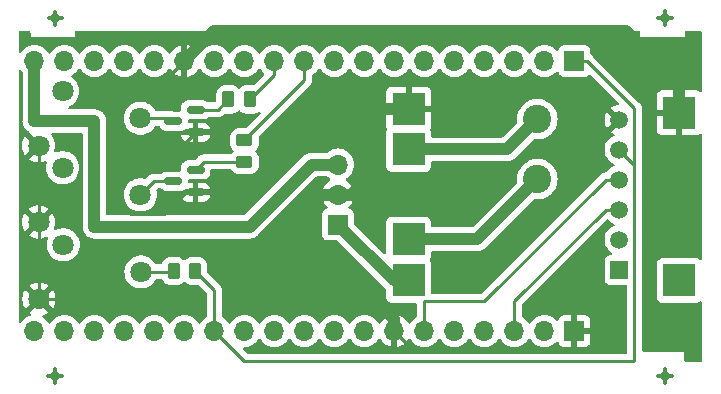
<source format=gbr>
%TF.GenerationSoftware,KiCad,Pcbnew,(7.0.0)*%
%TF.CreationDate,2023-03-09T18:41:40-05:00*%
%TF.ProjectId,Intervalometer,496e7465-7276-4616-9c6f-6d657465722e,rev?*%
%TF.SameCoordinates,Original*%
%TF.FileFunction,Copper,L2,Bot*%
%TF.FilePolarity,Positive*%
%FSLAX46Y46*%
G04 Gerber Fmt 4.6, Leading zero omitted, Abs format (unit mm)*
G04 Created by KiCad (PCBNEW (7.0.0)) date 2023-03-09 18:41:40*
%MOMM*%
%LPD*%
G01*
G04 APERTURE LIST*
G04 Aperture macros list*
%AMRoundRect*
0 Rectangle with rounded corners*
0 $1 Rounding radius*
0 $2 $3 $4 $5 $6 $7 $8 $9 X,Y pos of 4 corners*
0 Add a 4 corners polygon primitive as box body*
4,1,4,$2,$3,$4,$5,$6,$7,$8,$9,$2,$3,0*
0 Add four circle primitives for the rounded corners*
1,1,$1+$1,$2,$3*
1,1,$1+$1,$4,$5*
1,1,$1+$1,$6,$7*
1,1,$1+$1,$8,$9*
0 Add four rect primitives between the rounded corners*
20,1,$1+$1,$2,$3,$4,$5,0*
20,1,$1+$1,$4,$5,$6,$7,0*
20,1,$1+$1,$6,$7,$8,$9,0*
20,1,$1+$1,$8,$9,$2,$3,0*%
G04 Aperture macros list end*
%ADD10C,0.300000*%
%TA.AperFunction,NonConductor*%
%ADD11C,0.300000*%
%TD*%
%TA.AperFunction,ComponentPad*%
%ADD12R,1.530000X1.530000*%
%TD*%
%TA.AperFunction,ComponentPad*%
%ADD13C,1.530000*%
%TD*%
%TA.AperFunction,ComponentPad*%
%ADD14R,1.508000X1.508000*%
%TD*%
%TA.AperFunction,ComponentPad*%
%ADD15C,1.508000*%
%TD*%
%TA.AperFunction,ComponentPad*%
%ADD16C,2.400000*%
%TD*%
%TA.AperFunction,ComponentPad*%
%ADD17R,1.700000X1.700000*%
%TD*%
%TA.AperFunction,ComponentPad*%
%ADD18O,1.700000X1.700000*%
%TD*%
%TA.AperFunction,ComponentPad*%
%ADD19R,2.800000X2.800000*%
%TD*%
%TA.AperFunction,ComponentPad*%
%ADD20C,1.800000*%
%TD*%
%TA.AperFunction,SMDPad,CuDef*%
%ADD21RoundRect,0.250000X0.262500X0.450000X-0.262500X0.450000X-0.262500X-0.450000X0.262500X-0.450000X0*%
%TD*%
%TA.AperFunction,SMDPad,CuDef*%
%ADD22RoundRect,0.250000X0.450000X-0.262500X0.450000X0.262500X-0.450000X0.262500X-0.450000X-0.262500X0*%
%TD*%
%TA.AperFunction,SMDPad,CuDef*%
%ADD23RoundRect,0.150000X0.587500X0.150000X-0.587500X0.150000X-0.587500X-0.150000X0.587500X-0.150000X0*%
%TD*%
%TA.AperFunction,ViaPad*%
%ADD24C,0.800000*%
%TD*%
%TA.AperFunction,Conductor*%
%ADD25C,0.250000*%
%TD*%
%TA.AperFunction,Conductor*%
%ADD26C,1.000000*%
%TD*%
G04 APERTURE END LIST*
D10*
D11*
X109009870Y-102869706D02*
X107867013Y-102869706D01*
X108438441Y-103441135D02*
X108438441Y-102298278D01*
D10*
D11*
X109019671Y-72575924D02*
X107876814Y-72575924D01*
X108448242Y-73147353D02*
X108448242Y-72004496D01*
D10*
D11*
X160655200Y-72541632D02*
X159512343Y-72541632D01*
X160083771Y-73113061D02*
X160083771Y-71970204D01*
D10*
D11*
X160633148Y-102863246D02*
X159490291Y-102863246D01*
X160061719Y-103434675D02*
X160061719Y-102291818D01*
D12*
%TO.P,U2,1,3V3*%
%TO.N,+3.3V*%
X152389999Y-76189999D03*
D13*
%TO.P,U2,2,EN*%
%TO.N,Net-(J9-Pin_2)*%
X149850000Y-76190000D03*
%TO.P,U2,3,SENSOR_VP*%
%TO.N,Net-(J9-Pin_3)*%
X147310000Y-76190000D03*
%TO.P,U2,4,SENSOR_VN*%
%TO.N,Net-(J9-Pin_4)*%
X144770000Y-76190000D03*
%TO.P,U2,5,IO34*%
%TO.N,Net-(J9-Pin_5)*%
X142230000Y-76190000D03*
%TO.P,U2,6,IO35*%
%TO.N,Net-(J9-Pin_6)*%
X139690000Y-76190000D03*
%TO.P,U2,7,IO32*%
%TO.N,Net-(J9-Pin_7)*%
X137150000Y-76190000D03*
%TO.P,U2,8,IO33*%
%TO.N,Net-(J9-Pin_8)*%
X134610000Y-76190000D03*
%TO.P,U2,9,IO25*%
%TO.N,Net-(J9-Pin_9)*%
X132070000Y-76190000D03*
%TO.P,U2,10,IO26*%
%TO.N,Net-(J9-Pin_10)*%
X129530000Y-76190000D03*
%TO.P,U2,11,IO27*%
%TO.N,Net-(J9-Pin_11)*%
X126990000Y-76190000D03*
%TO.P,U2,12,IO14*%
%TO.N,Net-(J9-Pin_12)*%
X124450000Y-76190000D03*
%TO.P,U2,13,IO12*%
%TO.N,Net-(J9-Pin_13)*%
X121910000Y-76190000D03*
%TO.P,U2,14,GND1*%
%TO.N,GND*%
X119370000Y-76190000D03*
%TO.P,U2,15,IO13*%
%TO.N,Net-(J9-Pin_15)*%
X116830000Y-76190000D03*
%TO.P,U2,16,SD2*%
%TO.N,Net-(J9-Pin_16)*%
X114290000Y-76190000D03*
%TO.P,U2,17,SD3*%
%TO.N,Net-(J9-Pin_17)*%
X111750000Y-76190000D03*
%TO.P,U2,18,CMD*%
%TO.N,Net-(J9-Pin_18)*%
X109210000Y-76190000D03*
%TO.P,U2,19,EXT_5V*%
%TO.N,+5V*%
X106670000Y-76190000D03*
%TO.P,U2,20,CLK*%
%TO.N,Net-(J10-Pin_19)*%
X106670000Y-99050000D03*
%TO.P,U2,21,SD0*%
%TO.N,Net-(J10-Pin_18)*%
X109210000Y-99050000D03*
%TO.P,U2,22,SD1*%
%TO.N,Net-(J10-Pin_17)*%
X111750000Y-99050000D03*
%TO.P,U2,23,IO15*%
%TO.N,Net-(J10-Pin_16)*%
X114290000Y-99050000D03*
%TO.P,U2,24,IO2*%
%TO.N,Net-(J10-Pin_15)*%
X116830000Y-99050000D03*
%TO.P,U2,25,IO0*%
%TO.N,Net-(J10-Pin_14)*%
X119370000Y-99050000D03*
%TO.P,U2,26,IO4*%
%TO.N,+3.3V*%
X121910000Y-99050000D03*
%TO.P,U2,27,IO16*%
%TO.N,Net-(J10-Pin_12)*%
X124450000Y-99050000D03*
%TO.P,U2,28,IO17*%
%TO.N,Net-(J10-Pin_11)*%
X126990000Y-99050000D03*
%TO.P,U2,29,IO5*%
%TO.N,Net-(J10-Pin_10)*%
X129530000Y-99050000D03*
%TO.P,U2,30,IO18*%
%TO.N,Net-(J10-Pin_9)*%
X132070000Y-99050000D03*
%TO.P,U2,31,IO19*%
%TO.N,Net-(J10-Pin_8)*%
X134610000Y-99050000D03*
%TO.P,U2,32,GND2*%
%TO.N,GND*%
X137150000Y-99050000D03*
%TO.P,U2,33,IO21*%
%TO.N,Net-(J10-Pin_6)*%
X139690000Y-99050000D03*
%TO.P,U2,34,RXD0*%
%TO.N,Net-(J10-Pin_5)*%
X142230000Y-99050000D03*
%TO.P,U2,35,TXD0*%
%TO.N,Net-(J10-Pin_4)*%
X144770000Y-99050000D03*
%TO.P,U2,36,IO22*%
%TO.N,Net-(J10-Pin_3)*%
X147310000Y-99050000D03*
%TO.P,U2,37,IO23*%
%TO.N,Net-(J10-Pin_2)*%
X149850000Y-99050000D03*
%TO.P,U2,38,GND3*%
%TO.N,GND*%
X152390000Y-99050000D03*
%TD*%
D14*
%TO.P,U1,1,32K*%
%TO.N,unconnected-(U1-32K-Pad1)*%
X156206450Y-93876524D03*
D15*
%TO.P,U1,2,SQW*%
%TO.N,unconnected-(U1-SQW-Pad2)*%
X156206451Y-91336525D03*
%TO.P,U1,3,SCL*%
%TO.N,Net-(J10-Pin_3)*%
X156206451Y-88796525D03*
%TO.P,U1,4,SDA*%
%TO.N,Net-(J10-Pin_6)*%
X156206451Y-86256525D03*
%TO.P,U1,5,VCC*%
%TO.N,+3.3V*%
X156206451Y-83716525D03*
%TO.P,U1,6,GND*%
%TO.N,GND*%
X156206451Y-81176525D03*
%TD*%
D16*
%TO.P,J6,1,Pin_1*%
%TO.N,Net-(J12-Pin_1)*%
X149263100Y-81108811D03*
%TD*%
%TO.P,J5,1,Pin_1*%
%TO.N,Net-(J14-Pin_1)*%
X149263100Y-86188811D03*
%TD*%
D17*
%TO.P,J10,1,Pin_1*%
%TO.N,GND*%
X152399999Y-99059999D03*
D18*
%TO.P,J10,2,Pin_2*%
%TO.N,Net-(J10-Pin_2)*%
X149859999Y-99059999D03*
%TO.P,J10,3,Pin_3*%
%TO.N,Net-(J10-Pin_3)*%
X147319999Y-99059999D03*
%TO.P,J10,4,Pin_4*%
%TO.N,Net-(J10-Pin_4)*%
X144779999Y-99059999D03*
%TO.P,J10,5,Pin_5*%
%TO.N,Net-(J10-Pin_5)*%
X142239999Y-99059999D03*
%TO.P,J10,6,Pin_6*%
%TO.N,Net-(J10-Pin_6)*%
X139699999Y-99059999D03*
%TO.P,J10,7,Pin_7*%
%TO.N,GND*%
X137159999Y-99059999D03*
%TO.P,J10,8,Pin_8*%
%TO.N,Net-(J10-Pin_8)*%
X134619999Y-99059999D03*
%TO.P,J10,9,Pin_9*%
%TO.N,Net-(J10-Pin_9)*%
X132079999Y-99059999D03*
%TO.P,J10,10,Pin_10*%
%TO.N,Net-(J10-Pin_10)*%
X129539999Y-99059999D03*
%TO.P,J10,11,Pin_11*%
%TO.N,Net-(J10-Pin_11)*%
X126999999Y-99059999D03*
%TO.P,J10,12,Pin_12*%
%TO.N,Net-(J10-Pin_12)*%
X124459999Y-99059999D03*
%TO.P,J10,13,Pin_13*%
%TO.N,+3.3V*%
X121919999Y-99059999D03*
%TO.P,J10,14,Pin_14*%
%TO.N,Net-(J10-Pin_14)*%
X119379999Y-99059999D03*
%TO.P,J10,15,Pin_15*%
%TO.N,Net-(J10-Pin_15)*%
X116839999Y-99059999D03*
%TO.P,J10,16,Pin_16*%
%TO.N,Net-(J10-Pin_16)*%
X114299999Y-99059999D03*
%TO.P,J10,17,Pin_17*%
%TO.N,Net-(J10-Pin_17)*%
X111759999Y-99059999D03*
%TO.P,J10,18,Pin_18*%
%TO.N,Net-(J10-Pin_18)*%
X109219999Y-99059999D03*
%TO.P,J10,19,Pin_19*%
%TO.N,Net-(J10-Pin_19)*%
X106679999Y-99059999D03*
%TD*%
D17*
%TO.P,J9,1,Pin_1*%
%TO.N,+3.3V*%
X152399999Y-76199999D03*
D18*
%TO.P,J9,2,Pin_2*%
%TO.N,Net-(J9-Pin_2)*%
X149859999Y-76199999D03*
%TO.P,J9,3,Pin_3*%
%TO.N,Net-(J9-Pin_3)*%
X147319999Y-76199999D03*
%TO.P,J9,4,Pin_4*%
%TO.N,Net-(J9-Pin_4)*%
X144779999Y-76199999D03*
%TO.P,J9,5,Pin_5*%
%TO.N,Net-(J9-Pin_5)*%
X142239999Y-76199999D03*
%TO.P,J9,6,Pin_6*%
%TO.N,Net-(J9-Pin_6)*%
X139699999Y-76199999D03*
%TO.P,J9,7,Pin_7*%
%TO.N,Net-(J9-Pin_7)*%
X137159999Y-76199999D03*
%TO.P,J9,8,Pin_8*%
%TO.N,Net-(J9-Pin_8)*%
X134619999Y-76199999D03*
%TO.P,J9,9,Pin_9*%
%TO.N,Net-(J9-Pin_9)*%
X132079999Y-76199999D03*
%TO.P,J9,10,Pin_10*%
%TO.N,Net-(J9-Pin_10)*%
X129539999Y-76199999D03*
%TO.P,J9,11,Pin_11*%
%TO.N,Net-(J9-Pin_11)*%
X126999999Y-76199999D03*
%TO.P,J9,12,Pin_12*%
%TO.N,Net-(J9-Pin_12)*%
X124459999Y-76199999D03*
%TO.P,J9,13,Pin_13*%
%TO.N,Net-(J9-Pin_13)*%
X121919999Y-76199999D03*
%TO.P,J9,14,Pin_14*%
%TO.N,GND*%
X119379999Y-76199999D03*
%TO.P,J9,15,Pin_15*%
%TO.N,Net-(J9-Pin_15)*%
X116839999Y-76199999D03*
%TO.P,J9,16,Pin_16*%
%TO.N,Net-(J9-Pin_16)*%
X114299999Y-76199999D03*
%TO.P,J9,17,Pin_17*%
%TO.N,Net-(J9-Pin_17)*%
X111759999Y-76199999D03*
%TO.P,J9,18,Pin_18*%
%TO.N,Net-(J9-Pin_18)*%
X109219999Y-76199999D03*
%TO.P,J9,19,Pin_19*%
%TO.N,+5V*%
X106679999Y-76199999D03*
%TD*%
D17*
%TO.P,J14,1,Pin_1*%
%TO.N,Net-(J14-Pin_1)*%
X138383437Y-91262263D03*
%TD*%
%TO.P,J13,1,Pin_1*%
%TO.N,+4V*%
X138390983Y-94769935D03*
%TD*%
%TO.P,J12,1,Pin_1*%
%TO.N,Net-(J12-Pin_1)*%
X138357667Y-83674214D03*
%TD*%
%TO.P,J11,1,Pin_1*%
%TO.N,GND*%
X138389337Y-80265283D03*
%TD*%
%TO.P,J7,1,Pin_1*%
%TO.N,GND*%
X161236544Y-80557198D03*
%TD*%
%TO.P,J8,1,Pin_1*%
%TO.N,Net-(J8-Pin_1)*%
X161250993Y-94780291D03*
%TD*%
%TO.P,J4,1,Pin_1*%
%TO.N,+4V*%
X132382790Y-90035467D03*
D18*
%TO.P,J4,2,Pin_2*%
%TO.N,GND*%
X132382790Y-87495467D03*
%TO.P,J4,3,Pin_3*%
%TO.N,+5V*%
X132382790Y-84955467D03*
%TD*%
D19*
%TO.P,U3,1,in_USB_5v*%
%TO.N,Net-(J8-Pin_1)*%
X161267858Y-94770044D03*
%TO.P,U3,2,GND*%
%TO.N,GND*%
X161267858Y-80570044D03*
%TO.P,U3,3,Out_+*%
%TO.N,+4V*%
X138367858Y-94770044D03*
%TO.P,U3,4,Out_-*%
%TO.N,GND*%
X138367858Y-80270044D03*
%TO.P,U3,5,Bat_+*%
%TO.N,Net-(J14-Pin_1)*%
X138367858Y-91270044D03*
%TO.P,U3,6,Bat_-*%
%TO.N,Net-(J12-Pin_1)*%
X138367858Y-83670044D03*
%TD*%
D20*
%TO.P,J1,R*%
%TO.N,unconnected-(J1-PadR)*%
X109071992Y-85219026D03*
%TO.P,J1,S*%
%TO.N,GND*%
X107025855Y-89823643D03*
%TO.P,J1,T*%
%TO.N,Net-(Q2-C)*%
X115656745Y-87513036D03*
%TD*%
%TO.P,J3,R*%
%TO.N,unconnected-(J3-PadR)*%
X109116876Y-91741977D03*
%TO.P,J3,S*%
%TO.N,GND*%
X107070739Y-96346594D03*
%TO.P,J3,T*%
%TO.N,Net-(J3-PadT)*%
X115701629Y-94035987D03*
%TD*%
%TO.P,J2,R*%
%TO.N,unconnected-(J2-PadR)*%
X109071992Y-78749274D03*
%TO.P,J2,S*%
%TO.N,GND*%
X107025855Y-83353891D03*
%TO.P,J2,T*%
%TO.N,Net-(Q1-C)*%
X115656745Y-81043284D03*
%TD*%
D21*
%TO.P,R6,1*%
%TO.N,+3.3V*%
X120292500Y-93980000D03*
%TO.P,R6,2*%
%TO.N,Net-(J3-PadT)*%
X118467500Y-93980000D03*
%TD*%
D22*
%TO.P,R2,1*%
%TO.N,Net-(Q2-B)*%
X124460000Y-84732500D03*
%TO.P,R2,2*%
%TO.N,Net-(J9-Pin_10)*%
X124460000Y-82907500D03*
%TD*%
D21*
%TO.P,R3,1*%
%TO.N,Net-(J9-Pin_11)*%
X124923659Y-79445320D03*
%TO.P,R3,2*%
%TO.N,Net-(Q1-B)*%
X123098659Y-79445320D03*
%TD*%
D23*
%TO.P,Q1,1,B*%
%TO.N,Net-(Q1-B)*%
X120317500Y-80330000D03*
%TO.P,Q1,2,E*%
%TO.N,GND*%
X120317500Y-82230000D03*
%TO.P,Q1,3,C*%
%TO.N,Net-(Q1-C)*%
X118442500Y-81280000D03*
%TD*%
%TO.P,Q2,1,B*%
%TO.N,Net-(Q2-B)*%
X120317500Y-85410000D03*
%TO.P,Q2,2,E*%
%TO.N,GND*%
X120317500Y-87310000D03*
%TO.P,Q2,3,C*%
%TO.N,Net-(Q2-C)*%
X118442500Y-86360000D03*
%TD*%
D24*
%TO.N,*%
X108456214Y-72555239D03*
X108448526Y-102872975D03*
X160060917Y-102861341D03*
X160074556Y-72555239D03*
%TD*%
D25*
%TO.N,+3.3V*%
X121920000Y-99060000D02*
X121910000Y-99050000D01*
%TO.N,GND*%
X152400000Y-100477293D02*
X152400000Y-99060000D01*
X152207012Y-100670281D02*
X152400000Y-100477293D01*
X138770281Y-100670281D02*
X152207012Y-100670281D01*
X137160000Y-99060000D02*
X138770281Y-100670281D01*
%TO.N,+3.3V*%
X157480000Y-80180000D02*
X153500000Y-76200000D01*
X157480000Y-84990074D02*
X157480000Y-80180000D01*
X153500000Y-76200000D02*
X152400000Y-76200000D01*
X157480000Y-84990074D02*
X156206451Y-83716525D01*
X157480000Y-101600000D02*
X157480000Y-84990074D01*
X124460000Y-101600000D02*
X157480000Y-101600000D01*
X121920000Y-99060000D02*
X124460000Y-101600000D01*
%TO.N,GND*%
X147320000Y-78740000D02*
X153769926Y-78740000D01*
X145794716Y-80265284D02*
X147320000Y-78740000D01*
X138389338Y-80265284D02*
X145794716Y-80265284D01*
X153769926Y-78740000D02*
X156206451Y-81176525D01*
D26*
X121900000Y-73660000D02*
X119370000Y-76190000D01*
X156757814Y-73660000D02*
X121900000Y-73660000D01*
X161267859Y-78170045D02*
X156757814Y-73660000D01*
X161267859Y-80570045D02*
X161267859Y-78170045D01*
D25*
X117676497Y-89124672D02*
X119491169Y-87310000D01*
X114850289Y-89124672D02*
X117676497Y-89124672D01*
X114521661Y-88796044D02*
X114850289Y-89124672D01*
X113601499Y-88796044D02*
X114521661Y-88796044D01*
X113601499Y-83121499D02*
X113601499Y-88796044D01*
X119491169Y-87310000D02*
X120317500Y-87310000D01*
X116840000Y-78740000D02*
X119380000Y-76200000D01*
X113601499Y-79438501D02*
X114300000Y-78740000D01*
X113601499Y-83121499D02*
X113601499Y-79438501D01*
X118727500Y-83820000D02*
X114300000Y-83820000D01*
X114300000Y-78740000D02*
X116840000Y-78740000D01*
X114300000Y-83820000D02*
X113601499Y-83121499D01*
X120317500Y-82230000D02*
X118727500Y-83820000D01*
D26*
%TO.N,+5V*%
X111760000Y-90220594D02*
X124888697Y-90220594D01*
X111760000Y-81280000D02*
X111760000Y-90220594D01*
X106680000Y-81280000D02*
X111760000Y-81280000D01*
X106670000Y-81270000D02*
X106680000Y-81280000D01*
X106670000Y-76190000D02*
X106670000Y-81270000D01*
X124888697Y-90220594D02*
X130153823Y-84955468D01*
X130153823Y-84955468D02*
X132382791Y-84955468D01*
D25*
%TO.N,GND*%
X127000000Y-91440000D02*
X129540000Y-93980000D01*
X114300000Y-91440000D02*
X127000000Y-91440000D01*
X109393406Y-96346594D02*
X114300000Y-91440000D01*
X107070739Y-96346594D02*
X109393406Y-96346594D01*
X107025855Y-96301710D02*
X107070739Y-96346594D01*
X107025855Y-89823643D02*
X107025855Y-96301710D01*
X107025855Y-83353891D02*
X107025855Y-89823643D01*
D26*
X137150000Y-98076410D02*
X137150000Y-99050000D01*
X135593590Y-96520000D02*
X137150000Y-98076410D01*
X132080000Y-96520000D02*
X135593590Y-96520000D01*
X129540000Y-93980000D02*
X132080000Y-96520000D01*
X130944532Y-87495468D02*
X129540000Y-88900000D01*
X132382791Y-87495468D02*
X130944532Y-87495468D01*
X129540000Y-88900000D02*
X129540000Y-93980000D01*
X134620000Y-86360000D02*
X134620000Y-81280000D01*
X134620000Y-81280000D02*
X135629955Y-80270045D01*
X135629955Y-80270045D02*
X138367859Y-80270045D01*
X133484532Y-87495468D02*
X134620000Y-86360000D01*
X132382791Y-87495468D02*
X133484532Y-87495468D01*
%TO.N,Net-(J14-Pin_1)*%
X144181866Y-91270045D02*
X149263100Y-86188811D01*
X138367859Y-91270045D02*
X144181866Y-91270045D01*
%TO.N,Net-(J12-Pin_1)*%
X138367859Y-83670045D02*
X146701866Y-83670045D01*
X146701866Y-83670045D02*
X149263100Y-81108811D01*
D25*
%TO.N,Net-(Q1-B)*%
X122213979Y-80330000D02*
X120317500Y-80330000D01*
X123098659Y-79445320D02*
X122213979Y-80330000D01*
%TO.N,Net-(J9-Pin_11)*%
X126990000Y-77378979D02*
X126990000Y-76190000D01*
X124923659Y-79445320D02*
X126990000Y-77378979D01*
D26*
%TO.N,+4V*%
X137117259Y-94769936D02*
X132382791Y-90035468D01*
X138390984Y-94769936D02*
X137117259Y-94769936D01*
D25*
%TO.N,Net-(J9-Pin_10)*%
X129530000Y-77837500D02*
X129530000Y-76190000D01*
X124460000Y-82907500D02*
X129530000Y-77837500D01*
%TO.N,Net-(Q2-B)*%
X120995000Y-84732500D02*
X124460000Y-84732500D01*
X120317500Y-85410000D02*
X120995000Y-84732500D01*
%TO.N,Net-(Q1-C)*%
X118205784Y-81043284D02*
X118442500Y-81280000D01*
X115656745Y-81043284D02*
X118205784Y-81043284D01*
%TO.N,Net-(Q2-C)*%
X115656745Y-87513036D02*
X116809781Y-86360000D01*
X116809781Y-86360000D02*
X118442500Y-86360000D01*
%TO.N,+3.3V*%
X121910000Y-95597500D02*
X121910000Y-99050000D01*
X120292500Y-93980000D02*
X121910000Y-95597500D01*
%TO.N,Net-(J3-PadT)*%
X118411513Y-94035987D02*
X118467500Y-93980000D01*
X115701629Y-94035987D02*
X118411513Y-94035987D01*
%TO.N,Net-(J10-Pin_6)*%
X155043475Y-86256525D02*
X156206451Y-86256525D01*
X144770000Y-96530000D02*
X155043475Y-86256525D01*
X139690000Y-96530000D02*
X144770000Y-96530000D01*
X139690000Y-99050000D02*
X139690000Y-96530000D01*
%TO.N,Net-(J10-Pin_3)*%
X155043475Y-88796525D02*
X156206451Y-88796525D01*
X147310000Y-96530000D02*
X155043475Y-88796525D01*
X147310000Y-99050000D02*
X147310000Y-96530000D01*
%TD*%
%TA.AperFunction,Conductor*%
%TO.N,GND*%
G36*
X163152654Y-73665968D02*
G01*
X163198059Y-73711357D01*
X163214679Y-73773370D01*
X163214679Y-78707091D01*
X163196174Y-78772258D01*
X163146183Y-78817975D01*
X163079626Y-78830597D01*
X163016368Y-78806358D01*
X162917048Y-78732007D01*
X162901636Y-78723592D01*
X162782500Y-78679156D01*
X162767526Y-78675618D01*
X162718973Y-78670398D01*
X162712377Y-78670045D01*
X161534185Y-78670045D01*
X161521309Y-78673495D01*
X161517859Y-78686371D01*
X161517859Y-82453719D01*
X161521309Y-82466594D01*
X161534185Y-82470045D01*
X162712377Y-82470045D01*
X162718973Y-82469691D01*
X162767526Y-82464471D01*
X162782500Y-82460933D01*
X162901636Y-82416497D01*
X162917048Y-82408082D01*
X163016368Y-82333732D01*
X163079626Y-82309493D01*
X163146183Y-82322115D01*
X163196174Y-82367832D01*
X163214679Y-82432999D01*
X163214679Y-92906467D01*
X163196174Y-92971634D01*
X163146183Y-93017351D01*
X163079626Y-93029973D01*
X163016368Y-93005734D01*
X162917290Y-92931564D01*
X162917289Y-92931563D01*
X162910190Y-92926249D01*
X162775342Y-92875954D01*
X162767629Y-92875124D01*
X162767626Y-92875124D01*
X162719039Y-92869900D01*
X162719028Y-92869899D01*
X162715732Y-92869545D01*
X162712409Y-92869545D01*
X159823298Y-92869545D01*
X159823279Y-92869545D01*
X159819987Y-92869546D01*
X159816709Y-92869898D01*
X159816697Y-92869899D01*
X159768090Y-92875124D01*
X159768084Y-92875125D01*
X159760376Y-92875954D01*
X159753111Y-92878663D01*
X159753105Y-92878665D01*
X159633839Y-92923149D01*
X159633837Y-92923149D01*
X159625528Y-92926249D01*
X159618431Y-92931561D01*
X159618427Y-92931564D01*
X159517409Y-93007186D01*
X159517405Y-93007189D01*
X159510313Y-93012499D01*
X159505003Y-93019591D01*
X159505000Y-93019595D01*
X159429378Y-93120613D01*
X159429375Y-93120617D01*
X159424063Y-93127714D01*
X159420963Y-93136023D01*
X159420963Y-93136025D01*
X159376479Y-93255292D01*
X159376478Y-93255295D01*
X159373768Y-93262562D01*
X159372938Y-93270272D01*
X159372938Y-93270277D01*
X159367714Y-93318864D01*
X159367713Y-93318876D01*
X159367359Y-93322172D01*
X159367359Y-93325484D01*
X159367359Y-93325491D01*
X159367359Y-96214605D01*
X159367359Y-96214623D01*
X159367360Y-96217917D01*
X159367712Y-96221195D01*
X159367713Y-96221206D01*
X159372938Y-96269813D01*
X159372939Y-96269818D01*
X159373768Y-96277528D01*
X159376478Y-96284794D01*
X159376479Y-96284798D01*
X159395469Y-96335711D01*
X159424063Y-96412376D01*
X159429377Y-96419475D01*
X159429378Y-96419476D01*
X159447308Y-96443428D01*
X159510313Y-96527591D01*
X159625528Y-96613841D01*
X159760376Y-96664136D01*
X159819986Y-96670545D01*
X162715731Y-96670544D01*
X162775342Y-96664136D01*
X162910190Y-96613841D01*
X163016368Y-96534355D01*
X163079626Y-96510117D01*
X163146183Y-96522739D01*
X163196174Y-96568456D01*
X163214679Y-96633623D01*
X163214679Y-101571758D01*
X163198068Y-101633755D01*
X163152686Y-101679141D01*
X163090691Y-101695757D01*
X161829088Y-101695876D01*
X161767084Y-101679268D01*
X161721692Y-101633880D01*
X161705077Y-101571877D01*
X161705077Y-100812644D01*
X161705077Y-100796318D01*
X161688751Y-100796318D01*
X158229500Y-100796318D01*
X158167500Y-100779705D01*
X158122113Y-100734318D01*
X158105500Y-100672318D01*
X158105500Y-85067845D01*
X158106020Y-85056792D01*
X158107672Y-85049406D01*
X158105561Y-84982218D01*
X158105500Y-84978324D01*
X158105500Y-82014563D01*
X159367859Y-82014563D01*
X159368212Y-82021159D01*
X159373432Y-82069712D01*
X159376970Y-82084686D01*
X159421406Y-82203822D01*
X159429821Y-82219234D01*
X159505357Y-82320137D01*
X159517766Y-82332546D01*
X159618669Y-82408082D01*
X159634081Y-82416497D01*
X159753217Y-82460933D01*
X159768191Y-82464471D01*
X159816744Y-82469691D01*
X159823341Y-82470045D01*
X161001533Y-82470045D01*
X161014408Y-82466594D01*
X161017859Y-82453719D01*
X161017859Y-80836371D01*
X161014408Y-80823495D01*
X161001533Y-80820045D01*
X159384185Y-80820045D01*
X159371309Y-80823495D01*
X159367859Y-80836371D01*
X159367859Y-82014563D01*
X158105500Y-82014563D01*
X158105500Y-80303719D01*
X159367859Y-80303719D01*
X159371309Y-80316594D01*
X159384185Y-80320045D01*
X161001533Y-80320045D01*
X161014408Y-80316594D01*
X161017859Y-80303719D01*
X161017859Y-78686371D01*
X161014408Y-78673495D01*
X161001533Y-78670045D01*
X159823341Y-78670045D01*
X159816744Y-78670398D01*
X159768191Y-78675618D01*
X159753217Y-78679156D01*
X159634081Y-78723592D01*
X159618669Y-78732007D01*
X159517766Y-78807543D01*
X159505357Y-78819952D01*
X159429821Y-78920855D01*
X159421406Y-78936267D01*
X159376970Y-79055403D01*
X159373432Y-79070377D01*
X159368212Y-79118930D01*
X159367859Y-79125527D01*
X159367859Y-80303719D01*
X158105500Y-80303719D01*
X158105500Y-80257775D01*
X158106021Y-80246719D01*
X158107673Y-80239333D01*
X158105561Y-80172127D01*
X158105500Y-80168232D01*
X158105500Y-80144541D01*
X158105500Y-80140650D01*
X158104998Y-80136677D01*
X158104080Y-80125018D01*
X158104008Y-80122738D01*
X158102709Y-80081373D01*
X158097120Y-80062140D01*
X158093174Y-80043083D01*
X158091641Y-80030944D01*
X158090664Y-80023208D01*
X158074582Y-79982591D01*
X158070803Y-79971551D01*
X158060795Y-79937102D01*
X158060793Y-79937099D01*
X158058618Y-79929610D01*
X158048417Y-79912360D01*
X158039863Y-79894901D01*
X158032486Y-79876268D01*
X158006808Y-79840925D01*
X158000401Y-79831171D01*
X157982142Y-79800296D01*
X157982141Y-79800294D01*
X157978170Y-79793580D01*
X157964003Y-79779413D01*
X157951370Y-79764622D01*
X157939594Y-79748413D01*
X157933583Y-79743440D01*
X157933581Y-79743438D01*
X157905941Y-79720573D01*
X157897300Y-79712710D01*
X153997286Y-75812695D01*
X153989842Y-75804514D01*
X153985786Y-75798123D01*
X153936775Y-75752098D01*
X153933978Y-75749387D01*
X153917227Y-75732636D01*
X153914471Y-75729880D01*
X153911290Y-75727412D01*
X153902414Y-75719830D01*
X153876269Y-75695278D01*
X153876267Y-75695276D01*
X153870582Y-75689938D01*
X153863749Y-75686182D01*
X153863743Y-75686177D01*
X153853025Y-75680285D01*
X153836766Y-75669606D01*
X153836190Y-75669159D01*
X153820936Y-75657327D01*
X153813773Y-75654227D01*
X153811377Y-75652810D01*
X153766788Y-75607515D01*
X153750499Y-75546078D01*
X153750499Y-75305439D01*
X153750499Y-75302128D01*
X153744091Y-75242517D01*
X153693796Y-75107669D01*
X153607546Y-74992454D01*
X153517030Y-74924694D01*
X153499431Y-74911519D01*
X153499430Y-74911518D01*
X153492331Y-74906204D01*
X153385442Y-74866337D01*
X153364752Y-74858620D01*
X153364750Y-74858619D01*
X153357483Y-74855909D01*
X153349770Y-74855079D01*
X153349767Y-74855079D01*
X153301180Y-74849855D01*
X153301169Y-74849854D01*
X153297873Y-74849500D01*
X153294550Y-74849500D01*
X151505439Y-74849500D01*
X151505420Y-74849500D01*
X151502128Y-74849501D01*
X151498850Y-74849853D01*
X151498838Y-74849854D01*
X151450231Y-74855079D01*
X151450225Y-74855080D01*
X151442517Y-74855909D01*
X151435252Y-74858618D01*
X151435246Y-74858620D01*
X151315980Y-74903104D01*
X151315978Y-74903104D01*
X151307669Y-74906204D01*
X151300572Y-74911516D01*
X151300568Y-74911519D01*
X151199550Y-74987141D01*
X151199546Y-74987144D01*
X151192454Y-74992454D01*
X151187144Y-74999546D01*
X151187141Y-74999550D01*
X151111519Y-75100568D01*
X151111516Y-75100572D01*
X151106204Y-75107669D01*
X151103104Y-75115978D01*
X151103105Y-75115978D01*
X151057189Y-75239083D01*
X151022210Y-75289462D01*
X150967365Y-75316915D01*
X150906072Y-75314726D01*
X150853326Y-75283430D01*
X150735232Y-75165336D01*
X150735230Y-75165334D01*
X150731401Y-75161505D01*
X150726970Y-75158402D01*
X150726966Y-75158399D01*
X150542259Y-75029066D01*
X150542257Y-75029064D01*
X150537830Y-75025965D01*
X150532933Y-75023681D01*
X150532927Y-75023678D01*
X150328572Y-74928386D01*
X150328570Y-74928385D01*
X150323663Y-74926097D01*
X150318438Y-74924697D01*
X150318430Y-74924694D01*
X150100634Y-74866337D01*
X150100630Y-74866336D01*
X150095408Y-74864937D01*
X150090020Y-74864465D01*
X150090017Y-74864465D01*
X149865395Y-74844813D01*
X149860000Y-74844341D01*
X149854605Y-74844813D01*
X149629982Y-74864465D01*
X149629977Y-74864465D01*
X149624592Y-74864937D01*
X149619371Y-74866335D01*
X149619365Y-74866337D01*
X149401569Y-74924694D01*
X149401557Y-74924698D01*
X149396337Y-74926097D01*
X149391432Y-74928383D01*
X149391427Y-74928386D01*
X149187081Y-75023675D01*
X149187077Y-75023677D01*
X149182171Y-75025965D01*
X149177738Y-75029068D01*
X149177731Y-75029073D01*
X148993034Y-75158399D01*
X148993029Y-75158402D01*
X148988599Y-75161505D01*
X148984775Y-75165328D01*
X148984769Y-75165334D01*
X148825334Y-75324769D01*
X148825328Y-75324775D01*
X148821505Y-75328599D01*
X148818402Y-75333029D01*
X148818399Y-75333034D01*
X148691575Y-75514159D01*
X148647257Y-75553025D01*
X148590000Y-75567036D01*
X148532743Y-75553025D01*
X148488425Y-75514159D01*
X148382602Y-75363028D01*
X148358495Y-75328599D01*
X148191401Y-75161505D01*
X148186970Y-75158402D01*
X148186966Y-75158399D01*
X148002259Y-75029066D01*
X148002257Y-75029064D01*
X147997830Y-75025965D01*
X147992933Y-75023681D01*
X147992927Y-75023678D01*
X147788572Y-74928386D01*
X147788570Y-74928385D01*
X147783663Y-74926097D01*
X147778438Y-74924697D01*
X147778430Y-74924694D01*
X147560634Y-74866337D01*
X147560630Y-74866336D01*
X147555408Y-74864937D01*
X147550020Y-74864465D01*
X147550017Y-74864465D01*
X147325395Y-74844813D01*
X147320000Y-74844341D01*
X147314605Y-74844813D01*
X147089982Y-74864465D01*
X147089977Y-74864465D01*
X147084592Y-74864937D01*
X147079371Y-74866335D01*
X147079365Y-74866337D01*
X146861569Y-74924694D01*
X146861557Y-74924698D01*
X146856337Y-74926097D01*
X146851432Y-74928383D01*
X146851427Y-74928386D01*
X146647081Y-75023675D01*
X146647077Y-75023677D01*
X146642171Y-75025965D01*
X146637738Y-75029068D01*
X146637731Y-75029073D01*
X146453034Y-75158399D01*
X146453029Y-75158402D01*
X146448599Y-75161505D01*
X146444775Y-75165328D01*
X146444769Y-75165334D01*
X146285334Y-75324769D01*
X146285328Y-75324775D01*
X146281505Y-75328599D01*
X146278402Y-75333029D01*
X146278399Y-75333034D01*
X146151575Y-75514159D01*
X146107257Y-75553025D01*
X146050000Y-75567036D01*
X145992743Y-75553025D01*
X145948425Y-75514159D01*
X145842602Y-75363028D01*
X145818495Y-75328599D01*
X145651401Y-75161505D01*
X145646970Y-75158402D01*
X145646966Y-75158399D01*
X145462259Y-75029066D01*
X145462257Y-75029064D01*
X145457830Y-75025965D01*
X145452933Y-75023681D01*
X145452927Y-75023678D01*
X145248572Y-74928386D01*
X145248570Y-74928385D01*
X145243663Y-74926097D01*
X145238438Y-74924697D01*
X145238430Y-74924694D01*
X145020634Y-74866337D01*
X145020630Y-74866336D01*
X145015408Y-74864937D01*
X145010020Y-74864465D01*
X145010017Y-74864465D01*
X144785395Y-74844813D01*
X144780000Y-74844341D01*
X144774605Y-74844813D01*
X144549982Y-74864465D01*
X144549977Y-74864465D01*
X144544592Y-74864937D01*
X144539371Y-74866335D01*
X144539365Y-74866337D01*
X144321569Y-74924694D01*
X144321557Y-74924698D01*
X144316337Y-74926097D01*
X144311432Y-74928383D01*
X144311427Y-74928386D01*
X144107081Y-75023675D01*
X144107077Y-75023677D01*
X144102171Y-75025965D01*
X144097738Y-75029068D01*
X144097731Y-75029073D01*
X143913034Y-75158399D01*
X143913029Y-75158402D01*
X143908599Y-75161505D01*
X143904775Y-75165328D01*
X143904769Y-75165334D01*
X143745334Y-75324769D01*
X143745328Y-75324775D01*
X143741505Y-75328599D01*
X143738402Y-75333029D01*
X143738399Y-75333034D01*
X143611575Y-75514159D01*
X143567257Y-75553025D01*
X143510000Y-75567036D01*
X143452743Y-75553025D01*
X143408425Y-75514159D01*
X143302602Y-75363028D01*
X143278495Y-75328599D01*
X143111401Y-75161505D01*
X143106970Y-75158402D01*
X143106966Y-75158399D01*
X142922259Y-75029066D01*
X142922257Y-75029064D01*
X142917830Y-75025965D01*
X142912933Y-75023681D01*
X142912927Y-75023678D01*
X142708572Y-74928386D01*
X142708570Y-74928385D01*
X142703663Y-74926097D01*
X142698438Y-74924697D01*
X142698430Y-74924694D01*
X142480634Y-74866337D01*
X142480630Y-74866336D01*
X142475408Y-74864937D01*
X142470020Y-74864465D01*
X142470017Y-74864465D01*
X142245395Y-74844813D01*
X142240000Y-74844341D01*
X142234605Y-74844813D01*
X142009982Y-74864465D01*
X142009977Y-74864465D01*
X142004592Y-74864937D01*
X141999371Y-74866335D01*
X141999365Y-74866337D01*
X141781569Y-74924694D01*
X141781557Y-74924698D01*
X141776337Y-74926097D01*
X141771432Y-74928383D01*
X141771427Y-74928386D01*
X141567081Y-75023675D01*
X141567077Y-75023677D01*
X141562171Y-75025965D01*
X141557738Y-75029068D01*
X141557731Y-75029073D01*
X141373034Y-75158399D01*
X141373029Y-75158402D01*
X141368599Y-75161505D01*
X141364775Y-75165328D01*
X141364769Y-75165334D01*
X141205334Y-75324769D01*
X141205328Y-75324775D01*
X141201505Y-75328599D01*
X141198402Y-75333029D01*
X141198399Y-75333034D01*
X141071575Y-75514159D01*
X141027257Y-75553025D01*
X140970000Y-75567036D01*
X140912743Y-75553025D01*
X140868425Y-75514159D01*
X140762602Y-75363028D01*
X140738495Y-75328599D01*
X140571401Y-75161505D01*
X140566970Y-75158402D01*
X140566966Y-75158399D01*
X140382259Y-75029066D01*
X140382257Y-75029064D01*
X140377830Y-75025965D01*
X140372933Y-75023681D01*
X140372927Y-75023678D01*
X140168572Y-74928386D01*
X140168570Y-74928385D01*
X140163663Y-74926097D01*
X140158438Y-74924697D01*
X140158430Y-74924694D01*
X139940634Y-74866337D01*
X139940630Y-74866336D01*
X139935408Y-74864937D01*
X139930020Y-74864465D01*
X139930017Y-74864465D01*
X139705395Y-74844813D01*
X139700000Y-74844341D01*
X139694605Y-74844813D01*
X139469982Y-74864465D01*
X139469977Y-74864465D01*
X139464592Y-74864937D01*
X139459371Y-74866335D01*
X139459365Y-74866337D01*
X139241569Y-74924694D01*
X139241557Y-74924698D01*
X139236337Y-74926097D01*
X139231432Y-74928383D01*
X139231427Y-74928386D01*
X139027081Y-75023675D01*
X139027077Y-75023677D01*
X139022171Y-75025965D01*
X139017738Y-75029068D01*
X139017731Y-75029073D01*
X138833034Y-75158399D01*
X138833029Y-75158402D01*
X138828599Y-75161505D01*
X138824775Y-75165328D01*
X138824769Y-75165334D01*
X138665334Y-75324769D01*
X138665328Y-75324775D01*
X138661505Y-75328599D01*
X138658402Y-75333029D01*
X138658399Y-75333034D01*
X138531575Y-75514159D01*
X138487257Y-75553025D01*
X138430000Y-75567036D01*
X138372743Y-75553025D01*
X138328425Y-75514159D01*
X138222602Y-75363028D01*
X138198495Y-75328599D01*
X138031401Y-75161505D01*
X138026970Y-75158402D01*
X138026966Y-75158399D01*
X137842259Y-75029066D01*
X137842257Y-75029064D01*
X137837830Y-75025965D01*
X137832933Y-75023681D01*
X137832927Y-75023678D01*
X137628572Y-74928386D01*
X137628570Y-74928385D01*
X137623663Y-74926097D01*
X137618438Y-74924697D01*
X137618430Y-74924694D01*
X137400634Y-74866337D01*
X137400630Y-74866336D01*
X137395408Y-74864937D01*
X137390020Y-74864465D01*
X137390017Y-74864465D01*
X137165395Y-74844813D01*
X137160000Y-74844341D01*
X137154605Y-74844813D01*
X136929982Y-74864465D01*
X136929977Y-74864465D01*
X136924592Y-74864937D01*
X136919371Y-74866335D01*
X136919365Y-74866337D01*
X136701569Y-74924694D01*
X136701557Y-74924698D01*
X136696337Y-74926097D01*
X136691432Y-74928383D01*
X136691427Y-74928386D01*
X136487081Y-75023675D01*
X136487077Y-75023677D01*
X136482171Y-75025965D01*
X136477738Y-75029068D01*
X136477731Y-75029073D01*
X136293034Y-75158399D01*
X136293029Y-75158402D01*
X136288599Y-75161505D01*
X136284775Y-75165328D01*
X136284769Y-75165334D01*
X136125334Y-75324769D01*
X136125328Y-75324775D01*
X136121505Y-75328599D01*
X136118402Y-75333029D01*
X136118399Y-75333034D01*
X135991575Y-75514159D01*
X135947257Y-75553025D01*
X135890000Y-75567036D01*
X135832743Y-75553025D01*
X135788425Y-75514159D01*
X135682602Y-75363028D01*
X135658495Y-75328599D01*
X135491401Y-75161505D01*
X135486970Y-75158402D01*
X135486966Y-75158399D01*
X135302259Y-75029066D01*
X135302257Y-75029064D01*
X135297830Y-75025965D01*
X135292933Y-75023681D01*
X135292927Y-75023678D01*
X135088572Y-74928386D01*
X135088570Y-74928385D01*
X135083663Y-74926097D01*
X135078438Y-74924697D01*
X135078430Y-74924694D01*
X134860634Y-74866337D01*
X134860630Y-74866336D01*
X134855408Y-74864937D01*
X134850020Y-74864465D01*
X134850017Y-74864465D01*
X134625395Y-74844813D01*
X134620000Y-74844341D01*
X134614605Y-74844813D01*
X134389982Y-74864465D01*
X134389977Y-74864465D01*
X134384592Y-74864937D01*
X134379371Y-74866335D01*
X134379365Y-74866337D01*
X134161569Y-74924694D01*
X134161557Y-74924698D01*
X134156337Y-74926097D01*
X134151432Y-74928383D01*
X134151427Y-74928386D01*
X133947081Y-75023675D01*
X133947077Y-75023677D01*
X133942171Y-75025965D01*
X133937738Y-75029068D01*
X133937731Y-75029073D01*
X133753034Y-75158399D01*
X133753029Y-75158402D01*
X133748599Y-75161505D01*
X133744775Y-75165328D01*
X133744769Y-75165334D01*
X133585334Y-75324769D01*
X133585328Y-75324775D01*
X133581505Y-75328599D01*
X133578402Y-75333029D01*
X133578399Y-75333034D01*
X133451575Y-75514159D01*
X133407257Y-75553025D01*
X133350000Y-75567036D01*
X133292743Y-75553025D01*
X133248425Y-75514159D01*
X133142602Y-75363028D01*
X133118495Y-75328599D01*
X132951401Y-75161505D01*
X132946970Y-75158402D01*
X132946966Y-75158399D01*
X132762259Y-75029066D01*
X132762257Y-75029064D01*
X132757830Y-75025965D01*
X132752933Y-75023681D01*
X132752927Y-75023678D01*
X132548572Y-74928386D01*
X132548570Y-74928385D01*
X132543663Y-74926097D01*
X132538438Y-74924697D01*
X132538430Y-74924694D01*
X132320634Y-74866337D01*
X132320630Y-74866336D01*
X132315408Y-74864937D01*
X132310020Y-74864465D01*
X132310017Y-74864465D01*
X132085395Y-74844813D01*
X132080000Y-74844341D01*
X132074605Y-74844813D01*
X131849982Y-74864465D01*
X131849977Y-74864465D01*
X131844592Y-74864937D01*
X131839371Y-74866335D01*
X131839365Y-74866337D01*
X131621569Y-74924694D01*
X131621557Y-74924698D01*
X131616337Y-74926097D01*
X131611432Y-74928383D01*
X131611427Y-74928386D01*
X131407081Y-75023675D01*
X131407077Y-75023677D01*
X131402171Y-75025965D01*
X131397738Y-75029068D01*
X131397731Y-75029073D01*
X131213034Y-75158399D01*
X131213029Y-75158402D01*
X131208599Y-75161505D01*
X131204775Y-75165328D01*
X131204769Y-75165334D01*
X131045334Y-75324769D01*
X131045328Y-75324775D01*
X131041505Y-75328599D01*
X131038402Y-75333029D01*
X131038399Y-75333034D01*
X130911575Y-75514159D01*
X130867257Y-75553025D01*
X130810000Y-75567036D01*
X130752743Y-75553025D01*
X130708425Y-75514159D01*
X130602602Y-75363028D01*
X130578495Y-75328599D01*
X130411401Y-75161505D01*
X130406970Y-75158402D01*
X130406966Y-75158399D01*
X130222259Y-75029066D01*
X130222257Y-75029064D01*
X130217830Y-75025965D01*
X130212933Y-75023681D01*
X130212927Y-75023678D01*
X130008572Y-74928386D01*
X130008570Y-74928385D01*
X130003663Y-74926097D01*
X129998438Y-74924697D01*
X129998430Y-74924694D01*
X129780634Y-74866337D01*
X129780630Y-74866336D01*
X129775408Y-74864937D01*
X129770020Y-74864465D01*
X129770017Y-74864465D01*
X129545395Y-74844813D01*
X129540000Y-74844341D01*
X129534605Y-74844813D01*
X129309982Y-74864465D01*
X129309977Y-74864465D01*
X129304592Y-74864937D01*
X129299371Y-74866335D01*
X129299365Y-74866337D01*
X129081569Y-74924694D01*
X129081557Y-74924698D01*
X129076337Y-74926097D01*
X129071432Y-74928383D01*
X129071427Y-74928386D01*
X128867081Y-75023675D01*
X128867077Y-75023677D01*
X128862171Y-75025965D01*
X128857738Y-75029068D01*
X128857731Y-75029073D01*
X128673034Y-75158399D01*
X128673029Y-75158402D01*
X128668599Y-75161505D01*
X128664775Y-75165328D01*
X128664769Y-75165334D01*
X128505334Y-75324769D01*
X128505328Y-75324775D01*
X128501505Y-75328599D01*
X128498402Y-75333029D01*
X128498399Y-75333034D01*
X128371575Y-75514159D01*
X128327257Y-75553025D01*
X128270000Y-75567036D01*
X128212743Y-75553025D01*
X128168425Y-75514159D01*
X128062602Y-75363028D01*
X128038495Y-75328599D01*
X127871401Y-75161505D01*
X127866970Y-75158402D01*
X127866966Y-75158399D01*
X127682259Y-75029066D01*
X127682257Y-75029064D01*
X127677830Y-75025965D01*
X127672933Y-75023681D01*
X127672927Y-75023678D01*
X127468572Y-74928386D01*
X127468570Y-74928385D01*
X127463663Y-74926097D01*
X127458438Y-74924697D01*
X127458430Y-74924694D01*
X127240634Y-74866337D01*
X127240630Y-74866336D01*
X127235408Y-74864937D01*
X127230020Y-74864465D01*
X127230017Y-74864465D01*
X127005395Y-74844813D01*
X127000000Y-74844341D01*
X126994605Y-74844813D01*
X126769982Y-74864465D01*
X126769977Y-74864465D01*
X126764592Y-74864937D01*
X126759371Y-74866335D01*
X126759365Y-74866337D01*
X126541569Y-74924694D01*
X126541557Y-74924698D01*
X126536337Y-74926097D01*
X126531432Y-74928383D01*
X126531427Y-74928386D01*
X126327081Y-75023675D01*
X126327077Y-75023677D01*
X126322171Y-75025965D01*
X126317738Y-75029068D01*
X126317731Y-75029073D01*
X126133034Y-75158399D01*
X126133029Y-75158402D01*
X126128599Y-75161505D01*
X126124775Y-75165328D01*
X126124769Y-75165334D01*
X125965334Y-75324769D01*
X125965328Y-75324775D01*
X125961505Y-75328599D01*
X125958402Y-75333029D01*
X125958399Y-75333034D01*
X125831575Y-75514159D01*
X125787257Y-75553025D01*
X125730000Y-75567036D01*
X125672743Y-75553025D01*
X125628425Y-75514159D01*
X125522602Y-75363028D01*
X125498495Y-75328599D01*
X125331401Y-75161505D01*
X125326970Y-75158402D01*
X125326966Y-75158399D01*
X125142259Y-75029066D01*
X125142257Y-75029064D01*
X125137830Y-75025965D01*
X125132933Y-75023681D01*
X125132927Y-75023678D01*
X124928572Y-74928386D01*
X124928570Y-74928385D01*
X124923663Y-74926097D01*
X124918438Y-74924697D01*
X124918430Y-74924694D01*
X124700634Y-74866337D01*
X124700630Y-74866336D01*
X124695408Y-74864937D01*
X124690020Y-74864465D01*
X124690017Y-74864465D01*
X124465395Y-74844813D01*
X124460000Y-74844341D01*
X124454605Y-74844813D01*
X124229982Y-74864465D01*
X124229977Y-74864465D01*
X124224592Y-74864937D01*
X124219371Y-74866335D01*
X124219365Y-74866337D01*
X124001569Y-74924694D01*
X124001557Y-74924698D01*
X123996337Y-74926097D01*
X123991432Y-74928383D01*
X123991427Y-74928386D01*
X123787081Y-75023675D01*
X123787077Y-75023677D01*
X123782171Y-75025965D01*
X123777738Y-75029068D01*
X123777731Y-75029073D01*
X123593034Y-75158399D01*
X123593029Y-75158402D01*
X123588599Y-75161505D01*
X123584775Y-75165328D01*
X123584769Y-75165334D01*
X123425334Y-75324769D01*
X123425328Y-75324775D01*
X123421505Y-75328599D01*
X123418402Y-75333029D01*
X123418399Y-75333034D01*
X123291575Y-75514159D01*
X123247257Y-75553025D01*
X123190000Y-75567036D01*
X123132743Y-75553025D01*
X123088425Y-75514159D01*
X122982602Y-75363028D01*
X122958495Y-75328599D01*
X122791401Y-75161505D01*
X122786970Y-75158402D01*
X122786966Y-75158399D01*
X122602259Y-75029066D01*
X122602257Y-75029064D01*
X122597830Y-75025965D01*
X122592933Y-75023681D01*
X122592927Y-75023678D01*
X122388572Y-74928386D01*
X122388570Y-74928385D01*
X122383663Y-74926097D01*
X122378438Y-74924697D01*
X122378430Y-74924694D01*
X122160634Y-74866337D01*
X122160630Y-74866336D01*
X122155408Y-74864937D01*
X122150020Y-74864465D01*
X122150017Y-74864465D01*
X121925395Y-74844813D01*
X121920000Y-74844341D01*
X121914605Y-74844813D01*
X121689982Y-74864465D01*
X121689977Y-74864465D01*
X121684592Y-74864937D01*
X121679371Y-74866335D01*
X121679365Y-74866337D01*
X121461569Y-74924694D01*
X121461557Y-74924698D01*
X121456337Y-74926097D01*
X121451432Y-74928383D01*
X121451427Y-74928386D01*
X121247081Y-75023675D01*
X121247077Y-75023677D01*
X121242171Y-75025965D01*
X121237738Y-75029068D01*
X121237731Y-75029073D01*
X121053034Y-75158399D01*
X121053029Y-75158402D01*
X121048599Y-75161505D01*
X121044775Y-75165328D01*
X121044769Y-75165334D01*
X120885334Y-75324769D01*
X120885328Y-75324775D01*
X120881505Y-75328599D01*
X120878403Y-75333028D01*
X120878403Y-75333029D01*
X120751269Y-75514596D01*
X120706951Y-75553461D01*
X120649694Y-75567472D01*
X120592437Y-75553461D01*
X120548119Y-75514595D01*
X120421215Y-75333357D01*
X120414280Y-75325092D01*
X120254909Y-75165721D01*
X120246643Y-75158784D01*
X120062008Y-75029501D01*
X120052676Y-75024113D01*
X119848397Y-74928856D01*
X119838263Y-74925168D01*
X119643780Y-74873056D01*
X119632551Y-74872688D01*
X119630000Y-74883631D01*
X119630000Y-77516369D01*
X119632551Y-77527311D01*
X119643780Y-77526943D01*
X119838263Y-77474831D01*
X119848397Y-77471143D01*
X120052676Y-77375886D01*
X120062008Y-77370498D01*
X120246643Y-77241215D01*
X120254909Y-77234278D01*
X120414278Y-77074909D01*
X120421219Y-77066638D01*
X120548119Y-76885406D01*
X120592437Y-76846540D01*
X120649694Y-76832529D01*
X120706951Y-76846540D01*
X120751269Y-76885405D01*
X120878399Y-77066966D01*
X120878402Y-77066970D01*
X120881505Y-77071401D01*
X121048599Y-77238495D01*
X121053031Y-77241598D01*
X121053033Y-77241600D01*
X121178189Y-77329235D01*
X121242170Y-77374035D01*
X121247070Y-77376320D01*
X121247072Y-77376321D01*
X121265303Y-77384822D01*
X121456337Y-77473903D01*
X121461567Y-77475304D01*
X121461569Y-77475305D01*
X121473590Y-77478526D01*
X121684592Y-77535063D01*
X121920000Y-77555659D01*
X122155408Y-77535063D01*
X122383663Y-77473903D01*
X122597830Y-77374035D01*
X122791401Y-77238495D01*
X122958495Y-77071401D01*
X123088424Y-76885842D01*
X123132743Y-76846976D01*
X123190000Y-76832965D01*
X123247257Y-76846976D01*
X123291575Y-76885842D01*
X123418395Y-77066961D01*
X123418401Y-77066968D01*
X123421505Y-77071401D01*
X123588599Y-77238495D01*
X123593031Y-77241598D01*
X123593033Y-77241600D01*
X123718189Y-77329235D01*
X123782170Y-77374035D01*
X123787070Y-77376320D01*
X123787072Y-77376321D01*
X123805303Y-77384822D01*
X123996337Y-77473903D01*
X124001567Y-77475304D01*
X124001569Y-77475305D01*
X124013590Y-77478526D01*
X124224592Y-77535063D01*
X124460000Y-77555659D01*
X124695408Y-77535063D01*
X124923663Y-77473903D01*
X125137830Y-77374035D01*
X125331401Y-77238495D01*
X125498495Y-77071401D01*
X125628424Y-76885842D01*
X125672743Y-76846976D01*
X125730000Y-76832965D01*
X125787257Y-76846976D01*
X125831575Y-76885842D01*
X125958395Y-77066961D01*
X125958401Y-77066968D01*
X125961505Y-77071401D01*
X125965336Y-77075232D01*
X126099564Y-77209460D01*
X126131658Y-77265047D01*
X126131658Y-77329235D01*
X126099564Y-77384822D01*
X125275885Y-78208501D01*
X125235657Y-78235381D01*
X125188204Y-78244820D01*
X124614300Y-78244820D01*
X124614280Y-78244820D01*
X124611151Y-78244821D01*
X124608019Y-78245140D01*
X124608017Y-78245141D01*
X124515097Y-78254632D01*
X124515087Y-78254633D01*
X124508362Y-78255321D01*
X124501940Y-78257448D01*
X124501935Y-78257450D01*
X124348680Y-78308234D01*
X124348676Y-78308235D01*
X124341825Y-78310506D01*
X124335681Y-78314295D01*
X124335678Y-78314297D01*
X124198647Y-78398817D01*
X124198639Y-78398823D01*
X124192503Y-78402608D01*
X124187401Y-78407709D01*
X124187397Y-78407713D01*
X124098840Y-78496271D01*
X124043253Y-78528365D01*
X123979065Y-78528365D01*
X123923478Y-78496271D01*
X123834920Y-78407713D01*
X123829815Y-78402608D01*
X123823674Y-78398820D01*
X123823670Y-78398817D01*
X123686639Y-78314297D01*
X123680493Y-78310506D01*
X123642583Y-78297944D01*
X123520384Y-78257451D01*
X123520383Y-78257450D01*
X123513956Y-78255321D01*
X123507223Y-78254633D01*
X123507218Y-78254632D01*
X123414299Y-78245139D01*
X123414282Y-78245138D01*
X123411168Y-78244820D01*
X123408019Y-78244820D01*
X122789300Y-78244820D01*
X122789280Y-78244820D01*
X122786151Y-78244821D01*
X122783019Y-78245140D01*
X122783017Y-78245141D01*
X122690097Y-78254632D01*
X122690087Y-78254633D01*
X122683362Y-78255321D01*
X122676940Y-78257448D01*
X122676935Y-78257450D01*
X122523680Y-78308234D01*
X122523676Y-78308235D01*
X122516825Y-78310506D01*
X122510681Y-78314295D01*
X122510678Y-78314297D01*
X122373647Y-78398817D01*
X122373639Y-78398823D01*
X122367503Y-78402608D01*
X122362401Y-78407709D01*
X122362397Y-78407713D01*
X122248552Y-78521558D01*
X122248548Y-78521562D01*
X122243447Y-78526664D01*
X122239662Y-78532800D01*
X122239656Y-78532808D01*
X122155136Y-78669839D01*
X122151345Y-78675986D01*
X122149074Y-78682837D01*
X122149073Y-78682841D01*
X122111831Y-78795231D01*
X122096160Y-78842523D01*
X122095472Y-78849253D01*
X122095471Y-78849260D01*
X122085978Y-78942179D01*
X122085977Y-78942197D01*
X122085659Y-78945311D01*
X122085659Y-78948460D01*
X122085659Y-79522365D01*
X122076220Y-79569817D01*
X122049341Y-79610045D01*
X121991207Y-79668180D01*
X121950978Y-79695061D01*
X121903525Y-79704500D01*
X121400808Y-79704500D01*
X121353355Y-79695061D01*
X121318757Y-79671943D01*
X121318545Y-79672217D01*
X121314677Y-79669217D01*
X121313127Y-79668181D01*
X121312383Y-79667437D01*
X121306865Y-79661919D01*
X121300151Y-79657948D01*
X121300148Y-79657946D01*
X121172113Y-79582227D01*
X121172111Y-79582226D01*
X121165398Y-79578256D01*
X121149813Y-79573728D01*
X121013657Y-79534170D01*
X121013650Y-79534168D01*
X121007569Y-79532402D01*
X121001258Y-79531905D01*
X121001251Y-79531904D01*
X120973128Y-79529691D01*
X120973114Y-79529690D01*
X120970694Y-79529500D01*
X119664306Y-79529500D01*
X119661886Y-79529690D01*
X119661871Y-79529691D01*
X119633748Y-79531904D01*
X119633739Y-79531905D01*
X119627431Y-79532402D01*
X119621351Y-79534168D01*
X119621342Y-79534170D01*
X119477094Y-79576079D01*
X119477091Y-79576080D01*
X119469602Y-79578256D01*
X119462891Y-79582224D01*
X119462886Y-79582227D01*
X119334851Y-79657946D01*
X119334844Y-79657950D01*
X119328135Y-79661919D01*
X119322620Y-79667433D01*
X119322616Y-79667437D01*
X119217437Y-79772616D01*
X119217433Y-79772620D01*
X119211919Y-79778135D01*
X119207950Y-79784844D01*
X119207946Y-79784851D01*
X119132227Y-79912886D01*
X119132224Y-79912891D01*
X119128256Y-79919602D01*
X119126080Y-79927091D01*
X119126079Y-79927094D01*
X119084170Y-80071342D01*
X119084168Y-80071351D01*
X119082402Y-80077431D01*
X119081905Y-80083739D01*
X119081904Y-80083748D01*
X119079691Y-80111871D01*
X119079690Y-80111886D01*
X119079500Y-80114306D01*
X119079500Y-80116751D01*
X119079500Y-80355500D01*
X119062887Y-80417500D01*
X119017500Y-80462887D01*
X118955500Y-80479500D01*
X118510483Y-80479500D01*
X118450744Y-80464161D01*
X118444714Y-80460846D01*
X118444712Y-80460845D01*
X118437876Y-80457087D01*
X118430316Y-80455146D01*
X118430314Y-80455145D01*
X118418472Y-80452104D01*
X118400068Y-80445803D01*
X118388841Y-80440944D01*
X118388834Y-80440942D01*
X118381680Y-80437846D01*
X118373976Y-80436625D01*
X118373974Y-80436625D01*
X118338543Y-80431013D01*
X118327108Y-80428645D01*
X118292355Y-80419722D01*
X118292347Y-80419721D01*
X118284803Y-80417784D01*
X118277007Y-80417784D01*
X118264767Y-80417784D01*
X118245381Y-80416258D01*
X118225588Y-80413124D01*
X118217822Y-80413858D01*
X118217819Y-80413858D01*
X118182108Y-80417234D01*
X118170439Y-80417784D01*
X116988096Y-80417784D01*
X116929078Y-80402839D01*
X116884287Y-80361605D01*
X116768529Y-80184423D01*
X116768523Y-80184415D01*
X116765724Y-80180131D01*
X116608529Y-80009371D01*
X116601267Y-80003719D01*
X116429417Y-79869963D01*
X116429416Y-79869962D01*
X116425371Y-79866814D01*
X116290047Y-79793580D01*
X116225752Y-79758785D01*
X116225747Y-79758783D01*
X116221248Y-79756348D01*
X116216402Y-79754684D01*
X116216399Y-79754683D01*
X116006579Y-79682652D01*
X116006578Y-79682651D01*
X116001726Y-79680986D01*
X115996676Y-79680143D01*
X115996667Y-79680141D01*
X115777856Y-79643628D01*
X115777847Y-79643627D01*
X115772794Y-79642784D01*
X115540696Y-79642784D01*
X115535643Y-79643627D01*
X115535633Y-79643628D01*
X115316822Y-79680141D01*
X115316810Y-79680143D01*
X115311764Y-79680986D01*
X115306914Y-79682650D01*
X115306910Y-79682652D01*
X115097090Y-79754683D01*
X115097082Y-79754686D01*
X115092242Y-79756348D01*
X115087746Y-79758780D01*
X115087737Y-79758785D01*
X114892627Y-79864374D01*
X114892623Y-79864376D01*
X114888119Y-79866814D01*
X114884079Y-79869958D01*
X114884072Y-79869963D01*
X114709008Y-80006220D01*
X114709000Y-80006227D01*
X114704961Y-80009371D01*
X114701491Y-80013139D01*
X114701487Y-80013144D01*
X114551236Y-80176361D01*
X114551233Y-80176364D01*
X114547766Y-80180131D01*
X114544971Y-80184408D01*
X114544964Y-80184418D01*
X114427654Y-80363976D01*
X114420821Y-80374435D01*
X114418766Y-80379119D01*
X114418761Y-80379129D01*
X114330472Y-80580409D01*
X114327588Y-80586984D01*
X114326330Y-80591949D01*
X114326329Y-80591954D01*
X114271870Y-80807004D01*
X114271868Y-80807013D01*
X114270611Y-80811979D01*
X114270187Y-80817086D01*
X114270186Y-80817097D01*
X114254861Y-81002053D01*
X114251445Y-81043284D01*
X114251869Y-81048401D01*
X114270186Y-81269470D01*
X114270187Y-81269479D01*
X114270611Y-81274589D01*
X114271868Y-81279556D01*
X114271870Y-81279563D01*
X114326329Y-81494613D01*
X114327588Y-81499584D01*
X114329648Y-81504280D01*
X114418761Y-81707438D01*
X114418764Y-81707443D01*
X114420821Y-81712133D01*
X114470912Y-81788803D01*
X114544964Y-81902149D01*
X114544967Y-81902153D01*
X114547766Y-81906437D01*
X114704961Y-82077197D01*
X114709007Y-82080346D01*
X114709008Y-82080347D01*
X114763309Y-82122611D01*
X114888119Y-82219754D01*
X115092242Y-82330220D01*
X115311764Y-82405582D01*
X115540696Y-82443784D01*
X115767661Y-82443784D01*
X115772794Y-82443784D01*
X116001726Y-82405582D01*
X116221248Y-82330220D01*
X116425371Y-82219754D01*
X116608529Y-82077197D01*
X116765724Y-81906437D01*
X116779690Y-81885061D01*
X116884287Y-81724963D01*
X116929078Y-81683729D01*
X116988096Y-81668784D01*
X117169745Y-81668784D01*
X117231182Y-81685074D01*
X117276477Y-81729663D01*
X117309125Y-81784867D01*
X117336919Y-81831865D01*
X117453135Y-81948081D01*
X117459849Y-81952052D01*
X117459851Y-81952053D01*
X117479501Y-81963674D01*
X117594602Y-82031744D01*
X117752431Y-82077598D01*
X117789306Y-82080500D01*
X119093249Y-82080500D01*
X119095694Y-82080500D01*
X119132569Y-82077598D01*
X119290398Y-82031744D01*
X119348693Y-81997268D01*
X119411815Y-81980000D01*
X120051174Y-81980000D01*
X120064049Y-81976549D01*
X120067500Y-81963674D01*
X120567500Y-81963674D01*
X120570950Y-81976549D01*
X120583826Y-81980000D01*
X121535144Y-81980000D01*
X121548286Y-81976293D01*
X121549692Y-81969223D01*
X121508458Y-81827294D01*
X121502310Y-81813087D01*
X121426655Y-81685161D01*
X121417164Y-81672925D01*
X121312074Y-81567835D01*
X121299838Y-81558344D01*
X121171912Y-81482689D01*
X121157705Y-81476541D01*
X121013579Y-81434668D01*
X121001173Y-81432402D01*
X120973076Y-81430191D01*
X120968197Y-81430000D01*
X120583826Y-81430000D01*
X120570950Y-81433450D01*
X120567500Y-81446326D01*
X120567500Y-81963674D01*
X120067500Y-81963674D01*
X120067500Y-81446326D01*
X120064049Y-81433450D01*
X120051174Y-81430000D01*
X119804500Y-81430000D01*
X119742500Y-81413387D01*
X119697113Y-81368000D01*
X119680500Y-81306000D01*
X119680500Y-81254500D01*
X119697113Y-81192500D01*
X119742500Y-81147113D01*
X119804500Y-81130500D01*
X120968249Y-81130500D01*
X120970694Y-81130500D01*
X121007569Y-81127598D01*
X121165398Y-81081744D01*
X121306865Y-80998081D01*
X121313126Y-80991819D01*
X121314677Y-80990782D01*
X121318545Y-80987783D01*
X121318757Y-80988056D01*
X121353355Y-80964939D01*
X121400808Y-80955500D01*
X122136204Y-80955500D01*
X122147259Y-80956021D01*
X122154646Y-80957673D01*
X122221851Y-80955561D01*
X122225747Y-80955500D01*
X122249427Y-80955500D01*
X122253329Y-80955500D01*
X122257292Y-80954999D01*
X122268942Y-80954080D01*
X122312606Y-80952709D01*
X122331840Y-80947119D01*
X122350896Y-80943174D01*
X122370771Y-80940664D01*
X122411374Y-80924587D01*
X122422429Y-80920802D01*
X122464369Y-80908618D01*
X122481608Y-80898422D01*
X122499082Y-80889862D01*
X122510453Y-80885360D01*
X122510455Y-80885358D01*
X122517711Y-80882486D01*
X122553048Y-80856811D01*
X122562803Y-80850403D01*
X122600399Y-80828170D01*
X122614563Y-80814005D01*
X122629358Y-80801368D01*
X122645566Y-80789594D01*
X122673407Y-80755938D01*
X122681258Y-80747309D01*
X122746432Y-80682135D01*
X122786657Y-80655258D01*
X122834105Y-80645819D01*
X123411167Y-80645819D01*
X123513956Y-80635319D01*
X123680493Y-80580134D01*
X123829815Y-80488032D01*
X123923478Y-80394369D01*
X123979065Y-80362275D01*
X124043253Y-80362275D01*
X124098840Y-80394369D01*
X124192503Y-80488032D01*
X124198644Y-80491820D01*
X124198647Y-80491822D01*
X124249998Y-80523495D01*
X124341825Y-80580134D01*
X124508362Y-80635319D01*
X124611150Y-80645820D01*
X125236167Y-80645819D01*
X125338956Y-80635319D01*
X125505493Y-80580134D01*
X125639326Y-80497585D01*
X125696011Y-80479410D01*
X125754636Y-80489747D01*
X125801689Y-80526215D01*
X125826323Y-80580409D01*
X125822861Y-80639838D01*
X125792102Y-80690805D01*
X124624726Y-81858181D01*
X124584498Y-81885061D01*
X124537045Y-81894500D01*
X123963141Y-81894500D01*
X123963121Y-81894500D01*
X123959992Y-81894501D01*
X123956860Y-81894820D01*
X123956858Y-81894821D01*
X123863938Y-81904312D01*
X123863928Y-81904313D01*
X123857203Y-81905001D01*
X123850781Y-81907128D01*
X123850776Y-81907130D01*
X123697521Y-81957914D01*
X123697517Y-81957915D01*
X123690666Y-81960186D01*
X123684522Y-81963975D01*
X123684519Y-81963977D01*
X123547488Y-82048497D01*
X123547480Y-82048503D01*
X123541344Y-82052288D01*
X123536242Y-82057389D01*
X123536238Y-82057393D01*
X123422393Y-82171238D01*
X123422389Y-82171242D01*
X123417288Y-82176344D01*
X123413503Y-82182480D01*
X123413497Y-82182488D01*
X123328977Y-82319519D01*
X123325186Y-82325666D01*
X123322915Y-82332517D01*
X123322914Y-82332521D01*
X123272131Y-82485774D01*
X123270001Y-82492203D01*
X123269313Y-82498933D01*
X123269312Y-82498940D01*
X123259819Y-82591859D01*
X123259818Y-82591877D01*
X123259500Y-82594991D01*
X123259500Y-82598138D01*
X123259500Y-82598139D01*
X123259500Y-83216858D01*
X123259500Y-83216877D01*
X123259501Y-83220008D01*
X123259820Y-83223140D01*
X123259821Y-83223141D01*
X123269312Y-83316061D01*
X123269313Y-83316069D01*
X123270001Y-83322797D01*
X123272129Y-83329219D01*
X123272130Y-83329223D01*
X123282000Y-83359008D01*
X123325186Y-83489334D01*
X123328977Y-83495480D01*
X123413497Y-83632511D01*
X123413500Y-83632515D01*
X123417288Y-83638656D01*
X123422392Y-83643760D01*
X123422393Y-83643761D01*
X123510951Y-83732319D01*
X123543045Y-83787906D01*
X123543045Y-83852094D01*
X123510951Y-83907681D01*
X123422399Y-83996232D01*
X123422395Y-83996236D01*
X123417288Y-84001344D01*
X123413498Y-84007487D01*
X123413492Y-84007496D01*
X123388451Y-84048096D01*
X123343344Y-84091277D01*
X123282912Y-84107000D01*
X121072775Y-84107000D01*
X121061719Y-84106478D01*
X121054333Y-84104827D01*
X121046545Y-84105071D01*
X121046538Y-84105071D01*
X120987113Y-84106939D01*
X120983219Y-84107000D01*
X120955650Y-84107000D01*
X120951794Y-84107486D01*
X120951791Y-84107487D01*
X120951735Y-84107494D01*
X120951662Y-84107503D01*
X120940044Y-84108417D01*
X120904165Y-84109545D01*
X120904164Y-84109545D01*
X120896373Y-84109790D01*
X120888888Y-84111964D01*
X120888884Y-84111965D01*
X120877125Y-84115381D01*
X120858087Y-84119323D01*
X120845949Y-84120857D01*
X120845941Y-84120858D01*
X120838208Y-84121836D01*
X120830960Y-84124705D01*
X120830954Y-84124707D01*
X120797597Y-84137913D01*
X120786554Y-84141694D01*
X120752100Y-84151705D01*
X120752094Y-84151707D01*
X120744610Y-84153882D01*
X120737898Y-84157851D01*
X120737896Y-84157852D01*
X120727364Y-84164080D01*
X120709904Y-84172634D01*
X120698519Y-84177142D01*
X120698513Y-84177144D01*
X120691268Y-84180014D01*
X120684963Y-84184594D01*
X120684955Y-84184599D01*
X120655932Y-84205685D01*
X120646174Y-84212095D01*
X120615296Y-84230357D01*
X120615290Y-84230361D01*
X120608580Y-84234330D01*
X120603067Y-84239841D01*
X120603060Y-84239848D01*
X120594410Y-84248498D01*
X120579627Y-84261124D01*
X120569726Y-84268317D01*
X120569716Y-84268326D01*
X120563413Y-84272906D01*
X120558444Y-84278911D01*
X120558441Y-84278915D01*
X120535572Y-84306559D01*
X120527711Y-84315197D01*
X120269726Y-84573183D01*
X120229501Y-84600061D01*
X120182048Y-84609500D01*
X119664306Y-84609500D01*
X119661886Y-84609690D01*
X119661871Y-84609691D01*
X119633748Y-84611904D01*
X119633739Y-84611905D01*
X119627431Y-84612402D01*
X119621351Y-84614168D01*
X119621342Y-84614170D01*
X119477094Y-84656079D01*
X119477091Y-84656080D01*
X119469602Y-84658256D01*
X119462891Y-84662224D01*
X119462886Y-84662227D01*
X119334851Y-84737946D01*
X119334844Y-84737950D01*
X119328135Y-84741919D01*
X119322620Y-84747433D01*
X119322616Y-84747437D01*
X119217437Y-84852616D01*
X119217433Y-84852620D01*
X119211919Y-84858135D01*
X119207950Y-84864844D01*
X119207946Y-84864851D01*
X119132227Y-84992886D01*
X119132224Y-84992891D01*
X119128256Y-84999602D01*
X119126080Y-85007091D01*
X119126079Y-85007094D01*
X119084170Y-85151342D01*
X119084168Y-85151351D01*
X119082402Y-85157431D01*
X119081905Y-85163739D01*
X119081904Y-85163748D01*
X119079691Y-85191871D01*
X119079690Y-85191886D01*
X119079500Y-85194306D01*
X119079500Y-85196751D01*
X119079500Y-85435500D01*
X119062887Y-85497500D01*
X119017500Y-85542887D01*
X118955500Y-85559500D01*
X117789306Y-85559500D01*
X117786886Y-85559690D01*
X117786871Y-85559691D01*
X117758748Y-85561904D01*
X117758739Y-85561905D01*
X117752431Y-85562402D01*
X117746351Y-85564168D01*
X117746342Y-85564170D01*
X117602094Y-85606079D01*
X117602091Y-85606080D01*
X117594602Y-85608256D01*
X117587891Y-85612224D01*
X117587886Y-85612227D01*
X117459851Y-85687946D01*
X117459844Y-85687950D01*
X117453135Y-85691919D01*
X117447620Y-85697433D01*
X117447616Y-85697437D01*
X117446873Y-85698181D01*
X117445322Y-85699217D01*
X117441455Y-85702217D01*
X117441242Y-85701943D01*
X117406645Y-85725061D01*
X117359192Y-85734500D01*
X116887553Y-85734500D01*
X116876500Y-85733979D01*
X116869114Y-85732328D01*
X116861316Y-85732573D01*
X116801926Y-85734439D01*
X116798032Y-85734500D01*
X116770431Y-85734500D01*
X116766580Y-85734986D01*
X116766549Y-85734988D01*
X116766421Y-85735005D01*
X116754810Y-85735918D01*
X116718953Y-85737045D01*
X116718946Y-85737046D01*
X116711154Y-85737291D01*
X116703669Y-85739465D01*
X116703653Y-85739468D01*
X116691907Y-85742881D01*
X116672864Y-85746825D01*
X116660730Y-85748358D01*
X116660729Y-85748358D01*
X116652989Y-85749336D01*
X116645739Y-85752205D01*
X116645732Y-85752208D01*
X116612379Y-85765413D01*
X116601335Y-85769194D01*
X116566886Y-85779203D01*
X116566876Y-85779207D01*
X116559391Y-85781382D01*
X116552681Y-85785349D01*
X116552679Y-85785351D01*
X116549286Y-85787357D01*
X116542141Y-85791583D01*
X116524681Y-85800136D01*
X116506049Y-85807514D01*
X116499746Y-85812092D01*
X116499739Y-85812097D01*
X116470720Y-85833181D01*
X116460960Y-85839592D01*
X116430075Y-85857857D01*
X116430065Y-85857864D01*
X116423360Y-85861830D01*
X116417844Y-85867345D01*
X116417841Y-85867348D01*
X116409188Y-85876000D01*
X116394405Y-85888626D01*
X116384508Y-85895817D01*
X116384501Y-85895823D01*
X116378194Y-85900406D01*
X116373227Y-85906408D01*
X116373216Y-85906420D01*
X116350351Y-85934059D01*
X116342491Y-85942697D01*
X116155264Y-86129924D01*
X116095533Y-86163052D01*
X116027322Y-86159525D01*
X116006576Y-86152403D01*
X116006575Y-86152402D01*
X116001726Y-86150738D01*
X115996676Y-86149895D01*
X115996667Y-86149893D01*
X115777856Y-86113380D01*
X115777847Y-86113379D01*
X115772794Y-86112536D01*
X115540696Y-86112536D01*
X115535643Y-86113379D01*
X115535633Y-86113380D01*
X115316822Y-86149893D01*
X115316810Y-86149895D01*
X115311764Y-86150738D01*
X115306914Y-86152402D01*
X115306910Y-86152404D01*
X115097090Y-86224435D01*
X115097082Y-86224438D01*
X115092242Y-86226100D01*
X115087746Y-86228532D01*
X115087737Y-86228537D01*
X114892627Y-86334126D01*
X114892623Y-86334128D01*
X114888119Y-86336566D01*
X114884079Y-86339710D01*
X114884072Y-86339715D01*
X114709008Y-86475972D01*
X114709000Y-86475979D01*
X114704961Y-86479123D01*
X114701491Y-86482891D01*
X114701487Y-86482896D01*
X114551236Y-86646113D01*
X114551233Y-86646116D01*
X114547766Y-86649883D01*
X114544971Y-86654160D01*
X114544964Y-86654170D01*
X114440902Y-86813450D01*
X114420821Y-86844187D01*
X114418766Y-86848871D01*
X114418761Y-86848881D01*
X114329648Y-87052039D01*
X114327588Y-87056736D01*
X114326330Y-87061701D01*
X114326329Y-87061706D01*
X114271870Y-87276756D01*
X114271868Y-87276765D01*
X114270611Y-87281731D01*
X114270187Y-87286838D01*
X114270186Y-87286849D01*
X114264801Y-87351843D01*
X114251445Y-87513036D01*
X114251869Y-87518153D01*
X114270186Y-87739222D01*
X114270187Y-87739231D01*
X114270611Y-87744341D01*
X114271868Y-87749308D01*
X114271870Y-87749315D01*
X114326329Y-87964365D01*
X114327588Y-87969336D01*
X114329648Y-87974032D01*
X114418761Y-88177190D01*
X114418764Y-88177195D01*
X114420821Y-88181885D01*
X114478197Y-88269706D01*
X114544964Y-88371901D01*
X114544967Y-88371905D01*
X114547766Y-88376189D01*
X114704961Y-88546949D01*
X114888119Y-88689506D01*
X115092242Y-88799972D01*
X115311764Y-88875334D01*
X115540696Y-88913536D01*
X115767661Y-88913536D01*
X115772794Y-88913536D01*
X116001726Y-88875334D01*
X116221248Y-88799972D01*
X116425371Y-88689506D01*
X116608529Y-88546949D01*
X116765724Y-88376189D01*
X116892669Y-88181885D01*
X116985902Y-87969336D01*
X117042879Y-87744341D01*
X117057261Y-87570776D01*
X119085307Y-87570776D01*
X119126541Y-87712705D01*
X119132689Y-87726912D01*
X119208344Y-87854838D01*
X119217835Y-87867074D01*
X119322925Y-87972164D01*
X119335161Y-87981655D01*
X119463087Y-88057310D01*
X119477294Y-88063458D01*
X119621420Y-88105331D01*
X119633826Y-88107597D01*
X119661923Y-88109808D01*
X119666803Y-88110000D01*
X120051174Y-88110000D01*
X120064049Y-88106549D01*
X120067500Y-88093674D01*
X120567500Y-88093674D01*
X120570950Y-88106549D01*
X120583826Y-88110000D01*
X120968197Y-88110000D01*
X120973076Y-88109808D01*
X121001173Y-88107597D01*
X121013579Y-88105331D01*
X121157705Y-88063458D01*
X121171912Y-88057310D01*
X121299838Y-87981655D01*
X121312074Y-87972164D01*
X121417164Y-87867074D01*
X121426655Y-87854838D01*
X121502310Y-87726912D01*
X121508458Y-87712705D01*
X121549692Y-87570776D01*
X121548286Y-87563706D01*
X121535144Y-87560000D01*
X120583826Y-87560000D01*
X120570950Y-87563450D01*
X120567500Y-87576326D01*
X120567500Y-88093674D01*
X120067500Y-88093674D01*
X120067500Y-87576326D01*
X120064049Y-87563450D01*
X120051174Y-87560000D01*
X119099856Y-87560000D01*
X119086713Y-87563706D01*
X119085307Y-87570776D01*
X117057261Y-87570776D01*
X117062045Y-87513036D01*
X117042879Y-87281731D01*
X117006971Y-87139940D01*
X117005816Y-87084054D01*
X117029323Y-87033338D01*
X117072716Y-86998100D01*
X117127177Y-86985500D01*
X117359192Y-86985500D01*
X117406645Y-86994939D01*
X117441242Y-87018056D01*
X117441455Y-87017783D01*
X117445322Y-87020782D01*
X117446873Y-87021819D01*
X117453135Y-87028081D01*
X117459849Y-87032052D01*
X117459851Y-87032053D01*
X117523868Y-87069912D01*
X117594602Y-87111744D01*
X117752431Y-87157598D01*
X117789306Y-87160500D01*
X119093249Y-87160500D01*
X119095694Y-87160500D01*
X119132569Y-87157598D01*
X119290398Y-87111744D01*
X119348693Y-87077268D01*
X119411815Y-87060000D01*
X120051174Y-87060000D01*
X120064049Y-87056549D01*
X120067500Y-87043674D01*
X120567500Y-87043674D01*
X120570950Y-87056549D01*
X120583826Y-87060000D01*
X121535144Y-87060000D01*
X121548286Y-87056293D01*
X121549692Y-87049223D01*
X121508458Y-86907294D01*
X121502310Y-86893087D01*
X121426655Y-86765161D01*
X121417164Y-86752925D01*
X121312074Y-86647835D01*
X121299838Y-86638344D01*
X121171912Y-86562689D01*
X121157705Y-86556541D01*
X121013579Y-86514668D01*
X121001173Y-86512402D01*
X120973076Y-86510191D01*
X120968197Y-86510000D01*
X120583826Y-86510000D01*
X120570950Y-86513450D01*
X120567500Y-86526326D01*
X120567500Y-87043674D01*
X120067500Y-87043674D01*
X120067500Y-86526326D01*
X120064049Y-86513450D01*
X120051174Y-86510000D01*
X119804500Y-86510000D01*
X119742500Y-86493387D01*
X119697113Y-86448000D01*
X119680500Y-86386000D01*
X119680500Y-86334500D01*
X119697113Y-86272500D01*
X119742500Y-86227113D01*
X119804500Y-86210500D01*
X120968249Y-86210500D01*
X120970694Y-86210500D01*
X121007569Y-86207598D01*
X121165398Y-86161744D01*
X121306865Y-86078081D01*
X121423081Y-85961865D01*
X121506744Y-85820398D01*
X121552598Y-85662569D01*
X121555500Y-85625694D01*
X121555500Y-85482000D01*
X121572113Y-85420000D01*
X121617500Y-85374613D01*
X121679500Y-85358000D01*
X123282912Y-85358000D01*
X123343344Y-85373723D01*
X123388451Y-85416904D01*
X123413492Y-85457503D01*
X123413495Y-85457507D01*
X123417288Y-85463656D01*
X123541344Y-85587712D01*
X123547485Y-85591500D01*
X123547488Y-85591502D01*
X123574651Y-85608256D01*
X123690666Y-85679814D01*
X123857203Y-85734999D01*
X123959991Y-85745500D01*
X124960008Y-85745499D01*
X125062797Y-85734999D01*
X125229334Y-85679814D01*
X125378656Y-85587712D01*
X125502712Y-85463656D01*
X125594814Y-85314334D01*
X125649999Y-85147797D01*
X125660500Y-85045009D01*
X125660499Y-84419992D01*
X125649999Y-84317203D01*
X125594814Y-84150666D01*
X125523077Y-84034361D01*
X125506502Y-84007488D01*
X125506500Y-84007485D01*
X125502712Y-84001344D01*
X125409049Y-83907681D01*
X125376955Y-83852094D01*
X125376955Y-83787906D01*
X125409049Y-83732319D01*
X125430238Y-83711130D01*
X125502712Y-83638656D01*
X125594814Y-83489334D01*
X125649999Y-83322797D01*
X125660500Y-83220009D01*
X125660499Y-82642950D01*
X125669938Y-82595498D01*
X125696815Y-82555273D01*
X128248369Y-80003719D01*
X136467859Y-80003719D01*
X136471309Y-80016594D01*
X136484185Y-80020045D01*
X138101533Y-80020045D01*
X138114408Y-80016594D01*
X138117859Y-80003719D01*
X138617859Y-80003719D01*
X138621309Y-80016594D01*
X138634185Y-80020045D01*
X140251533Y-80020045D01*
X140264408Y-80016594D01*
X140267859Y-80003719D01*
X140267859Y-78825527D01*
X140267505Y-78818930D01*
X140262285Y-78770377D01*
X140258747Y-78755403D01*
X140214311Y-78636267D01*
X140205896Y-78620855D01*
X140130360Y-78519952D01*
X140117951Y-78507543D01*
X140017048Y-78432007D01*
X140001636Y-78423592D01*
X139882500Y-78379156D01*
X139867526Y-78375618D01*
X139818973Y-78370398D01*
X139812377Y-78370045D01*
X138634185Y-78370045D01*
X138621309Y-78373495D01*
X138617859Y-78386371D01*
X138617859Y-80003719D01*
X138117859Y-80003719D01*
X138117859Y-78386371D01*
X138114408Y-78373495D01*
X138101533Y-78370045D01*
X136923341Y-78370045D01*
X136916744Y-78370398D01*
X136868191Y-78375618D01*
X136853217Y-78379156D01*
X136734081Y-78423592D01*
X136718669Y-78432007D01*
X136617766Y-78507543D01*
X136605357Y-78519952D01*
X136529821Y-78620855D01*
X136521406Y-78636267D01*
X136476970Y-78755403D01*
X136473432Y-78770377D01*
X136468212Y-78818930D01*
X136467859Y-78825527D01*
X136467859Y-80003719D01*
X128248369Y-80003719D01*
X129917306Y-78334782D01*
X129925482Y-78327343D01*
X129931877Y-78323286D01*
X129977933Y-78274240D01*
X129980550Y-78271538D01*
X130000120Y-78251970D01*
X130002565Y-78248816D01*
X130010155Y-78239928D01*
X130040062Y-78208082D01*
X130049709Y-78190532D01*
X130060393Y-78174266D01*
X130072674Y-78158436D01*
X130090018Y-78118351D01*
X130095160Y-78107856D01*
X130116197Y-78069592D01*
X130121179Y-78050189D01*
X130127480Y-78031783D01*
X130135438Y-78013395D01*
X130142269Y-77970256D01*
X130144639Y-77958815D01*
X130153560Y-77924074D01*
X130153559Y-77924074D01*
X130155500Y-77916519D01*
X130155500Y-77896483D01*
X130157025Y-77877097D01*
X130160160Y-77857304D01*
X130156050Y-77813824D01*
X130155500Y-77802155D01*
X130155500Y-77481068D01*
X130172114Y-77419067D01*
X130216550Y-77374631D01*
X130217830Y-77374035D01*
X130411401Y-77238495D01*
X130578495Y-77071401D01*
X130708424Y-76885842D01*
X130752743Y-76846976D01*
X130810000Y-76832965D01*
X130867257Y-76846976D01*
X130911575Y-76885842D01*
X131038395Y-77066961D01*
X131038401Y-77066968D01*
X131041505Y-77071401D01*
X131208599Y-77238495D01*
X131213031Y-77241598D01*
X131213033Y-77241600D01*
X131338189Y-77329235D01*
X131402170Y-77374035D01*
X131407070Y-77376320D01*
X131407072Y-77376321D01*
X131425303Y-77384822D01*
X131616337Y-77473903D01*
X131621567Y-77475304D01*
X131621569Y-77475305D01*
X131633590Y-77478526D01*
X131844592Y-77535063D01*
X132080000Y-77555659D01*
X132315408Y-77535063D01*
X132543663Y-77473903D01*
X132757830Y-77374035D01*
X132951401Y-77238495D01*
X133118495Y-77071401D01*
X133248424Y-76885842D01*
X133292743Y-76846976D01*
X133350000Y-76832965D01*
X133407257Y-76846976D01*
X133451575Y-76885842D01*
X133578395Y-77066961D01*
X133578401Y-77066968D01*
X133581505Y-77071401D01*
X133748599Y-77238495D01*
X133753031Y-77241598D01*
X133753033Y-77241600D01*
X133878189Y-77329235D01*
X133942170Y-77374035D01*
X133947070Y-77376320D01*
X133947072Y-77376321D01*
X133965303Y-77384822D01*
X134156337Y-77473903D01*
X134161567Y-77475304D01*
X134161569Y-77475305D01*
X134173590Y-77478526D01*
X134384592Y-77535063D01*
X134620000Y-77555659D01*
X134855408Y-77535063D01*
X135083663Y-77473903D01*
X135297830Y-77374035D01*
X135491401Y-77238495D01*
X135658495Y-77071401D01*
X135788424Y-76885842D01*
X135832743Y-76846976D01*
X135890000Y-76832965D01*
X135947257Y-76846976D01*
X135991575Y-76885842D01*
X136118395Y-77066961D01*
X136118401Y-77066968D01*
X136121505Y-77071401D01*
X136288599Y-77238495D01*
X136293031Y-77241598D01*
X136293033Y-77241600D01*
X136418189Y-77329235D01*
X136482170Y-77374035D01*
X136487070Y-77376320D01*
X136487072Y-77376321D01*
X136505303Y-77384822D01*
X136696337Y-77473903D01*
X136701567Y-77475304D01*
X136701569Y-77475305D01*
X136713590Y-77478526D01*
X136924592Y-77535063D01*
X137160000Y-77555659D01*
X137395408Y-77535063D01*
X137623663Y-77473903D01*
X137837830Y-77374035D01*
X138031401Y-77238495D01*
X138198495Y-77071401D01*
X138328424Y-76885842D01*
X138372743Y-76846976D01*
X138430000Y-76832965D01*
X138487257Y-76846976D01*
X138531575Y-76885842D01*
X138658395Y-77066961D01*
X138658401Y-77066968D01*
X138661505Y-77071401D01*
X138828599Y-77238495D01*
X138833031Y-77241598D01*
X138833033Y-77241600D01*
X138958189Y-77329235D01*
X139022170Y-77374035D01*
X139027070Y-77376320D01*
X139027072Y-77376321D01*
X139045303Y-77384822D01*
X139236337Y-77473903D01*
X139241567Y-77475304D01*
X139241569Y-77475305D01*
X139253590Y-77478526D01*
X139464592Y-77535063D01*
X139700000Y-77555659D01*
X139935408Y-77535063D01*
X140163663Y-77473903D01*
X140377830Y-77374035D01*
X140571401Y-77238495D01*
X140738495Y-77071401D01*
X140868424Y-76885842D01*
X140912743Y-76846976D01*
X140970000Y-76832965D01*
X141027257Y-76846976D01*
X141071575Y-76885842D01*
X141198395Y-77066961D01*
X141198401Y-77066968D01*
X141201505Y-77071401D01*
X141368599Y-77238495D01*
X141373031Y-77241598D01*
X141373033Y-77241600D01*
X141498189Y-77329235D01*
X141562170Y-77374035D01*
X141567070Y-77376320D01*
X141567072Y-77376321D01*
X141585303Y-77384822D01*
X141776337Y-77473903D01*
X141781567Y-77475304D01*
X141781569Y-77475305D01*
X141793590Y-77478526D01*
X142004592Y-77535063D01*
X142240000Y-77555659D01*
X142475408Y-77535063D01*
X142703663Y-77473903D01*
X142917830Y-77374035D01*
X143111401Y-77238495D01*
X143278495Y-77071401D01*
X143408424Y-76885842D01*
X143452743Y-76846976D01*
X143510000Y-76832965D01*
X143567257Y-76846976D01*
X143611575Y-76885842D01*
X143738395Y-77066961D01*
X143738401Y-77066968D01*
X143741505Y-77071401D01*
X143908599Y-77238495D01*
X143913031Y-77241598D01*
X143913033Y-77241600D01*
X144038189Y-77329235D01*
X144102170Y-77374035D01*
X144107070Y-77376320D01*
X144107072Y-77376321D01*
X144125303Y-77384822D01*
X144316337Y-77473903D01*
X144321567Y-77475304D01*
X144321569Y-77475305D01*
X144333590Y-77478526D01*
X144544592Y-77535063D01*
X144780000Y-77555659D01*
X145015408Y-77535063D01*
X145243663Y-77473903D01*
X145457830Y-77374035D01*
X145651401Y-77238495D01*
X145818495Y-77071401D01*
X145948424Y-76885842D01*
X145992743Y-76846976D01*
X146050000Y-76832965D01*
X146107257Y-76846976D01*
X146151575Y-76885842D01*
X146278395Y-77066961D01*
X146278401Y-77066968D01*
X146281505Y-77071401D01*
X146448599Y-77238495D01*
X146453031Y-77241598D01*
X146453033Y-77241600D01*
X146578189Y-77329235D01*
X146642170Y-77374035D01*
X146647070Y-77376320D01*
X146647072Y-77376321D01*
X146665303Y-77384822D01*
X146856337Y-77473903D01*
X146861567Y-77475304D01*
X146861569Y-77475305D01*
X146873590Y-77478526D01*
X147084592Y-77535063D01*
X147320000Y-77555659D01*
X147555408Y-77535063D01*
X147783663Y-77473903D01*
X147997830Y-77374035D01*
X148191401Y-77238495D01*
X148358495Y-77071401D01*
X148488424Y-76885842D01*
X148532743Y-76846976D01*
X148590000Y-76832965D01*
X148647257Y-76846976D01*
X148691575Y-76885842D01*
X148818395Y-77066961D01*
X148818401Y-77066968D01*
X148821505Y-77071401D01*
X148988599Y-77238495D01*
X148993031Y-77241598D01*
X148993033Y-77241600D01*
X149118189Y-77329235D01*
X149182170Y-77374035D01*
X149187070Y-77376320D01*
X149187072Y-77376321D01*
X149205303Y-77384822D01*
X149396337Y-77473903D01*
X149401567Y-77475304D01*
X149401569Y-77475305D01*
X149413590Y-77478526D01*
X149624592Y-77535063D01*
X149860000Y-77555659D01*
X150095408Y-77535063D01*
X150323663Y-77473903D01*
X150537830Y-77374035D01*
X150731401Y-77238495D01*
X150853329Y-77116566D01*
X150906072Y-77085273D01*
X150967365Y-77083084D01*
X151022210Y-77110537D01*
X151057189Y-77160916D01*
X151106204Y-77292331D01*
X151111518Y-77299430D01*
X151111519Y-77299431D01*
X151185993Y-77398916D01*
X151192454Y-77407546D01*
X151307669Y-77493796D01*
X151442517Y-77544091D01*
X151502127Y-77550500D01*
X153297872Y-77550499D01*
X153357483Y-77544091D01*
X153492331Y-77493796D01*
X153607546Y-77407546D01*
X153614007Y-77398914D01*
X153616897Y-77396410D01*
X153619132Y-77394176D01*
X153619291Y-77394335D01*
X153653847Y-77364394D01*
X153704428Y-77349542D01*
X153756607Y-77357044D01*
X153800954Y-77385544D01*
X156134919Y-79719510D01*
X156168299Y-79780351D01*
X156163760Y-79849600D01*
X156122725Y-79905565D01*
X156058047Y-79930718D01*
X155993253Y-79936387D01*
X155982639Y-79938259D01*
X155781151Y-79992246D01*
X155771009Y-79995938D01*
X155581964Y-80084092D01*
X155572619Y-80089487D01*
X155525130Y-80122738D01*
X155517697Y-80130849D01*
X155523608Y-80140128D01*
X156206451Y-80822972D01*
X156472323Y-81088844D01*
X156504417Y-81144431D01*
X156504417Y-81208619D01*
X156472323Y-81264206D01*
X155523608Y-82212920D01*
X155517697Y-82222199D01*
X155525130Y-82230310D01*
X155572616Y-82263560D01*
X155581966Y-82268958D01*
X155721163Y-82333867D01*
X155773338Y-82379624D01*
X155792758Y-82446249D01*
X155773339Y-82512874D01*
X155721163Y-82558631D01*
X155581708Y-82623659D01*
X155581701Y-82623662D01*
X155576805Y-82625946D01*
X155572381Y-82629043D01*
X155572370Y-82629050D01*
X155401429Y-82748745D01*
X155401424Y-82748748D01*
X155396994Y-82751851D01*
X155393170Y-82755674D01*
X155393164Y-82755680D01*
X155245606Y-82903238D01*
X155245600Y-82903244D01*
X155241777Y-82907068D01*
X155238674Y-82911498D01*
X155238671Y-82911503D01*
X155118976Y-83082444D01*
X155118969Y-83082455D01*
X155115872Y-83086879D01*
X155113587Y-83091778D01*
X155113583Y-83091786D01*
X155025390Y-83280918D01*
X155025387Y-83280925D01*
X155023104Y-83285822D01*
X155021707Y-83291032D01*
X155021704Y-83291043D01*
X154967691Y-83492618D01*
X154967688Y-83492631D01*
X154966290Y-83497851D01*
X154965818Y-83503240D01*
X154965817Y-83503249D01*
X154950017Y-83683854D01*
X154947159Y-83716525D01*
X154947631Y-83721920D01*
X154965817Y-83929800D01*
X154965818Y-83929807D01*
X154966290Y-83935199D01*
X154967689Y-83940420D01*
X154967691Y-83940431D01*
X155021704Y-84142006D01*
X155021706Y-84142013D01*
X155023104Y-84147228D01*
X155025388Y-84152128D01*
X155025390Y-84152131D01*
X155112460Y-84338855D01*
X155115872Y-84346171D01*
X155118972Y-84350599D01*
X155118976Y-84350605D01*
X155202938Y-84470514D01*
X155241777Y-84525982D01*
X155396994Y-84681199D01*
X155460191Y-84725450D01*
X155572370Y-84803999D01*
X155572373Y-84804000D01*
X155576805Y-84807104D01*
X155700645Y-84864851D01*
X155720572Y-84874143D01*
X155772748Y-84919900D01*
X155792167Y-84986525D01*
X155772748Y-85053150D01*
X155720572Y-85098907D01*
X155581708Y-85163659D01*
X155581701Y-85163662D01*
X155576805Y-85165946D01*
X155572381Y-85169043D01*
X155572370Y-85169050D01*
X155401429Y-85288745D01*
X155401424Y-85288748D01*
X155396994Y-85291851D01*
X155393170Y-85295674D01*
X155393164Y-85295680D01*
X155245606Y-85443238D01*
X155245600Y-85443244D01*
X155241777Y-85447068D01*
X155155318Y-85570545D01*
X155150370Y-85577611D01*
X155107774Y-85615563D01*
X155052694Y-85630426D01*
X155039087Y-85630854D01*
X155035583Y-85630964D01*
X155031694Y-85631025D01*
X155004125Y-85631025D01*
X155000269Y-85631511D01*
X155000266Y-85631512D01*
X155000210Y-85631519D01*
X155000137Y-85631528D01*
X154988519Y-85632442D01*
X154952640Y-85633570D01*
X154952639Y-85633570D01*
X154944848Y-85633815D01*
X154937363Y-85635989D01*
X154937359Y-85635990D01*
X154925600Y-85639406D01*
X154906562Y-85643348D01*
X154894424Y-85644882D01*
X154894416Y-85644883D01*
X154886683Y-85645861D01*
X154879435Y-85648730D01*
X154879429Y-85648732D01*
X154846072Y-85661938D01*
X154835029Y-85665719D01*
X154800575Y-85675730D01*
X154800569Y-85675732D01*
X154793085Y-85677907D01*
X154786373Y-85681876D01*
X154786371Y-85681877D01*
X154775839Y-85688105D01*
X154758379Y-85696659D01*
X154746994Y-85701167D01*
X154746988Y-85701169D01*
X154739743Y-85704039D01*
X154733438Y-85708619D01*
X154733430Y-85708624D01*
X154704407Y-85729710D01*
X154694649Y-85736120D01*
X154663771Y-85754382D01*
X154663765Y-85754386D01*
X154657055Y-85758355D01*
X154651542Y-85763866D01*
X154651535Y-85763873D01*
X154642885Y-85772523D01*
X154628102Y-85785149D01*
X154618201Y-85792342D01*
X154618191Y-85792351D01*
X154611888Y-85796931D01*
X154606919Y-85802936D01*
X154606916Y-85802940D01*
X154584047Y-85830584D01*
X154576186Y-85839222D01*
X144547228Y-95868181D01*
X144507000Y-95895061D01*
X144459547Y-95904500D01*
X140392359Y-95904500D01*
X140330359Y-95887887D01*
X140284972Y-95842500D01*
X140268359Y-95780500D01*
X140268358Y-93325484D01*
X140268358Y-93322173D01*
X140261950Y-93262562D01*
X140211655Y-93127714D01*
X140186683Y-93094356D01*
X140164783Y-93046404D01*
X140164783Y-92993686D01*
X140186684Y-92945732D01*
X140189184Y-92942393D01*
X140211655Y-92912376D01*
X140261950Y-92777528D01*
X140268359Y-92717918D01*
X140268359Y-92394545D01*
X140284972Y-92332545D01*
X140330359Y-92287158D01*
X140392359Y-92270545D01*
X144167588Y-92270545D01*
X144170728Y-92270584D01*
X144258229Y-92272802D01*
X144316324Y-92262389D01*
X144325605Y-92261087D01*
X144384304Y-92255119D01*
X144413330Y-92246011D01*
X144428579Y-92242269D01*
X144458519Y-92236903D01*
X144513289Y-92215025D01*
X144522169Y-92211863D01*
X144578454Y-92194204D01*
X144605060Y-92179435D01*
X144619228Y-92172707D01*
X144647483Y-92161422D01*
X144696757Y-92128947D01*
X144704776Y-92124088D01*
X144756368Y-92095454D01*
X144767827Y-92085615D01*
X144779449Y-92075639D01*
X144791991Y-92066182D01*
X144817385Y-92049447D01*
X144859104Y-92007726D01*
X144865988Y-92001346D01*
X144910761Y-91962911D01*
X144929390Y-91938843D01*
X144939750Y-91927080D01*
X148953971Y-87912858D01*
X149002891Y-87882754D01*
X149060132Y-87877926D01*
X149092163Y-87882754D01*
X149135665Y-87889311D01*
X149385900Y-87889311D01*
X149390535Y-87889311D01*
X149642558Y-87851324D01*
X149886104Y-87776200D01*
X150115734Y-87665616D01*
X150326317Y-87522043D01*
X150513150Y-87348688D01*
X150672059Y-87149423D01*
X150799493Y-86928699D01*
X150892608Y-86691448D01*
X150949322Y-86442968D01*
X150968368Y-86188811D01*
X150949322Y-85934654D01*
X150892608Y-85686174D01*
X150799493Y-85448923D01*
X150672059Y-85228199D01*
X150513150Y-85028934D01*
X150326317Y-84855579D01*
X150115734Y-84712006D01*
X150064137Y-84687158D01*
X149890283Y-84603434D01*
X149890277Y-84603431D01*
X149886104Y-84601422D01*
X149881682Y-84600058D01*
X149881672Y-84600054D01*
X149646991Y-84527665D01*
X149646986Y-84527663D01*
X149642558Y-84526298D01*
X149637978Y-84525607D01*
X149637971Y-84525606D01*
X149395118Y-84489001D01*
X149395107Y-84489000D01*
X149390535Y-84488311D01*
X149135665Y-84488311D01*
X149131093Y-84489000D01*
X149131081Y-84489001D01*
X148888228Y-84525606D01*
X148888218Y-84525608D01*
X148883642Y-84526298D01*
X148879216Y-84527662D01*
X148879208Y-84527665D01*
X148644527Y-84600054D01*
X148644512Y-84600059D01*
X148640096Y-84601422D01*
X148635927Y-84603429D01*
X148635916Y-84603434D01*
X148414651Y-84709990D01*
X148414644Y-84709993D01*
X148410466Y-84712006D01*
X148406633Y-84714619D01*
X148406630Y-84714621D01*
X148291036Y-84793432D01*
X148199883Y-84855579D01*
X148196491Y-84858725D01*
X148196485Y-84858731D01*
X148036588Y-85007094D01*
X148013050Y-85028934D01*
X148010160Y-85032556D01*
X148010157Y-85032561D01*
X147857033Y-85224572D01*
X147854141Y-85228199D01*
X147851822Y-85232214D01*
X147851821Y-85232217D01*
X147729028Y-85444902D01*
X147729025Y-85444907D01*
X147726707Y-85448923D01*
X147725013Y-85453237D01*
X147725011Y-85453243D01*
X147635289Y-85681849D01*
X147633592Y-85686174D01*
X147632559Y-85690695D01*
X147632558Y-85690702D01*
X147577909Y-85930134D01*
X147577907Y-85930142D01*
X147576878Y-85934654D01*
X147576531Y-85939273D01*
X147576531Y-85939279D01*
X147566543Y-86072562D01*
X147557832Y-86188811D01*
X147558179Y-86193441D01*
X147558179Y-86193442D01*
X147573822Y-86402191D01*
X147566424Y-86454593D01*
X147537850Y-86499138D01*
X143803765Y-90233226D01*
X143763537Y-90260106D01*
X143716084Y-90269545D01*
X140392358Y-90269545D01*
X140330358Y-90252932D01*
X140284971Y-90207545D01*
X140268358Y-90145545D01*
X140268358Y-89825484D01*
X140268358Y-89822173D01*
X140261950Y-89762562D01*
X140211655Y-89627714D01*
X140125405Y-89512499D01*
X140062236Y-89465211D01*
X140017290Y-89431564D01*
X140017289Y-89431563D01*
X140010190Y-89426249D01*
X139875342Y-89375954D01*
X139867629Y-89375124D01*
X139867626Y-89375124D01*
X139819039Y-89369900D01*
X139819028Y-89369899D01*
X139815732Y-89369545D01*
X139812409Y-89369545D01*
X136923298Y-89369545D01*
X136923279Y-89369545D01*
X136919987Y-89369546D01*
X136916709Y-89369898D01*
X136916697Y-89369899D01*
X136868090Y-89375124D01*
X136868084Y-89375125D01*
X136860376Y-89375954D01*
X136853111Y-89378663D01*
X136853105Y-89378665D01*
X136733839Y-89423149D01*
X136733837Y-89423149D01*
X136725528Y-89426249D01*
X136718431Y-89431561D01*
X136718427Y-89431564D01*
X136617409Y-89507186D01*
X136617405Y-89507189D01*
X136610313Y-89512499D01*
X136605003Y-89519591D01*
X136605000Y-89519595D01*
X136529378Y-89620613D01*
X136529375Y-89620617D01*
X136524063Y-89627714D01*
X136520963Y-89636023D01*
X136520963Y-89636025D01*
X136476479Y-89755292D01*
X136476478Y-89755295D01*
X136473768Y-89762562D01*
X136472938Y-89770272D01*
X136472938Y-89770277D01*
X136467714Y-89818864D01*
X136467713Y-89818876D01*
X136467359Y-89822172D01*
X136467359Y-89825494D01*
X136467359Y-92405754D01*
X136453844Y-92462049D01*
X136416244Y-92506072D01*
X136362757Y-92528227D01*
X136305041Y-92523685D01*
X136255678Y-92493435D01*
X133769609Y-90007366D01*
X133742729Y-89967138D01*
X133733290Y-89919685D01*
X133733290Y-89140907D01*
X133733290Y-89137596D01*
X133726882Y-89077985D01*
X133676587Y-88943137D01*
X133590337Y-88827922D01*
X133555223Y-88801636D01*
X133482222Y-88746987D01*
X133482221Y-88746986D01*
X133475122Y-88741672D01*
X133425429Y-88723137D01*
X133343192Y-88692465D01*
X133292812Y-88657486D01*
X133265359Y-88602641D01*
X133267548Y-88541348D01*
X133298844Y-88488601D01*
X133417075Y-88370370D01*
X133424006Y-88362111D01*
X133553289Y-88177476D01*
X133558677Y-88168144D01*
X133653934Y-87963865D01*
X133657622Y-87953731D01*
X133709734Y-87759248D01*
X133710102Y-87748019D01*
X133699160Y-87745468D01*
X131066422Y-87745468D01*
X131055479Y-87748019D01*
X131055847Y-87759248D01*
X131107959Y-87953731D01*
X131111647Y-87963865D01*
X131206904Y-88168144D01*
X131212292Y-88177476D01*
X131341575Y-88362111D01*
X131348512Y-88370377D01*
X131466737Y-88488602D01*
X131498033Y-88541348D01*
X131500222Y-88602641D01*
X131472769Y-88657486D01*
X131422390Y-88692465D01*
X131315447Y-88732352D01*
X131290460Y-88741672D01*
X131283363Y-88746984D01*
X131283359Y-88746987D01*
X131182341Y-88822609D01*
X131182337Y-88822612D01*
X131175245Y-88827922D01*
X131169935Y-88835014D01*
X131169932Y-88835018D01*
X131094310Y-88936036D01*
X131094307Y-88936040D01*
X131088995Y-88943137D01*
X131085895Y-88951446D01*
X131085895Y-88951448D01*
X131041411Y-89070715D01*
X131041410Y-89070718D01*
X131038700Y-89077985D01*
X131037870Y-89085695D01*
X131037870Y-89085700D01*
X131032646Y-89134287D01*
X131032645Y-89134299D01*
X131032291Y-89137595D01*
X131032291Y-89140916D01*
X131032291Y-89140917D01*
X131032291Y-90930028D01*
X131032291Y-90930046D01*
X131032292Y-90933340D01*
X131032644Y-90936618D01*
X131032645Y-90936629D01*
X131037870Y-90985236D01*
X131037871Y-90985241D01*
X131038700Y-90992951D01*
X131041410Y-91000217D01*
X131041411Y-91000221D01*
X131067004Y-91068839D01*
X131088995Y-91127799D01*
X131094309Y-91134898D01*
X131094310Y-91134899D01*
X131161018Y-91224010D01*
X131175245Y-91243014D01*
X131290460Y-91329264D01*
X131425308Y-91379559D01*
X131484918Y-91385968D01*
X132267007Y-91385967D01*
X132314460Y-91395406D01*
X132354688Y-91422286D01*
X136399690Y-95467287D01*
X136401883Y-95469536D01*
X136433233Y-95502516D01*
X136458512Y-95541950D01*
X136467359Y-95587948D01*
X136467359Y-96214605D01*
X136467359Y-96214623D01*
X136467360Y-96217917D01*
X136467712Y-96221195D01*
X136467713Y-96221206D01*
X136472938Y-96269813D01*
X136472939Y-96269818D01*
X136473768Y-96277528D01*
X136476478Y-96284794D01*
X136476479Y-96284798D01*
X136495469Y-96335711D01*
X136524063Y-96412376D01*
X136529377Y-96419475D01*
X136529378Y-96419476D01*
X136547308Y-96443428D01*
X136610313Y-96527591D01*
X136725528Y-96613841D01*
X136860376Y-96664136D01*
X136919986Y-96670545D01*
X138940500Y-96670544D01*
X139002500Y-96687157D01*
X139047887Y-96732544D01*
X139064500Y-96794544D01*
X139064500Y-97791776D01*
X139050489Y-97849033D01*
X139011623Y-97893351D01*
X138833034Y-98018399D01*
X138833029Y-98018402D01*
X138828599Y-98021505D01*
X138824775Y-98025328D01*
X138824769Y-98025334D01*
X138665334Y-98184769D01*
X138665328Y-98184775D01*
X138661505Y-98188599D01*
X138658403Y-98193028D01*
X138658403Y-98193029D01*
X138531269Y-98374596D01*
X138486951Y-98413461D01*
X138429694Y-98427472D01*
X138372437Y-98413461D01*
X138328119Y-98374595D01*
X138201215Y-98193357D01*
X138194280Y-98185092D01*
X138034909Y-98025721D01*
X138026643Y-98018784D01*
X137842008Y-97889501D01*
X137832676Y-97884113D01*
X137628397Y-97788856D01*
X137618263Y-97785168D01*
X137423780Y-97733056D01*
X137412551Y-97732688D01*
X137410000Y-97743631D01*
X137410000Y-100376369D01*
X137412551Y-100387311D01*
X137423780Y-100386943D01*
X137618263Y-100334831D01*
X137628397Y-100331143D01*
X137832676Y-100235886D01*
X137842008Y-100230498D01*
X138026643Y-100101215D01*
X138034909Y-100094278D01*
X138194278Y-99934909D01*
X138201219Y-99926638D01*
X138328119Y-99745406D01*
X138372437Y-99706540D01*
X138429694Y-99692529D01*
X138486951Y-99706540D01*
X138531269Y-99745405D01*
X138658399Y-99926966D01*
X138658402Y-99926970D01*
X138661505Y-99931401D01*
X138828599Y-100098495D01*
X139022170Y-100234035D01*
X139236337Y-100333903D01*
X139464592Y-100395063D01*
X139700000Y-100415659D01*
X139935408Y-100395063D01*
X140163663Y-100333903D01*
X140377830Y-100234035D01*
X140571401Y-100098495D01*
X140738495Y-99931401D01*
X140868424Y-99745842D01*
X140912743Y-99706976D01*
X140970000Y-99692965D01*
X141027257Y-99706976D01*
X141071575Y-99745842D01*
X141198395Y-99926961D01*
X141198401Y-99926968D01*
X141201505Y-99931401D01*
X141368599Y-100098495D01*
X141562170Y-100234035D01*
X141776337Y-100333903D01*
X142004592Y-100395063D01*
X142240000Y-100415659D01*
X142475408Y-100395063D01*
X142703663Y-100333903D01*
X142917830Y-100234035D01*
X143111401Y-100098495D01*
X143278495Y-99931401D01*
X143408424Y-99745842D01*
X143452743Y-99706976D01*
X143510000Y-99692965D01*
X143567257Y-99706976D01*
X143611575Y-99745842D01*
X143738395Y-99926961D01*
X143738401Y-99926968D01*
X143741505Y-99931401D01*
X143908599Y-100098495D01*
X144102170Y-100234035D01*
X144316337Y-100333903D01*
X144544592Y-100395063D01*
X144780000Y-100415659D01*
X145015408Y-100395063D01*
X145243663Y-100333903D01*
X145457830Y-100234035D01*
X145651401Y-100098495D01*
X145818495Y-99931401D01*
X145948424Y-99745842D01*
X145992743Y-99706976D01*
X146050000Y-99692965D01*
X146107257Y-99706976D01*
X146151575Y-99745842D01*
X146278395Y-99926961D01*
X146278401Y-99926968D01*
X146281505Y-99931401D01*
X146448599Y-100098495D01*
X146642170Y-100234035D01*
X146856337Y-100333903D01*
X147084592Y-100395063D01*
X147320000Y-100415659D01*
X147555408Y-100395063D01*
X147783663Y-100333903D01*
X147997830Y-100234035D01*
X148191401Y-100098495D01*
X148358495Y-99931401D01*
X148488424Y-99745842D01*
X148532743Y-99706976D01*
X148590000Y-99692965D01*
X148647257Y-99706976D01*
X148691575Y-99745842D01*
X148818395Y-99926961D01*
X148818401Y-99926968D01*
X148821505Y-99931401D01*
X148988599Y-100098495D01*
X149182170Y-100234035D01*
X149396337Y-100333903D01*
X149624592Y-100395063D01*
X149860000Y-100415659D01*
X150095408Y-100395063D01*
X150323663Y-100333903D01*
X150537830Y-100234035D01*
X150731401Y-100098495D01*
X150853717Y-99976178D01*
X150906460Y-99944885D01*
X150967753Y-99942696D01*
X151022597Y-99970149D01*
X151057577Y-100020528D01*
X151103548Y-100143779D01*
X151111962Y-100159189D01*
X151187498Y-100260092D01*
X151199907Y-100272501D01*
X151300810Y-100348037D01*
X151316222Y-100356452D01*
X151435358Y-100400888D01*
X151450332Y-100404426D01*
X151498885Y-100409646D01*
X151505482Y-100410000D01*
X152133674Y-100410000D01*
X152146549Y-100406549D01*
X152150000Y-100393674D01*
X152650000Y-100393674D01*
X152653450Y-100406549D01*
X152666326Y-100410000D01*
X153294518Y-100410000D01*
X153301114Y-100409646D01*
X153349667Y-100404426D01*
X153364641Y-100400888D01*
X153483777Y-100356452D01*
X153499189Y-100348037D01*
X153600092Y-100272501D01*
X153612501Y-100260092D01*
X153688037Y-100159189D01*
X153696452Y-100143777D01*
X153740888Y-100024641D01*
X153744426Y-100009667D01*
X153749646Y-99961114D01*
X153750000Y-99954518D01*
X153750000Y-99326326D01*
X153746549Y-99313450D01*
X153733674Y-99310000D01*
X152666326Y-99310000D01*
X152653450Y-99313450D01*
X152650000Y-99326326D01*
X152650000Y-100393674D01*
X152150000Y-100393674D01*
X152150000Y-98793674D01*
X152650000Y-98793674D01*
X152653450Y-98806549D01*
X152666326Y-98810000D01*
X153733674Y-98810000D01*
X153746549Y-98806549D01*
X153750000Y-98793674D01*
X153750000Y-98165482D01*
X153749646Y-98158885D01*
X153744426Y-98110332D01*
X153740888Y-98095358D01*
X153696452Y-97976222D01*
X153688037Y-97960810D01*
X153612501Y-97859907D01*
X153600092Y-97847498D01*
X153499189Y-97771962D01*
X153483777Y-97763547D01*
X153364641Y-97719111D01*
X153349667Y-97715573D01*
X153301114Y-97710353D01*
X153294518Y-97710000D01*
X152666326Y-97710000D01*
X152653450Y-97713450D01*
X152650000Y-97726326D01*
X152650000Y-98793674D01*
X152150000Y-98793674D01*
X152150000Y-97726326D01*
X152146549Y-97713450D01*
X152133674Y-97710000D01*
X151505482Y-97710000D01*
X151498885Y-97710353D01*
X151450332Y-97715573D01*
X151435358Y-97719111D01*
X151316222Y-97763547D01*
X151300810Y-97771962D01*
X151199907Y-97847498D01*
X151187498Y-97859907D01*
X151111962Y-97960810D01*
X151103544Y-97976226D01*
X151057576Y-98099471D01*
X151022597Y-98149850D01*
X150967753Y-98177303D01*
X150906460Y-98175114D01*
X150853714Y-98143818D01*
X150735232Y-98025336D01*
X150735230Y-98025334D01*
X150731401Y-98021505D01*
X150726970Y-98018402D01*
X150726966Y-98018399D01*
X150542259Y-97889066D01*
X150542257Y-97889064D01*
X150537830Y-97885965D01*
X150532933Y-97883681D01*
X150532927Y-97883678D01*
X150328572Y-97788386D01*
X150328570Y-97788385D01*
X150323663Y-97786097D01*
X150318438Y-97784697D01*
X150318430Y-97784694D01*
X150100634Y-97726337D01*
X150100630Y-97726336D01*
X150095408Y-97724937D01*
X150090020Y-97724465D01*
X150090017Y-97724465D01*
X149865395Y-97704813D01*
X149860000Y-97704341D01*
X149854605Y-97704813D01*
X149629982Y-97724465D01*
X149629977Y-97724465D01*
X149624592Y-97724937D01*
X149619371Y-97726335D01*
X149619365Y-97726337D01*
X149401569Y-97784694D01*
X149401557Y-97784698D01*
X149396337Y-97786097D01*
X149391432Y-97788383D01*
X149391427Y-97788386D01*
X149187081Y-97883675D01*
X149187077Y-97883677D01*
X149182171Y-97885965D01*
X149177738Y-97889068D01*
X149177731Y-97889073D01*
X148993034Y-98018399D01*
X148993029Y-98018402D01*
X148988599Y-98021505D01*
X148984775Y-98025328D01*
X148984769Y-98025334D01*
X148825334Y-98184769D01*
X148825328Y-98184775D01*
X148821505Y-98188599D01*
X148818402Y-98193029D01*
X148818399Y-98193034D01*
X148691575Y-98374159D01*
X148647257Y-98413025D01*
X148590000Y-98427036D01*
X148532743Y-98413025D01*
X148488425Y-98374159D01*
X148382602Y-98223028D01*
X148358495Y-98188599D01*
X148191401Y-98021505D01*
X148186970Y-98018402D01*
X148186966Y-98018399D01*
X148002259Y-97889066D01*
X148002257Y-97889064D01*
X147997830Y-97885965D01*
X147996550Y-97885368D01*
X147952114Y-97840933D01*
X147935500Y-97778932D01*
X147935500Y-96840452D01*
X147944939Y-96792999D01*
X147971819Y-96752771D01*
X151520071Y-93204519D01*
X155092513Y-89632076D01*
X155148098Y-89599984D01*
X155212286Y-89599984D01*
X155267873Y-89632078D01*
X155396994Y-89761199D01*
X155484074Y-89822173D01*
X155572370Y-89883999D01*
X155572373Y-89884000D01*
X155576805Y-89887104D01*
X155646676Y-89919685D01*
X155720572Y-89954143D01*
X155772748Y-89999900D01*
X155792167Y-90066525D01*
X155772748Y-90133150D01*
X155720572Y-90178907D01*
X155581708Y-90243659D01*
X155581701Y-90243662D01*
X155576805Y-90245946D01*
X155572381Y-90249043D01*
X155572370Y-90249050D01*
X155401429Y-90368745D01*
X155401424Y-90368748D01*
X155396994Y-90371851D01*
X155393170Y-90375674D01*
X155393164Y-90375680D01*
X155245606Y-90523238D01*
X155245600Y-90523244D01*
X155241777Y-90527068D01*
X155238674Y-90531498D01*
X155238671Y-90531503D01*
X155118976Y-90702444D01*
X155118969Y-90702455D01*
X155115872Y-90706879D01*
X155113587Y-90711778D01*
X155113583Y-90711786D01*
X155025390Y-90900918D01*
X155025387Y-90900925D01*
X155023104Y-90905822D01*
X155021707Y-90911032D01*
X155021704Y-90911043D01*
X154967691Y-91112618D01*
X154967688Y-91112631D01*
X154966290Y-91117851D01*
X154965818Y-91123240D01*
X154965817Y-91123249D01*
X154951173Y-91290647D01*
X154947159Y-91336525D01*
X154947631Y-91341920D01*
X154965817Y-91549800D01*
X154965818Y-91549807D01*
X154966290Y-91555199D01*
X154967689Y-91560420D01*
X154967691Y-91560431D01*
X155021704Y-91762006D01*
X155021706Y-91762013D01*
X155023104Y-91767228D01*
X155115872Y-91966171D01*
X155118972Y-91970599D01*
X155118976Y-91970605D01*
X155221542Y-92117084D01*
X155241777Y-92145982D01*
X155396994Y-92301199D01*
X155441761Y-92332545D01*
X155533027Y-92396450D01*
X155573354Y-92443666D01*
X155585734Y-92504514D01*
X155567063Y-92563734D01*
X155522022Y-92606477D01*
X155461906Y-92622025D01*
X155407891Y-92622025D01*
X155407872Y-92622025D01*
X155404579Y-92622026D01*
X155401301Y-92622378D01*
X155401289Y-92622379D01*
X155352682Y-92627604D01*
X155352676Y-92627605D01*
X155344968Y-92628434D01*
X155337703Y-92631143D01*
X155337697Y-92631145D01*
X155218431Y-92675629D01*
X155218429Y-92675629D01*
X155210120Y-92678729D01*
X155203023Y-92684041D01*
X155203019Y-92684044D01*
X155102001Y-92759666D01*
X155101997Y-92759669D01*
X155094905Y-92764979D01*
X155089595Y-92772071D01*
X155089592Y-92772075D01*
X155013970Y-92873093D01*
X155013967Y-92873097D01*
X155008655Y-92880194D01*
X155005555Y-92888503D01*
X155005555Y-92888505D01*
X154961071Y-93007772D01*
X154961070Y-93007775D01*
X154958360Y-93015042D01*
X154957530Y-93022752D01*
X154957530Y-93022757D01*
X154952306Y-93071344D01*
X154952305Y-93071356D01*
X154951951Y-93074652D01*
X154951951Y-93077973D01*
X154951951Y-93077974D01*
X154951951Y-94675085D01*
X154951951Y-94675103D01*
X154951952Y-94678397D01*
X154952304Y-94681675D01*
X154952305Y-94681686D01*
X154957530Y-94730293D01*
X154957531Y-94730298D01*
X154958360Y-94738008D01*
X154961070Y-94745274D01*
X154961071Y-94745278D01*
X154983636Y-94805776D01*
X155008655Y-94872856D01*
X155013969Y-94879955D01*
X155013970Y-94879956D01*
X155026695Y-94896955D01*
X155094905Y-94988071D01*
X155210120Y-95074321D01*
X155344968Y-95124616D01*
X155404578Y-95131025D01*
X156730500Y-95131024D01*
X156792500Y-95147637D01*
X156837887Y-95193024D01*
X156854500Y-95255024D01*
X156854500Y-100850500D01*
X156837887Y-100912500D01*
X156792500Y-100957887D01*
X156730500Y-100974500D01*
X124770453Y-100974500D01*
X124723000Y-100965061D01*
X124682772Y-100938181D01*
X124371459Y-100626868D01*
X124341209Y-100577505D01*
X124336667Y-100519789D01*
X124358822Y-100466302D01*
X124402845Y-100428702D01*
X124457928Y-100415477D01*
X124460000Y-100415659D01*
X124695408Y-100395063D01*
X124923663Y-100333903D01*
X125137830Y-100234035D01*
X125331401Y-100098495D01*
X125498495Y-99931401D01*
X125628424Y-99745842D01*
X125672743Y-99706976D01*
X125730000Y-99692965D01*
X125787257Y-99706976D01*
X125831575Y-99745842D01*
X125958395Y-99926961D01*
X125958401Y-99926968D01*
X125961505Y-99931401D01*
X126128599Y-100098495D01*
X126322170Y-100234035D01*
X126536337Y-100333903D01*
X126764592Y-100395063D01*
X127000000Y-100415659D01*
X127235408Y-100395063D01*
X127463663Y-100333903D01*
X127677830Y-100234035D01*
X127871401Y-100098495D01*
X128038495Y-99931401D01*
X128168424Y-99745842D01*
X128212743Y-99706976D01*
X128270000Y-99692965D01*
X128327257Y-99706976D01*
X128371575Y-99745842D01*
X128498395Y-99926961D01*
X128498401Y-99926968D01*
X128501505Y-99931401D01*
X128668599Y-100098495D01*
X128862170Y-100234035D01*
X129076337Y-100333903D01*
X129304592Y-100395063D01*
X129540000Y-100415659D01*
X129775408Y-100395063D01*
X130003663Y-100333903D01*
X130217830Y-100234035D01*
X130411401Y-100098495D01*
X130578495Y-99931401D01*
X130708424Y-99745842D01*
X130752743Y-99706976D01*
X130810000Y-99692965D01*
X130867257Y-99706976D01*
X130911575Y-99745842D01*
X131038395Y-99926961D01*
X131038401Y-99926968D01*
X131041505Y-99931401D01*
X131208599Y-100098495D01*
X131402170Y-100234035D01*
X131616337Y-100333903D01*
X131844592Y-100395063D01*
X132080000Y-100415659D01*
X132315408Y-100395063D01*
X132543663Y-100333903D01*
X132757830Y-100234035D01*
X132951401Y-100098495D01*
X133118495Y-99931401D01*
X133248424Y-99745842D01*
X133292743Y-99706976D01*
X133350000Y-99692965D01*
X133407257Y-99706976D01*
X133451575Y-99745842D01*
X133578395Y-99926961D01*
X133578401Y-99926968D01*
X133581505Y-99931401D01*
X133748599Y-100098495D01*
X133942170Y-100234035D01*
X134156337Y-100333903D01*
X134384592Y-100395063D01*
X134620000Y-100415659D01*
X134855408Y-100395063D01*
X135083663Y-100333903D01*
X135297830Y-100234035D01*
X135491401Y-100098495D01*
X135658495Y-99931401D01*
X135788730Y-99745405D01*
X135833048Y-99706540D01*
X135890305Y-99692529D01*
X135947562Y-99706540D01*
X135991880Y-99745405D01*
X136118784Y-99926643D01*
X136125721Y-99934909D01*
X136285090Y-100094278D01*
X136293356Y-100101215D01*
X136477991Y-100230498D01*
X136487323Y-100235886D01*
X136691602Y-100331143D01*
X136701736Y-100334831D01*
X136896219Y-100386943D01*
X136907448Y-100387311D01*
X136910000Y-100376369D01*
X136910000Y-97743631D01*
X136907448Y-97732688D01*
X136896219Y-97733056D01*
X136701736Y-97785168D01*
X136691602Y-97788856D01*
X136487332Y-97884110D01*
X136477982Y-97889508D01*
X136293357Y-98018784D01*
X136285092Y-98025719D01*
X136125719Y-98185092D01*
X136118788Y-98193352D01*
X135991880Y-98374596D01*
X135947562Y-98413461D01*
X135890305Y-98427472D01*
X135833048Y-98413461D01*
X135788730Y-98374595D01*
X135788425Y-98374159D01*
X135658495Y-98188599D01*
X135491401Y-98021505D01*
X135486970Y-98018402D01*
X135486966Y-98018399D01*
X135302259Y-97889066D01*
X135302257Y-97889064D01*
X135297830Y-97885965D01*
X135292933Y-97883681D01*
X135292927Y-97883678D01*
X135088572Y-97788386D01*
X135088570Y-97788385D01*
X135083663Y-97786097D01*
X135078438Y-97784697D01*
X135078430Y-97784694D01*
X134860634Y-97726337D01*
X134860630Y-97726336D01*
X134855408Y-97724937D01*
X134850020Y-97724465D01*
X134850017Y-97724465D01*
X134625395Y-97704813D01*
X134620000Y-97704341D01*
X134614605Y-97704813D01*
X134389982Y-97724465D01*
X134389977Y-97724465D01*
X134384592Y-97724937D01*
X134379371Y-97726335D01*
X134379365Y-97726337D01*
X134161569Y-97784694D01*
X134161557Y-97784698D01*
X134156337Y-97786097D01*
X134151432Y-97788383D01*
X134151427Y-97788386D01*
X133947081Y-97883675D01*
X133947077Y-97883677D01*
X133942171Y-97885965D01*
X133937738Y-97889068D01*
X133937731Y-97889073D01*
X133753034Y-98018399D01*
X133753029Y-98018402D01*
X133748599Y-98021505D01*
X133744775Y-98025328D01*
X133744769Y-98025334D01*
X133585334Y-98184769D01*
X133585328Y-98184775D01*
X133581505Y-98188599D01*
X133578402Y-98193029D01*
X133578399Y-98193034D01*
X133451575Y-98374159D01*
X133407257Y-98413025D01*
X133350000Y-98427036D01*
X133292743Y-98413025D01*
X133248425Y-98374159D01*
X133142602Y-98223028D01*
X133118495Y-98188599D01*
X132951401Y-98021505D01*
X132946970Y-98018402D01*
X132946966Y-98018399D01*
X132762259Y-97889066D01*
X132762257Y-97889064D01*
X132757830Y-97885965D01*
X132752933Y-97883681D01*
X132752927Y-97883678D01*
X132548572Y-97788386D01*
X132548570Y-97788385D01*
X132543663Y-97786097D01*
X132538438Y-97784697D01*
X132538430Y-97784694D01*
X132320634Y-97726337D01*
X132320630Y-97726336D01*
X132315408Y-97724937D01*
X132310020Y-97724465D01*
X132310017Y-97724465D01*
X132085395Y-97704813D01*
X132080000Y-97704341D01*
X132074605Y-97704813D01*
X131849982Y-97724465D01*
X131849977Y-97724465D01*
X131844592Y-97724937D01*
X131839371Y-97726335D01*
X131839365Y-97726337D01*
X131621569Y-97784694D01*
X131621557Y-97784698D01*
X131616337Y-97786097D01*
X131611432Y-97788383D01*
X131611427Y-97788386D01*
X131407081Y-97883675D01*
X131407077Y-97883677D01*
X131402171Y-97885965D01*
X131397738Y-97889068D01*
X131397731Y-97889073D01*
X131213034Y-98018399D01*
X131213029Y-98018402D01*
X131208599Y-98021505D01*
X131204775Y-98025328D01*
X131204769Y-98025334D01*
X131045334Y-98184769D01*
X131045328Y-98184775D01*
X131041505Y-98188599D01*
X131038402Y-98193029D01*
X131038399Y-98193034D01*
X130911575Y-98374159D01*
X130867257Y-98413025D01*
X130810000Y-98427036D01*
X130752743Y-98413025D01*
X130708425Y-98374159D01*
X130602602Y-98223028D01*
X130578495Y-98188599D01*
X130411401Y-98021505D01*
X130406970Y-98018402D01*
X130406966Y-98018399D01*
X130222259Y-97889066D01*
X130222257Y-97889064D01*
X130217830Y-97885965D01*
X130212933Y-97883681D01*
X130212927Y-97883678D01*
X130008572Y-97788386D01*
X130008570Y-97788385D01*
X130003663Y-97786097D01*
X129998438Y-97784697D01*
X129998430Y-97784694D01*
X129780634Y-97726337D01*
X129780630Y-97726336D01*
X129775408Y-97724937D01*
X129770020Y-97724465D01*
X129770017Y-97724465D01*
X129545395Y-97704813D01*
X129540000Y-97704341D01*
X129534605Y-97704813D01*
X129309982Y-97724465D01*
X129309977Y-97724465D01*
X129304592Y-97724937D01*
X129299371Y-97726335D01*
X129299365Y-97726337D01*
X129081569Y-97784694D01*
X129081557Y-97784698D01*
X129076337Y-97786097D01*
X129071432Y-97788383D01*
X129071427Y-97788386D01*
X128867081Y-97883675D01*
X128867077Y-97883677D01*
X128862171Y-97885965D01*
X128857738Y-97889068D01*
X128857731Y-97889073D01*
X128673034Y-98018399D01*
X128673029Y-98018402D01*
X128668599Y-98021505D01*
X128664775Y-98025328D01*
X128664769Y-98025334D01*
X128505334Y-98184769D01*
X128505328Y-98184775D01*
X128501505Y-98188599D01*
X128498402Y-98193029D01*
X128498399Y-98193034D01*
X128371575Y-98374159D01*
X128327257Y-98413025D01*
X128270000Y-98427036D01*
X128212743Y-98413025D01*
X128168425Y-98374159D01*
X128062602Y-98223028D01*
X128038495Y-98188599D01*
X127871401Y-98021505D01*
X127866970Y-98018402D01*
X127866966Y-98018399D01*
X127682259Y-97889066D01*
X127682257Y-97889064D01*
X127677830Y-97885965D01*
X127672933Y-97883681D01*
X127672927Y-97883678D01*
X127468572Y-97788386D01*
X127468570Y-97788385D01*
X127463663Y-97786097D01*
X127458438Y-97784697D01*
X127458430Y-97784694D01*
X127240634Y-97726337D01*
X127240630Y-97726336D01*
X127235408Y-97724937D01*
X127230020Y-97724465D01*
X127230017Y-97724465D01*
X127005395Y-97704813D01*
X127000000Y-97704341D01*
X126994605Y-97704813D01*
X126769982Y-97724465D01*
X126769977Y-97724465D01*
X126764592Y-97724937D01*
X126759371Y-97726335D01*
X126759365Y-97726337D01*
X126541569Y-97784694D01*
X126541557Y-97784698D01*
X126536337Y-97786097D01*
X126531432Y-97788383D01*
X126531427Y-97788386D01*
X126327081Y-97883675D01*
X126327077Y-97883677D01*
X126322171Y-97885965D01*
X126317738Y-97889068D01*
X126317731Y-97889073D01*
X126133034Y-98018399D01*
X126133029Y-98018402D01*
X126128599Y-98021505D01*
X126124775Y-98025328D01*
X126124769Y-98025334D01*
X125965334Y-98184769D01*
X125965328Y-98184775D01*
X125961505Y-98188599D01*
X125958402Y-98193029D01*
X125958399Y-98193034D01*
X125831575Y-98374159D01*
X125787257Y-98413025D01*
X125730000Y-98427036D01*
X125672743Y-98413025D01*
X125628425Y-98374159D01*
X125522602Y-98223028D01*
X125498495Y-98188599D01*
X125331401Y-98021505D01*
X125326970Y-98018402D01*
X125326966Y-98018399D01*
X125142259Y-97889066D01*
X125142257Y-97889064D01*
X125137830Y-97885965D01*
X125132933Y-97883681D01*
X125132927Y-97883678D01*
X124928572Y-97788386D01*
X124928570Y-97788385D01*
X124923663Y-97786097D01*
X124918438Y-97784697D01*
X124918430Y-97784694D01*
X124700634Y-97726337D01*
X124700630Y-97726336D01*
X124695408Y-97724937D01*
X124690020Y-97724465D01*
X124690017Y-97724465D01*
X124465395Y-97704813D01*
X124460000Y-97704341D01*
X124454605Y-97704813D01*
X124229982Y-97724465D01*
X124229977Y-97724465D01*
X124224592Y-97724937D01*
X124219371Y-97726335D01*
X124219365Y-97726337D01*
X124001569Y-97784694D01*
X124001557Y-97784698D01*
X123996337Y-97786097D01*
X123991432Y-97788383D01*
X123991427Y-97788386D01*
X123787081Y-97883675D01*
X123787077Y-97883677D01*
X123782171Y-97885965D01*
X123777738Y-97889068D01*
X123777731Y-97889073D01*
X123593034Y-98018399D01*
X123593029Y-98018402D01*
X123588599Y-98021505D01*
X123584775Y-98025328D01*
X123584769Y-98025334D01*
X123425334Y-98184769D01*
X123425328Y-98184775D01*
X123421505Y-98188599D01*
X123418402Y-98193029D01*
X123418399Y-98193034D01*
X123291575Y-98374159D01*
X123247257Y-98413025D01*
X123190000Y-98427036D01*
X123132743Y-98413025D01*
X123088425Y-98374159D01*
X122982602Y-98223028D01*
X122958495Y-98188599D01*
X122791401Y-98021505D01*
X122786970Y-98018402D01*
X122786966Y-98018399D01*
X122602259Y-97889066D01*
X122602257Y-97889064D01*
X122597830Y-97885965D01*
X122596550Y-97885368D01*
X122552114Y-97840933D01*
X122535500Y-97778932D01*
X122535500Y-95675271D01*
X122536020Y-95664218D01*
X122537672Y-95656832D01*
X122535561Y-95589644D01*
X122535500Y-95585750D01*
X122535500Y-95562045D01*
X122535500Y-95558150D01*
X122534998Y-95554181D01*
X122534080Y-95542524D01*
X122533893Y-95536580D01*
X122532709Y-95498872D01*
X122527120Y-95479639D01*
X122523174Y-95460582D01*
X122521641Y-95448446D01*
X122520664Y-95440708D01*
X122504581Y-95400087D01*
X122500799Y-95389040D01*
X122490793Y-95354601D01*
X122488617Y-95347110D01*
X122484644Y-95340392D01*
X122478422Y-95329870D01*
X122469860Y-95312392D01*
X122465360Y-95301027D01*
X122465359Y-95301026D01*
X122462486Y-95293768D01*
X122436812Y-95258431D01*
X122430409Y-95248684D01*
X122408170Y-95211079D01*
X122394006Y-95196915D01*
X122381368Y-95182118D01*
X122374184Y-95172229D01*
X122374178Y-95172223D01*
X122369594Y-95165913D01*
X122335946Y-95138077D01*
X122327305Y-95130214D01*
X121341818Y-94144727D01*
X121314938Y-94104499D01*
X121305499Y-94057046D01*
X121305499Y-93483141D01*
X121305499Y-93479992D01*
X121294999Y-93377203D01*
X121239814Y-93210666D01*
X121184269Y-93120613D01*
X121151502Y-93067488D01*
X121151500Y-93067485D01*
X121147712Y-93061344D01*
X121023656Y-92937288D01*
X121017515Y-92933500D01*
X121017511Y-92933497D01*
X120880480Y-92848977D01*
X120874334Y-92845186D01*
X120707797Y-92790001D01*
X120701064Y-92789313D01*
X120701059Y-92789312D01*
X120608140Y-92779819D01*
X120608123Y-92779818D01*
X120605009Y-92779500D01*
X120601860Y-92779500D01*
X119983141Y-92779500D01*
X119983121Y-92779500D01*
X119979992Y-92779501D01*
X119976860Y-92779820D01*
X119976858Y-92779821D01*
X119883938Y-92789312D01*
X119883928Y-92789313D01*
X119877203Y-92790001D01*
X119870781Y-92792128D01*
X119870776Y-92792130D01*
X119717521Y-92842914D01*
X119717517Y-92842915D01*
X119710666Y-92845186D01*
X119704522Y-92848975D01*
X119704519Y-92848977D01*
X119567488Y-92933497D01*
X119567480Y-92933503D01*
X119561344Y-92937288D01*
X119556242Y-92942389D01*
X119556238Y-92942393D01*
X119467681Y-93030951D01*
X119412094Y-93063045D01*
X119347906Y-93063045D01*
X119292319Y-93030951D01*
X119203761Y-92942393D01*
X119198656Y-92937288D01*
X119192515Y-92933500D01*
X119192511Y-92933497D01*
X119055480Y-92848977D01*
X119049334Y-92845186D01*
X118882797Y-92790001D01*
X118876064Y-92789313D01*
X118876059Y-92789312D01*
X118783140Y-92779819D01*
X118783123Y-92779818D01*
X118780009Y-92779500D01*
X118776860Y-92779500D01*
X118158141Y-92779500D01*
X118158121Y-92779500D01*
X118154992Y-92779501D01*
X118151860Y-92779820D01*
X118151858Y-92779821D01*
X118058938Y-92789312D01*
X118058928Y-92789313D01*
X118052203Y-92790001D01*
X118045781Y-92792128D01*
X118045776Y-92792130D01*
X117892521Y-92842914D01*
X117892517Y-92842915D01*
X117885666Y-92845186D01*
X117879522Y-92848975D01*
X117879519Y-92848977D01*
X117742488Y-92933497D01*
X117742480Y-92933503D01*
X117736344Y-92937288D01*
X117731242Y-92942389D01*
X117731238Y-92942393D01*
X117617393Y-93056238D01*
X117617389Y-93056242D01*
X117612288Y-93061344D01*
X117608503Y-93067480D01*
X117608497Y-93067488D01*
X117523977Y-93204519D01*
X117520186Y-93210666D01*
X117517916Y-93217514D01*
X117517914Y-93217520D01*
X117505398Y-93255292D01*
X117484327Y-93318883D01*
X117482137Y-93325491D01*
X117456258Y-93369816D01*
X117414647Y-93399864D01*
X117364431Y-93410487D01*
X117032980Y-93410487D01*
X116973962Y-93395542D01*
X116929171Y-93354308D01*
X116813413Y-93177126D01*
X116813407Y-93177118D01*
X116810608Y-93172834D01*
X116653413Y-93002074D01*
X116581024Y-92945732D01*
X116474301Y-92862666D01*
X116474300Y-92862665D01*
X116470255Y-92859517D01*
X116322990Y-92779821D01*
X116270636Y-92751488D01*
X116270631Y-92751486D01*
X116266132Y-92749051D01*
X116261286Y-92747387D01*
X116261283Y-92747386D01*
X116051463Y-92675355D01*
X116051462Y-92675354D01*
X116046610Y-92673689D01*
X116041560Y-92672846D01*
X116041551Y-92672844D01*
X115822740Y-92636331D01*
X115822731Y-92636330D01*
X115817678Y-92635487D01*
X115585580Y-92635487D01*
X115580527Y-92636330D01*
X115580517Y-92636331D01*
X115361706Y-92672844D01*
X115361694Y-92672846D01*
X115356648Y-92673689D01*
X115351798Y-92675353D01*
X115351794Y-92675355D01*
X115141974Y-92747386D01*
X115141966Y-92747389D01*
X115137126Y-92749051D01*
X115132630Y-92751483D01*
X115132621Y-92751488D01*
X114937511Y-92857077D01*
X114937507Y-92857079D01*
X114933003Y-92859517D01*
X114928963Y-92862661D01*
X114928956Y-92862666D01*
X114753892Y-92998923D01*
X114753884Y-92998930D01*
X114749845Y-93002074D01*
X114746375Y-93005842D01*
X114746371Y-93005847D01*
X114596120Y-93169064D01*
X114596117Y-93169067D01*
X114592650Y-93172834D01*
X114589855Y-93177111D01*
X114589848Y-93177121D01*
X114495082Y-93322173D01*
X114465705Y-93367138D01*
X114463650Y-93371822D01*
X114463645Y-93371832D01*
X114417577Y-93476858D01*
X114372472Y-93579687D01*
X114371214Y-93584652D01*
X114371213Y-93584657D01*
X114316754Y-93799707D01*
X114316752Y-93799716D01*
X114315495Y-93804682D01*
X114315071Y-93809789D01*
X114315070Y-93809800D01*
X114296829Y-94029942D01*
X114296329Y-94035987D01*
X114296753Y-94041104D01*
X114315070Y-94262173D01*
X114315071Y-94262182D01*
X114315495Y-94267292D01*
X114316752Y-94272259D01*
X114316754Y-94272266D01*
X114371213Y-94487316D01*
X114372472Y-94492287D01*
X114374532Y-94496983D01*
X114463645Y-94700141D01*
X114463648Y-94700146D01*
X114465705Y-94704836D01*
X114529177Y-94801987D01*
X114589848Y-94894852D01*
X114589851Y-94894856D01*
X114592650Y-94899140D01*
X114749845Y-95069900D01*
X114753891Y-95073049D01*
X114753892Y-95073050D01*
X114827337Y-95130214D01*
X114933003Y-95212457D01*
X115137126Y-95322923D01*
X115356648Y-95398285D01*
X115585580Y-95436487D01*
X115812545Y-95436487D01*
X115817678Y-95436487D01*
X116046610Y-95398285D01*
X116266132Y-95322923D01*
X116470255Y-95212457D01*
X116653413Y-95069900D01*
X116810608Y-94899140D01*
X116916811Y-94736584D01*
X116929171Y-94717666D01*
X116973962Y-94676432D01*
X117032980Y-94661487D01*
X117401535Y-94661487D01*
X117451747Y-94672108D01*
X117493358Y-94702153D01*
X117513463Y-94736584D01*
X117514862Y-94735933D01*
X117517914Y-94742478D01*
X117520186Y-94749334D01*
X117523977Y-94755480D01*
X117608497Y-94892511D01*
X117608500Y-94892515D01*
X117612288Y-94898656D01*
X117736344Y-95022712D01*
X117742485Y-95026500D01*
X117742488Y-95026502D01*
X117794288Y-95058452D01*
X117885666Y-95114814D01*
X118052203Y-95169999D01*
X118154991Y-95180500D01*
X118780008Y-95180499D01*
X118882797Y-95169999D01*
X119049334Y-95114814D01*
X119198656Y-95022712D01*
X119292319Y-94929048D01*
X119347906Y-94896955D01*
X119412094Y-94896955D01*
X119467681Y-94929049D01*
X119561344Y-95022712D01*
X119567485Y-95026500D01*
X119567488Y-95026502D01*
X119619288Y-95058452D01*
X119710666Y-95114814D01*
X119877203Y-95169999D01*
X119979991Y-95180500D01*
X120557047Y-95180499D01*
X120604500Y-95189938D01*
X120644728Y-95216818D01*
X121248181Y-95820272D01*
X121275061Y-95860500D01*
X121284500Y-95907953D01*
X121284500Y-97791776D01*
X121270489Y-97849033D01*
X121231623Y-97893351D01*
X121053034Y-98018399D01*
X121053029Y-98018402D01*
X121048599Y-98021505D01*
X121044775Y-98025328D01*
X121044769Y-98025334D01*
X120885334Y-98184769D01*
X120885328Y-98184775D01*
X120881505Y-98188599D01*
X120878402Y-98193029D01*
X120878399Y-98193034D01*
X120751575Y-98374159D01*
X120707257Y-98413025D01*
X120650000Y-98427036D01*
X120592743Y-98413025D01*
X120548425Y-98374159D01*
X120442602Y-98223028D01*
X120418495Y-98188599D01*
X120251401Y-98021505D01*
X120246970Y-98018402D01*
X120246966Y-98018399D01*
X120062259Y-97889066D01*
X120062257Y-97889064D01*
X120057830Y-97885965D01*
X120052933Y-97883681D01*
X120052927Y-97883678D01*
X119848572Y-97788386D01*
X119848570Y-97788385D01*
X119843663Y-97786097D01*
X119838438Y-97784697D01*
X119838430Y-97784694D01*
X119620634Y-97726337D01*
X119620630Y-97726336D01*
X119615408Y-97724937D01*
X119610020Y-97724465D01*
X119610017Y-97724465D01*
X119385395Y-97704813D01*
X119380000Y-97704341D01*
X119374605Y-97704813D01*
X119149982Y-97724465D01*
X119149977Y-97724465D01*
X119144592Y-97724937D01*
X119139371Y-97726335D01*
X119139365Y-97726337D01*
X118921569Y-97784694D01*
X118921557Y-97784698D01*
X118916337Y-97786097D01*
X118911432Y-97788383D01*
X118911427Y-97788386D01*
X118707081Y-97883675D01*
X118707077Y-97883677D01*
X118702171Y-97885965D01*
X118697738Y-97889068D01*
X118697731Y-97889073D01*
X118513034Y-98018399D01*
X118513029Y-98018402D01*
X118508599Y-98021505D01*
X118504775Y-98025328D01*
X118504769Y-98025334D01*
X118345334Y-98184769D01*
X118345328Y-98184775D01*
X118341505Y-98188599D01*
X118338402Y-98193029D01*
X118338399Y-98193034D01*
X118211575Y-98374159D01*
X118167257Y-98413025D01*
X118110000Y-98427036D01*
X118052743Y-98413025D01*
X118008425Y-98374159D01*
X117902602Y-98223028D01*
X117878495Y-98188599D01*
X117711401Y-98021505D01*
X117706970Y-98018402D01*
X117706966Y-98018399D01*
X117522259Y-97889066D01*
X117522257Y-97889064D01*
X117517830Y-97885965D01*
X117512933Y-97883681D01*
X117512927Y-97883678D01*
X117308572Y-97788386D01*
X117308570Y-97788385D01*
X117303663Y-97786097D01*
X117298438Y-97784697D01*
X117298430Y-97784694D01*
X117080634Y-97726337D01*
X117080630Y-97726336D01*
X117075408Y-97724937D01*
X117070020Y-97724465D01*
X117070017Y-97724465D01*
X116845395Y-97704813D01*
X116840000Y-97704341D01*
X116834605Y-97704813D01*
X116609982Y-97724465D01*
X116609977Y-97724465D01*
X116604592Y-97724937D01*
X116599371Y-97726335D01*
X116599365Y-97726337D01*
X116381569Y-97784694D01*
X116381557Y-97784698D01*
X116376337Y-97786097D01*
X116371432Y-97788383D01*
X116371427Y-97788386D01*
X116167081Y-97883675D01*
X116167077Y-97883677D01*
X116162171Y-97885965D01*
X116157738Y-97889068D01*
X116157731Y-97889073D01*
X115973034Y-98018399D01*
X115973029Y-98018402D01*
X115968599Y-98021505D01*
X115964775Y-98025328D01*
X115964769Y-98025334D01*
X115805334Y-98184769D01*
X115805328Y-98184775D01*
X115801505Y-98188599D01*
X115798402Y-98193029D01*
X115798399Y-98193034D01*
X115671575Y-98374159D01*
X115627257Y-98413025D01*
X115570000Y-98427036D01*
X115512743Y-98413025D01*
X115468425Y-98374159D01*
X115362602Y-98223028D01*
X115338495Y-98188599D01*
X115171401Y-98021505D01*
X115166970Y-98018402D01*
X115166966Y-98018399D01*
X114982259Y-97889066D01*
X114982257Y-97889064D01*
X114977830Y-97885965D01*
X114972933Y-97883681D01*
X114972927Y-97883678D01*
X114768572Y-97788386D01*
X114768570Y-97788385D01*
X114763663Y-97786097D01*
X114758438Y-97784697D01*
X114758430Y-97784694D01*
X114540634Y-97726337D01*
X114540630Y-97726336D01*
X114535408Y-97724937D01*
X114530020Y-97724465D01*
X114530017Y-97724465D01*
X114305395Y-97704813D01*
X114300000Y-97704341D01*
X114294605Y-97704813D01*
X114069982Y-97724465D01*
X114069977Y-97724465D01*
X114064592Y-97724937D01*
X114059371Y-97726335D01*
X114059365Y-97726337D01*
X113841569Y-97784694D01*
X113841557Y-97784698D01*
X113836337Y-97786097D01*
X113831432Y-97788383D01*
X113831427Y-97788386D01*
X113627081Y-97883675D01*
X113627077Y-97883677D01*
X113622171Y-97885965D01*
X113617738Y-97889068D01*
X113617731Y-97889073D01*
X113433034Y-98018399D01*
X113433029Y-98018402D01*
X113428599Y-98021505D01*
X113424775Y-98025328D01*
X113424769Y-98025334D01*
X113265334Y-98184769D01*
X113265328Y-98184775D01*
X113261505Y-98188599D01*
X113258402Y-98193029D01*
X113258399Y-98193034D01*
X113131575Y-98374159D01*
X113087257Y-98413025D01*
X113030000Y-98427036D01*
X112972743Y-98413025D01*
X112928425Y-98374159D01*
X112822602Y-98223028D01*
X112798495Y-98188599D01*
X112631401Y-98021505D01*
X112626970Y-98018402D01*
X112626966Y-98018399D01*
X112442259Y-97889066D01*
X112442257Y-97889064D01*
X112437830Y-97885965D01*
X112432933Y-97883681D01*
X112432927Y-97883678D01*
X112228572Y-97788386D01*
X112228570Y-97788385D01*
X112223663Y-97786097D01*
X112218438Y-97784697D01*
X112218430Y-97784694D01*
X112000634Y-97726337D01*
X112000630Y-97726336D01*
X111995408Y-97724937D01*
X111990020Y-97724465D01*
X111990017Y-97724465D01*
X111765395Y-97704813D01*
X111760000Y-97704341D01*
X111754605Y-97704813D01*
X111529982Y-97724465D01*
X111529977Y-97724465D01*
X111524592Y-97724937D01*
X111519371Y-97726335D01*
X111519365Y-97726337D01*
X111301569Y-97784694D01*
X111301557Y-97784698D01*
X111296337Y-97786097D01*
X111291432Y-97788383D01*
X111291427Y-97788386D01*
X111087081Y-97883675D01*
X111087077Y-97883677D01*
X111082171Y-97885965D01*
X111077738Y-97889068D01*
X111077731Y-97889073D01*
X110893034Y-98018399D01*
X110893029Y-98018402D01*
X110888599Y-98021505D01*
X110884775Y-98025328D01*
X110884769Y-98025334D01*
X110725334Y-98184769D01*
X110725328Y-98184775D01*
X110721505Y-98188599D01*
X110718402Y-98193029D01*
X110718399Y-98193034D01*
X110591575Y-98374159D01*
X110547257Y-98413025D01*
X110490000Y-98427036D01*
X110432743Y-98413025D01*
X110388425Y-98374159D01*
X110282602Y-98223028D01*
X110258495Y-98188599D01*
X110091401Y-98021505D01*
X110086970Y-98018402D01*
X110086966Y-98018399D01*
X109902259Y-97889066D01*
X109902257Y-97889064D01*
X109897830Y-97885965D01*
X109892933Y-97883681D01*
X109892927Y-97883678D01*
X109688572Y-97788386D01*
X109688570Y-97788385D01*
X109683663Y-97786097D01*
X109678438Y-97784697D01*
X109678430Y-97784694D01*
X109460634Y-97726337D01*
X109460630Y-97726336D01*
X109455408Y-97724937D01*
X109450020Y-97724465D01*
X109450017Y-97724465D01*
X109225395Y-97704813D01*
X109220000Y-97704341D01*
X109214605Y-97704813D01*
X108989982Y-97724465D01*
X108989977Y-97724465D01*
X108984592Y-97724937D01*
X108979371Y-97726335D01*
X108979365Y-97726337D01*
X108761569Y-97784694D01*
X108761557Y-97784698D01*
X108756337Y-97786097D01*
X108751432Y-97788383D01*
X108751427Y-97788386D01*
X108547081Y-97883675D01*
X108547077Y-97883677D01*
X108542171Y-97885965D01*
X108537738Y-97889068D01*
X108537731Y-97889073D01*
X108353034Y-98018399D01*
X108353029Y-98018402D01*
X108348599Y-98021505D01*
X108344775Y-98025328D01*
X108344769Y-98025334D01*
X108185334Y-98184769D01*
X108185328Y-98184775D01*
X108181505Y-98188599D01*
X108178402Y-98193029D01*
X108178399Y-98193034D01*
X108051575Y-98374159D01*
X108007257Y-98413025D01*
X107950000Y-98427036D01*
X107892743Y-98413025D01*
X107848425Y-98374159D01*
X107742602Y-98223028D01*
X107718495Y-98188599D01*
X107551401Y-98021505D01*
X107546970Y-98018402D01*
X107546966Y-98018399D01*
X107406256Y-97919873D01*
X107363653Y-97867716D01*
X107354595Y-97800984D01*
X107381753Y-97739358D01*
X107437118Y-97701016D01*
X107630199Y-97634732D01*
X107639544Y-97630633D01*
X107834584Y-97525082D01*
X107843136Y-97519495D01*
X107855627Y-97509773D01*
X107863731Y-97498586D01*
X107857070Y-97486478D01*
X107082281Y-96711689D01*
X107070739Y-96705025D01*
X107059196Y-96711689D01*
X106284405Y-97486479D01*
X106277745Y-97498585D01*
X106285852Y-97509775D01*
X106298341Y-97519495D01*
X106306895Y-97525084D01*
X106325597Y-97535205D01*
X106369061Y-97574448D01*
X106389669Y-97629261D01*
X106382827Y-97687419D01*
X106350059Y-97735951D01*
X106298674Y-97764035D01*
X106221567Y-97784695D01*
X106221560Y-97784697D01*
X106216337Y-97786097D01*
X106211432Y-97788383D01*
X106211427Y-97788386D01*
X106007081Y-97883675D01*
X106007077Y-97883677D01*
X106002171Y-97885965D01*
X105997738Y-97889068D01*
X105997731Y-97889073D01*
X105813034Y-98018399D01*
X105813029Y-98018402D01*
X105808599Y-98021505D01*
X105804775Y-98025328D01*
X105804769Y-98025334D01*
X105645334Y-98184769D01*
X105645328Y-98184775D01*
X105641505Y-98188599D01*
X105638402Y-98193029D01*
X105638399Y-98193034D01*
X105567597Y-98294151D01*
X105520380Y-98334478D01*
X105459532Y-98346858D01*
X105400312Y-98328186D01*
X105357569Y-98283144D01*
X105342022Y-98223028D01*
X105342022Y-96351711D01*
X105666365Y-96351711D01*
X105684676Y-96572696D01*
X105686360Y-96582790D01*
X105740798Y-96797760D01*
X105744117Y-96807427D01*
X105833195Y-97010507D01*
X105838061Y-97019497D01*
X105911984Y-97132645D01*
X105919951Y-97140370D01*
X105929331Y-97134447D01*
X106705643Y-96358136D01*
X106712307Y-96346594D01*
X107429170Y-96346594D01*
X107435834Y-96358136D01*
X108212144Y-97134446D01*
X108221525Y-97140370D01*
X108229493Y-97132645D01*
X108303414Y-97019500D01*
X108308282Y-97010505D01*
X108397360Y-96807427D01*
X108400679Y-96797760D01*
X108455117Y-96582790D01*
X108456801Y-96572696D01*
X108475113Y-96351711D01*
X108475113Y-96341477D01*
X108456801Y-96120491D01*
X108455117Y-96110397D01*
X108400679Y-95895427D01*
X108397360Y-95885760D01*
X108308282Y-95682680D01*
X108303417Y-95673690D01*
X108229492Y-95560541D01*
X108221525Y-95552816D01*
X108212144Y-95558740D01*
X107435834Y-96335051D01*
X107429170Y-96346594D01*
X106712307Y-96346594D01*
X106705643Y-96335051D01*
X105929331Y-95558739D01*
X105919951Y-95552816D01*
X105911984Y-95560540D01*
X105838061Y-95673690D01*
X105833195Y-95682680D01*
X105744117Y-95885760D01*
X105740798Y-95895427D01*
X105686360Y-96110397D01*
X105684676Y-96120491D01*
X105666365Y-96341477D01*
X105666365Y-96351711D01*
X105342022Y-96351711D01*
X105342022Y-95194600D01*
X106277746Y-95194600D01*
X106284406Y-95206708D01*
X107059196Y-95981498D01*
X107070738Y-95988162D01*
X107082281Y-95981498D01*
X107857071Y-95206707D01*
X107863731Y-95194601D01*
X107855625Y-95183412D01*
X107843133Y-95173690D01*
X107834586Y-95168106D01*
X107639544Y-95062554D01*
X107630191Y-95058452D01*
X107420448Y-94986447D01*
X107410539Y-94983938D01*
X107191809Y-94947438D01*
X107181612Y-94946594D01*
X106959866Y-94946594D01*
X106949668Y-94947438D01*
X106730938Y-94983938D01*
X106721029Y-94986447D01*
X106511286Y-95058452D01*
X106501933Y-95062554D01*
X106306895Y-95168104D01*
X106298339Y-95173694D01*
X106285851Y-95183412D01*
X106277746Y-95194600D01*
X105342022Y-95194600D01*
X105342022Y-90975634D01*
X106232861Y-90975634D01*
X106240968Y-90986824D01*
X106253457Y-90996544D01*
X106262006Y-91002130D01*
X106457049Y-91107682D01*
X106466402Y-91111784D01*
X106676145Y-91183789D01*
X106686054Y-91186298D01*
X106904784Y-91222798D01*
X106914982Y-91223643D01*
X107136728Y-91223643D01*
X107146925Y-91222798D01*
X107365655Y-91186298D01*
X107375564Y-91183789D01*
X107585307Y-91111784D01*
X107594664Y-91107680D01*
X107632523Y-91087192D01*
X107691541Y-91072246D01*
X107750558Y-91087191D01*
X107795350Y-91128423D01*
X107815118Y-91186005D01*
X107805098Y-91246055D01*
X107789780Y-91280975D01*
X107789774Y-91280990D01*
X107787719Y-91285677D01*
X107786461Y-91290642D01*
X107786460Y-91290647D01*
X107732001Y-91505697D01*
X107731999Y-91505706D01*
X107730742Y-91510672D01*
X107730318Y-91515779D01*
X107730317Y-91515790D01*
X107712076Y-91735932D01*
X107711576Y-91741977D01*
X107712000Y-91747094D01*
X107730317Y-91968163D01*
X107730318Y-91968172D01*
X107730742Y-91973282D01*
X107731999Y-91978249D01*
X107732001Y-91978256D01*
X107777510Y-92157962D01*
X107787719Y-92198277D01*
X107789779Y-92202973D01*
X107878892Y-92406131D01*
X107878895Y-92406136D01*
X107880952Y-92410826D01*
X107914418Y-92462049D01*
X108005095Y-92600842D01*
X108005098Y-92600846D01*
X108007897Y-92605130D01*
X108165092Y-92775890D01*
X108169138Y-92779039D01*
X108169139Y-92779040D01*
X108251205Y-92842914D01*
X108348250Y-92918447D01*
X108552373Y-93028913D01*
X108771895Y-93104275D01*
X109000827Y-93142477D01*
X109227792Y-93142477D01*
X109232925Y-93142477D01*
X109461857Y-93104275D01*
X109681379Y-93028913D01*
X109885502Y-92918447D01*
X110068660Y-92775890D01*
X110225855Y-92605130D01*
X110352800Y-92410826D01*
X110446033Y-92198277D01*
X110503010Y-91973282D01*
X110522176Y-91741977D01*
X110503010Y-91510672D01*
X110446033Y-91285677D01*
X110352800Y-91073128D01*
X110235720Y-90893923D01*
X110228656Y-90883111D01*
X110228654Y-90883109D01*
X110225855Y-90878824D01*
X110068660Y-90708064D01*
X110061439Y-90702444D01*
X109889548Y-90568656D01*
X109889547Y-90568655D01*
X109885502Y-90565507D01*
X109807396Y-90523238D01*
X109685883Y-90457478D01*
X109685878Y-90457476D01*
X109681379Y-90455041D01*
X109676533Y-90453377D01*
X109676530Y-90453376D01*
X109466710Y-90381345D01*
X109466709Y-90381344D01*
X109461857Y-90379679D01*
X109456807Y-90378836D01*
X109456798Y-90378834D01*
X109237987Y-90342321D01*
X109237978Y-90342320D01*
X109232925Y-90341477D01*
X109000827Y-90341477D01*
X108995774Y-90342320D01*
X108995764Y-90342321D01*
X108776953Y-90378834D01*
X108776941Y-90378836D01*
X108771895Y-90379679D01*
X108767045Y-90381343D01*
X108767041Y-90381345D01*
X108557221Y-90453376D01*
X108557213Y-90453379D01*
X108552373Y-90455041D01*
X108547869Y-90457478D01*
X108547863Y-90457481D01*
X108509816Y-90478071D01*
X108450799Y-90493016D01*
X108391781Y-90478071D01*
X108346990Y-90436837D01*
X108327222Y-90379255D01*
X108337243Y-90319205D01*
X108352478Y-90284471D01*
X108355795Y-90274809D01*
X108410233Y-90059839D01*
X108411917Y-90049745D01*
X108430229Y-89828760D01*
X108430229Y-89818526D01*
X108411917Y-89597540D01*
X108410233Y-89587446D01*
X108355795Y-89372476D01*
X108352476Y-89362809D01*
X108263398Y-89159729D01*
X108258533Y-89150739D01*
X108184608Y-89037590D01*
X108176641Y-89029865D01*
X108167260Y-89035789D01*
X107025855Y-90177196D01*
X106239521Y-90963528D01*
X106232861Y-90975634D01*
X105342022Y-90975634D01*
X105342022Y-89828760D01*
X105621481Y-89828760D01*
X105639792Y-90049745D01*
X105641476Y-90059839D01*
X105695914Y-90274809D01*
X105699233Y-90284476D01*
X105788311Y-90487556D01*
X105793177Y-90496546D01*
X105867100Y-90609694D01*
X105875067Y-90617419D01*
X105884447Y-90611496D01*
X106660759Y-89835185D01*
X106667423Y-89823642D01*
X106660759Y-89812100D01*
X105884447Y-89035788D01*
X105875067Y-89029865D01*
X105867100Y-89037589D01*
X105793177Y-89150739D01*
X105788311Y-89159729D01*
X105699233Y-89362809D01*
X105695914Y-89372476D01*
X105641476Y-89587446D01*
X105639792Y-89597540D01*
X105621481Y-89818526D01*
X105621481Y-89828760D01*
X105342022Y-89828760D01*
X105342022Y-88671649D01*
X106232862Y-88671649D01*
X106239522Y-88683757D01*
X107014312Y-89458547D01*
X107025855Y-89465211D01*
X107037397Y-89458547D01*
X107812187Y-88683756D01*
X107818847Y-88671650D01*
X107810741Y-88660461D01*
X107798249Y-88650739D01*
X107789702Y-88645155D01*
X107594660Y-88539603D01*
X107585307Y-88535501D01*
X107375564Y-88463496D01*
X107365655Y-88460987D01*
X107146925Y-88424487D01*
X107136728Y-88423643D01*
X106914982Y-88423643D01*
X106904784Y-88424487D01*
X106686054Y-88460987D01*
X106676145Y-88463496D01*
X106466402Y-88535501D01*
X106457049Y-88539603D01*
X106262011Y-88645153D01*
X106253455Y-88650743D01*
X106240967Y-88660461D01*
X106232862Y-88671649D01*
X105342022Y-88671649D01*
X105342022Y-83359008D01*
X105621481Y-83359008D01*
X105639792Y-83579993D01*
X105641476Y-83590087D01*
X105695914Y-83805057D01*
X105699233Y-83814724D01*
X105788311Y-84017804D01*
X105793177Y-84026794D01*
X105867100Y-84139942D01*
X105875067Y-84147667D01*
X105884447Y-84141744D01*
X106660759Y-83365433D01*
X106667423Y-83353891D01*
X106660759Y-83342348D01*
X105884447Y-82566036D01*
X105875067Y-82560113D01*
X105867100Y-82567837D01*
X105793177Y-82680987D01*
X105788311Y-82689977D01*
X105699233Y-82893057D01*
X105695914Y-82902724D01*
X105641476Y-83117694D01*
X105639792Y-83127788D01*
X105621481Y-83348774D01*
X105621481Y-83359008D01*
X105342022Y-83359008D01*
X105342022Y-77036974D01*
X105357569Y-76976858D01*
X105400312Y-76931816D01*
X105459532Y-76913144D01*
X105520380Y-76925523D01*
X105567597Y-76965850D01*
X105638403Y-77066971D01*
X105641505Y-77071401D01*
X105641756Y-77071652D01*
X105662022Y-77106752D01*
X105669500Y-77149163D01*
X105669500Y-81255722D01*
X105669460Y-81258863D01*
X105668266Y-81306000D01*
X105667243Y-81346363D01*
X105668351Y-81352548D01*
X105668352Y-81352554D01*
X105677648Y-81404420D01*
X105678957Y-81413748D01*
X105684289Y-81466180D01*
X105684290Y-81466185D01*
X105684926Y-81472438D01*
X105686807Y-81478435D01*
X105686810Y-81478447D01*
X105694032Y-81501466D01*
X105697772Y-81516702D01*
X105702031Y-81540464D01*
X105702035Y-81540478D01*
X105703142Y-81546653D01*
X105705471Y-81552483D01*
X105725020Y-81601425D01*
X105728179Y-81610298D01*
X105729897Y-81615772D01*
X105745841Y-81666588D01*
X105756101Y-81685074D01*
X105760603Y-81693184D01*
X105767337Y-81707363D01*
X105776290Y-81729778D01*
X105776292Y-81729783D01*
X105778623Y-81735617D01*
X105782082Y-81740866D01*
X105782085Y-81740871D01*
X105811080Y-81784867D01*
X105815961Y-81792923D01*
X105841536Y-81838999D01*
X105841538Y-81839002D01*
X105844591Y-81844502D01*
X105856044Y-81857843D01*
X105864404Y-81867581D01*
X105873855Y-81880116D01*
X105887133Y-81900263D01*
X105887138Y-81900269D01*
X105890598Y-81905519D01*
X105895045Y-81909966D01*
X105932304Y-81947225D01*
X105938708Y-81954135D01*
X105977134Y-81998895D01*
X105991741Y-82010201D01*
X106005709Y-82022821D01*
X106024941Y-82043053D01*
X106030100Y-82046644D01*
X106030104Y-82046647D01*
X106073362Y-82076755D01*
X106080871Y-82082416D01*
X106126593Y-82119698D01*
X106132171Y-82122611D01*
X106132170Y-82122611D01*
X106153556Y-82133782D01*
X106166982Y-82141916D01*
X106191951Y-82159295D01*
X106191024Y-82160626D01*
X106233753Y-82203518D01*
X106239522Y-82214005D01*
X107291726Y-83266209D01*
X107323820Y-83321796D01*
X107323820Y-83385984D01*
X107291726Y-83441571D01*
X106239521Y-84493776D01*
X106232861Y-84505882D01*
X106240968Y-84517072D01*
X106253457Y-84526792D01*
X106262006Y-84532378D01*
X106457049Y-84637930D01*
X106466402Y-84642032D01*
X106676145Y-84714037D01*
X106686054Y-84716546D01*
X106904784Y-84753046D01*
X106914982Y-84753891D01*
X107136728Y-84753891D01*
X107146925Y-84753046D01*
X107365655Y-84716546D01*
X107375563Y-84714037D01*
X107574589Y-84645711D01*
X107640298Y-84641631D01*
X107698835Y-84671762D01*
X107733697Y-84727610D01*
X107735058Y-84793432D01*
X107687117Y-84982745D01*
X107687114Y-84982757D01*
X107685858Y-84987721D01*
X107685434Y-84992828D01*
X107685433Y-84992839D01*
X107668942Y-85191871D01*
X107666692Y-85219026D01*
X107667116Y-85224143D01*
X107685433Y-85445212D01*
X107685434Y-85445221D01*
X107685858Y-85450331D01*
X107687115Y-85455298D01*
X107687117Y-85455305D01*
X107740402Y-85665719D01*
X107742835Y-85675326D01*
X107749580Y-85690702D01*
X107834008Y-85883180D01*
X107834011Y-85883185D01*
X107836068Y-85887875D01*
X107866630Y-85934654D01*
X107960211Y-86077891D01*
X107960214Y-86077895D01*
X107963013Y-86082179D01*
X108120208Y-86252939D01*
X108303366Y-86395496D01*
X108507489Y-86505962D01*
X108727011Y-86581324D01*
X108955943Y-86619526D01*
X109182908Y-86619526D01*
X109188041Y-86619526D01*
X109416973Y-86581324D01*
X109636495Y-86505962D01*
X109840618Y-86395496D01*
X110023776Y-86252939D01*
X110180971Y-86082179D01*
X110307916Y-85887875D01*
X110401149Y-85675326D01*
X110458126Y-85450331D01*
X110477292Y-85219026D01*
X110458126Y-84987721D01*
X110401149Y-84762726D01*
X110307916Y-84550177D01*
X110180971Y-84355873D01*
X110023776Y-84185113D01*
X110012152Y-84176066D01*
X109844664Y-84045705D01*
X109844663Y-84045704D01*
X109840618Y-84042556D01*
X109738880Y-83987498D01*
X109640999Y-83934527D01*
X109640994Y-83934525D01*
X109636495Y-83932090D01*
X109631649Y-83930426D01*
X109631646Y-83930425D01*
X109421826Y-83858394D01*
X109421825Y-83858393D01*
X109416973Y-83856728D01*
X109411923Y-83855885D01*
X109411914Y-83855883D01*
X109193103Y-83819370D01*
X109193094Y-83819369D01*
X109188041Y-83818526D01*
X108955943Y-83818526D01*
X108950890Y-83819369D01*
X108950880Y-83819370D01*
X108732069Y-83855883D01*
X108732057Y-83855885D01*
X108727011Y-83856728D01*
X108722161Y-83858392D01*
X108722153Y-83858395D01*
X108522837Y-83926820D01*
X108457128Y-83930900D01*
X108398592Y-83900769D01*
X108363730Y-83844921D01*
X108362369Y-83779099D01*
X108410233Y-83590087D01*
X108411917Y-83579993D01*
X108430229Y-83359008D01*
X108430229Y-83348774D01*
X108411917Y-83127788D01*
X108410233Y-83117694D01*
X108355795Y-82902724D01*
X108352476Y-82893057D01*
X108263397Y-82689975D01*
X108258535Y-82680992D01*
X108137239Y-82495333D01*
X108127816Y-82483227D01*
X108128722Y-82482521D01*
X108104173Y-82438890D01*
X108101356Y-82382065D01*
X108124212Y-82329963D01*
X108167931Y-82293553D01*
X108223309Y-82280500D01*
X110635500Y-82280500D01*
X110697500Y-82297113D01*
X110742887Y-82342500D01*
X110759500Y-82404500D01*
X110759500Y-90192093D01*
X110759341Y-90198373D01*
X110755949Y-90265248D01*
X110755949Y-90265253D01*
X110755631Y-90271530D01*
X110756582Y-90277742D01*
X110756583Y-90277748D01*
X110766720Y-90343917D01*
X110767514Y-90350148D01*
X110774289Y-90416777D01*
X110774290Y-90416785D01*
X110774926Y-90423032D01*
X110776807Y-90429029D01*
X110776810Y-90429041D01*
X110779749Y-90438410D01*
X110784003Y-90456738D01*
X110785490Y-90466445D01*
X110785492Y-90466454D01*
X110786444Y-90472665D01*
X110788628Y-90478562D01*
X110811882Y-90541352D01*
X110813913Y-90547295D01*
X110833491Y-90609694D01*
X110835841Y-90617182D01*
X110838889Y-90622674D01*
X110838891Y-90622678D01*
X110843656Y-90631262D01*
X110851518Y-90648372D01*
X110854929Y-90657583D01*
X110854931Y-90657587D01*
X110857114Y-90663481D01*
X110860440Y-90668817D01*
X110895864Y-90725649D01*
X110899045Y-90731054D01*
X110934591Y-90795096D01*
X110945083Y-90807317D01*
X110956224Y-90822490D01*
X110964748Y-90836165D01*
X111005298Y-90878824D01*
X111015220Y-90889261D01*
X111019421Y-90893911D01*
X111067134Y-90949489D01*
X111072104Y-90953336D01*
X111072105Y-90953337D01*
X111079869Y-90959347D01*
X111093841Y-90971970D01*
X111104941Y-90983647D01*
X111110108Y-90987243D01*
X111110110Y-90987245D01*
X111165050Y-91025484D01*
X111170116Y-91029204D01*
X111223067Y-91070192D01*
X111223073Y-91070196D01*
X111228042Y-91074042D01*
X111242507Y-91081137D01*
X111258729Y-91090687D01*
X111266788Y-91096296D01*
X111266791Y-91096298D01*
X111271951Y-91099889D01*
X111277725Y-91102367D01*
X111277729Y-91102369D01*
X111292042Y-91108511D01*
X111339264Y-91128775D01*
X111344954Y-91131389D01*
X111352108Y-91134899D01*
X111405077Y-91160882D01*
X111405080Y-91160883D01*
X111410729Y-91163654D01*
X111426316Y-91167689D01*
X111444137Y-91173781D01*
X111452530Y-91177382D01*
X111458942Y-91180134D01*
X111530708Y-91194881D01*
X111536779Y-91196289D01*
X111607715Y-91214657D01*
X111623800Y-91215472D01*
X111642477Y-91217850D01*
X111658259Y-91221094D01*
X111731499Y-91221094D01*
X111737779Y-91221253D01*
X111810936Y-91224963D01*
X111826856Y-91222524D01*
X111845634Y-91221094D01*
X124874419Y-91221094D01*
X124877559Y-91221133D01*
X124965060Y-91223351D01*
X125023155Y-91212938D01*
X125032436Y-91211636D01*
X125091135Y-91205668D01*
X125120161Y-91196560D01*
X125135410Y-91192818D01*
X125165350Y-91187452D01*
X125220120Y-91165574D01*
X125229000Y-91162412D01*
X125285285Y-91144753D01*
X125311891Y-91129984D01*
X125326059Y-91123256D01*
X125354314Y-91111971D01*
X125403588Y-91079496D01*
X125411607Y-91074637D01*
X125463199Y-91046003D01*
X125474658Y-91036164D01*
X125486280Y-91026188D01*
X125498822Y-91016731D01*
X125524216Y-90999996D01*
X125565935Y-90958275D01*
X125572819Y-90951895D01*
X125617592Y-90913460D01*
X125636217Y-90889396D01*
X125646576Y-90877634D01*
X130531924Y-85992287D01*
X130572153Y-85965407D01*
X130619606Y-85955968D01*
X131422033Y-85955968D01*
X131469486Y-85965407D01*
X131502652Y-85987568D01*
X131503418Y-85986657D01*
X131507558Y-85990131D01*
X131511390Y-85993963D01*
X131515822Y-85997066D01*
X131515824Y-85997068D01*
X131697386Y-86124199D01*
X131736251Y-86168517D01*
X131750262Y-86225774D01*
X131736251Y-86283031D01*
X131697386Y-86327349D01*
X131516143Y-86454256D01*
X131507883Y-86461187D01*
X131348510Y-86620560D01*
X131341575Y-86628825D01*
X131212299Y-86813450D01*
X131206901Y-86822800D01*
X131111647Y-87027070D01*
X131107959Y-87037204D01*
X131055847Y-87231687D01*
X131055479Y-87242916D01*
X131066422Y-87245468D01*
X133699160Y-87245468D01*
X133710102Y-87242916D01*
X133709734Y-87231687D01*
X133657622Y-87037204D01*
X133653934Y-87027070D01*
X133558680Y-86822800D01*
X133553282Y-86813450D01*
X133424006Y-86628825D01*
X133417071Y-86620560D01*
X133257700Y-86461189D01*
X133249434Y-86454252D01*
X133068196Y-86327348D01*
X133029331Y-86283030D01*
X133015320Y-86225773D01*
X133029331Y-86168516D01*
X133068197Y-86124198D01*
X133128207Y-86082179D01*
X133254192Y-85993963D01*
X133421286Y-85826869D01*
X133556826Y-85633298D01*
X133656694Y-85419131D01*
X133717854Y-85190876D01*
X133724525Y-85114623D01*
X136467359Y-85114623D01*
X136467360Y-85117917D01*
X136467712Y-85121195D01*
X136467713Y-85121206D01*
X136472938Y-85169813D01*
X136472939Y-85169818D01*
X136473768Y-85177528D01*
X136476478Y-85184794D01*
X136476479Y-85184798D01*
X136510076Y-85274876D01*
X136524063Y-85312376D01*
X136610313Y-85427591D01*
X136725528Y-85513841D01*
X136860376Y-85564136D01*
X136919986Y-85570545D01*
X139815731Y-85570544D01*
X139875342Y-85564136D01*
X140010190Y-85513841D01*
X140125405Y-85427591D01*
X140211655Y-85312376D01*
X140261950Y-85177528D01*
X140268359Y-85117918D01*
X140268359Y-84794545D01*
X140284972Y-84732545D01*
X140330359Y-84687158D01*
X140392359Y-84670545D01*
X146687588Y-84670545D01*
X146690728Y-84670584D01*
X146778229Y-84672802D01*
X146836324Y-84662389D01*
X146845605Y-84661087D01*
X146904304Y-84655119D01*
X146933330Y-84646011D01*
X146948579Y-84642269D01*
X146978519Y-84636903D01*
X147033289Y-84615025D01*
X147042169Y-84611863D01*
X147049092Y-84609691D01*
X147098454Y-84594204D01*
X147125060Y-84579435D01*
X147139228Y-84572707D01*
X147167483Y-84561422D01*
X147216757Y-84528947D01*
X147224776Y-84524088D01*
X147276368Y-84495454D01*
X147287827Y-84485615D01*
X147299449Y-84475639D01*
X147311991Y-84466182D01*
X147337385Y-84449447D01*
X147379104Y-84407726D01*
X147385988Y-84401346D01*
X147430761Y-84362911D01*
X147449390Y-84338843D01*
X147459750Y-84327080D01*
X148953971Y-82832858D01*
X149002891Y-82802754D01*
X149060132Y-82797926D01*
X149092163Y-82802754D01*
X149135665Y-82809311D01*
X149385900Y-82809311D01*
X149390535Y-82809311D01*
X149642558Y-82771324D01*
X149886104Y-82696200D01*
X150115734Y-82585616D01*
X150326317Y-82442043D01*
X150513150Y-82268688D01*
X150672059Y-82069423D01*
X150799493Y-81848699D01*
X150892608Y-81611448D01*
X150949322Y-81362968D01*
X150962889Y-81181920D01*
X154948133Y-81181920D01*
X154966313Y-81389721D01*
X154968185Y-81400336D01*
X155022172Y-81601824D01*
X155025864Y-81611966D01*
X155114017Y-81801009D01*
X155119415Y-81810359D01*
X155152663Y-81857843D01*
X155160776Y-81865277D01*
X155170054Y-81859366D01*
X155841354Y-81188066D01*
X155848018Y-81176524D01*
X155841354Y-81164981D01*
X155170054Y-80493682D01*
X155160775Y-80487771D01*
X155152664Y-80495204D01*
X155119413Y-80542693D01*
X155114018Y-80552038D01*
X155025864Y-80741083D01*
X155022172Y-80751225D01*
X154968186Y-80952709D01*
X154966313Y-80963328D01*
X154948133Y-81171130D01*
X154948133Y-81181920D01*
X150962889Y-81181920D01*
X150968368Y-81108811D01*
X150949322Y-80854654D01*
X150892608Y-80606174D01*
X150799493Y-80368923D01*
X150672059Y-80148199D01*
X150513150Y-79948934D01*
X150326317Y-79775579D01*
X150115734Y-79632006D01*
X150111548Y-79629990D01*
X149890283Y-79523434D01*
X149890277Y-79523431D01*
X149886104Y-79521422D01*
X149881682Y-79520058D01*
X149881672Y-79520054D01*
X149646991Y-79447665D01*
X149646986Y-79447663D01*
X149642558Y-79446298D01*
X149637978Y-79445607D01*
X149637971Y-79445606D01*
X149395118Y-79409001D01*
X149395107Y-79409000D01*
X149390535Y-79408311D01*
X149135665Y-79408311D01*
X149131093Y-79409000D01*
X149131081Y-79409001D01*
X148888228Y-79445606D01*
X148888218Y-79445608D01*
X148883642Y-79446298D01*
X148879216Y-79447662D01*
X148879208Y-79447665D01*
X148644527Y-79520054D01*
X148644512Y-79520059D01*
X148640096Y-79521422D01*
X148635927Y-79523429D01*
X148635916Y-79523434D01*
X148414651Y-79629990D01*
X148414644Y-79629993D01*
X148410466Y-79632006D01*
X148406633Y-79634619D01*
X148406630Y-79634621D01*
X148224515Y-79758785D01*
X148199883Y-79775579D01*
X148196491Y-79778725D01*
X148196485Y-79778731D01*
X148025802Y-79937102D01*
X148013050Y-79948934D01*
X148010160Y-79952556D01*
X148010157Y-79952561D01*
X147860577Y-80140128D01*
X147854141Y-80148199D01*
X147851822Y-80152214D01*
X147851821Y-80152217D01*
X147729028Y-80364902D01*
X147729025Y-80364907D01*
X147726707Y-80368923D01*
X147725013Y-80373237D01*
X147725011Y-80373243D01*
X147639173Y-80591954D01*
X147633592Y-80606174D01*
X147632559Y-80610695D01*
X147632558Y-80610702D01*
X147577909Y-80850134D01*
X147577907Y-80850142D01*
X147576878Y-80854654D01*
X147576531Y-80859273D01*
X147576531Y-80859279D01*
X147566881Y-80988056D01*
X147557832Y-81108811D01*
X147558179Y-81113441D01*
X147558179Y-81113442D01*
X147573822Y-81322192D01*
X147566424Y-81374594D01*
X147537850Y-81419139D01*
X146323765Y-82633226D01*
X146283537Y-82660106D01*
X146236084Y-82669545D01*
X140392358Y-82669545D01*
X140330358Y-82652932D01*
X140284971Y-82607545D01*
X140268358Y-82545545D01*
X140268358Y-82225484D01*
X140268358Y-82222173D01*
X140261950Y-82162562D01*
X140211655Y-82027714D01*
X140210015Y-82025524D01*
X140195721Y-81969517D01*
X140210891Y-81910088D01*
X140214310Y-81903825D01*
X140258747Y-81784686D01*
X140262285Y-81769712D01*
X140267505Y-81721159D01*
X140267859Y-81714563D01*
X140267859Y-80536371D01*
X140264408Y-80523495D01*
X140251533Y-80520045D01*
X136484185Y-80520045D01*
X136471309Y-80523495D01*
X136467859Y-80536371D01*
X136467859Y-81714563D01*
X136468212Y-81721159D01*
X136473432Y-81769712D01*
X136476970Y-81784686D01*
X136521406Y-81903824D01*
X136524830Y-81910094D01*
X136539996Y-81969517D01*
X136525702Y-82025523D01*
X136524063Y-82027714D01*
X136520965Y-82036020D01*
X136520964Y-82036022D01*
X136476479Y-82155292D01*
X136476478Y-82155295D01*
X136473768Y-82162562D01*
X136472938Y-82170272D01*
X136472938Y-82170277D01*
X136467714Y-82218864D01*
X136467713Y-82218876D01*
X136467359Y-82222172D01*
X136467359Y-82225493D01*
X136467359Y-82225494D01*
X136467359Y-85114605D01*
X136467359Y-85114623D01*
X133724525Y-85114623D01*
X133738450Y-84955468D01*
X133717854Y-84720060D01*
X133656694Y-84491805D01*
X133556826Y-84277639D01*
X133421286Y-84084067D01*
X133254192Y-83916973D01*
X133249761Y-83913870D01*
X133249757Y-83913867D01*
X133065050Y-83784534D01*
X133065048Y-83784532D01*
X133060621Y-83781433D01*
X133055724Y-83779149D01*
X133055718Y-83779146D01*
X132851363Y-83683854D01*
X132851361Y-83683853D01*
X132846454Y-83681565D01*
X132841229Y-83680165D01*
X132841221Y-83680162D01*
X132623425Y-83621805D01*
X132623421Y-83621804D01*
X132618199Y-83620405D01*
X132612811Y-83619933D01*
X132612808Y-83619933D01*
X132388186Y-83600281D01*
X132382791Y-83599809D01*
X132377396Y-83600281D01*
X132152773Y-83619933D01*
X132152768Y-83619933D01*
X132147383Y-83620405D01*
X132142162Y-83621803D01*
X132142156Y-83621805D01*
X131924360Y-83680162D01*
X131924348Y-83680166D01*
X131919128Y-83681565D01*
X131914223Y-83683851D01*
X131914218Y-83683854D01*
X131709872Y-83779143D01*
X131709868Y-83779145D01*
X131704962Y-83781433D01*
X131700529Y-83784536D01*
X131700522Y-83784541D01*
X131515825Y-83913867D01*
X131515820Y-83913870D01*
X131511390Y-83916973D01*
X131507562Y-83920800D01*
X131503415Y-83924281D01*
X131502649Y-83923369D01*
X131469486Y-83945529D01*
X131422033Y-83954968D01*
X130168101Y-83954968D01*
X130164960Y-83954928D01*
X130083747Y-83952870D01*
X130083744Y-83952870D01*
X130077460Y-83952711D01*
X130071276Y-83953819D01*
X130071266Y-83953820D01*
X130019401Y-83963116D01*
X130010074Y-83964425D01*
X129957639Y-83969757D01*
X129957629Y-83969758D01*
X129951385Y-83970394D01*
X129945389Y-83972275D01*
X129945385Y-83972276D01*
X129922349Y-83979503D01*
X129907113Y-83983242D01*
X129883367Y-83987498D01*
X129883353Y-83987501D01*
X129877171Y-83988610D01*
X129871336Y-83990940D01*
X129871324Y-83990944D01*
X129822395Y-84010488D01*
X129813524Y-84013647D01*
X129763236Y-84029425D01*
X129763226Y-84029428D01*
X129757235Y-84031309D01*
X129751739Y-84034358D01*
X129751735Y-84034361D01*
X129730643Y-84046068D01*
X129716469Y-84052799D01*
X129694048Y-84061755D01*
X129694036Y-84061760D01*
X129688206Y-84064090D01*
X129682959Y-84067547D01*
X129682959Y-84067548D01*
X129638945Y-84096555D01*
X129630888Y-84101435D01*
X129579321Y-84130059D01*
X129574557Y-84134148D01*
X129574542Y-84134159D01*
X129556228Y-84149881D01*
X129543706Y-84159323D01*
X129523555Y-84172604D01*
X129523544Y-84172612D01*
X129518305Y-84176066D01*
X129513861Y-84180509D01*
X129513857Y-84180513D01*
X129476604Y-84217765D01*
X129469698Y-84224166D01*
X129429698Y-84258506D01*
X129429692Y-84258511D01*
X129424928Y-84262602D01*
X129409488Y-84282549D01*
X129406303Y-84286663D01*
X129395931Y-84298438D01*
X124510596Y-89183775D01*
X124470368Y-89210655D01*
X124422915Y-89220094D01*
X112884500Y-89220094D01*
X112822500Y-89203481D01*
X112777113Y-89158094D01*
X112760500Y-89096094D01*
X112760500Y-82490776D01*
X119085307Y-82490776D01*
X119126541Y-82632705D01*
X119132689Y-82646912D01*
X119208344Y-82774838D01*
X119217835Y-82787074D01*
X119322925Y-82892164D01*
X119335161Y-82901655D01*
X119463087Y-82977310D01*
X119477294Y-82983458D01*
X119621420Y-83025331D01*
X119633826Y-83027597D01*
X119661923Y-83029808D01*
X119666803Y-83030000D01*
X120051174Y-83030000D01*
X120064049Y-83026549D01*
X120067500Y-83013674D01*
X120567500Y-83013674D01*
X120570950Y-83026549D01*
X120583826Y-83030000D01*
X120968197Y-83030000D01*
X120973076Y-83029808D01*
X121001173Y-83027597D01*
X121013579Y-83025331D01*
X121157705Y-82983458D01*
X121171912Y-82977310D01*
X121299838Y-82901655D01*
X121312074Y-82892164D01*
X121417164Y-82787074D01*
X121426655Y-82774838D01*
X121502310Y-82646912D01*
X121508458Y-82632705D01*
X121549692Y-82490776D01*
X121548286Y-82483706D01*
X121535144Y-82480000D01*
X120583826Y-82480000D01*
X120570950Y-82483450D01*
X120567500Y-82496326D01*
X120567500Y-83013674D01*
X120067500Y-83013674D01*
X120067500Y-82496326D01*
X120064049Y-82483450D01*
X120051174Y-82480000D01*
X119099856Y-82480000D01*
X119086713Y-82483706D01*
X119085307Y-82490776D01*
X112760500Y-82490776D01*
X112760500Y-81308501D01*
X112760659Y-81302221D01*
X112764050Y-81235345D01*
X112764369Y-81229064D01*
X112753278Y-81156669D01*
X112752484Y-81150435D01*
X112752146Y-81147113D01*
X112745074Y-81077562D01*
X112743190Y-81071557D01*
X112740251Y-81062189D01*
X112735994Y-81043849D01*
X112733556Y-81027929D01*
X112708105Y-80959209D01*
X112706102Y-80953350D01*
X112684159Y-80883412D01*
X112676339Y-80869323D01*
X112668480Y-80852219D01*
X112662886Y-80837113D01*
X112624136Y-80774946D01*
X112620959Y-80769549D01*
X112585409Y-80705498D01*
X112574920Y-80693280D01*
X112563773Y-80678100D01*
X112558580Y-80669769D01*
X112555252Y-80664429D01*
X112504789Y-80611342D01*
X112500577Y-80606681D01*
X112456958Y-80555871D01*
X112456955Y-80555868D01*
X112452866Y-80551105D01*
X112447896Y-80547257D01*
X112447892Y-80547254D01*
X112440128Y-80541244D01*
X112426156Y-80528621D01*
X112419395Y-80521508D01*
X112419393Y-80521506D01*
X112415059Y-80516947D01*
X112409895Y-80513352D01*
X112409893Y-80513351D01*
X112354937Y-80475101D01*
X112349896Y-80471399D01*
X112291958Y-80426552D01*
X112278035Y-80419722D01*
X112277493Y-80419456D01*
X112261270Y-80409906D01*
X112253214Y-80404299D01*
X112253208Y-80404295D01*
X112248049Y-80400705D01*
X112180738Y-80371818D01*
X112175039Y-80369200D01*
X112114916Y-80339709D01*
X112109271Y-80336940D01*
X112093677Y-80332902D01*
X112075865Y-80326814D01*
X112066839Y-80322940D01*
X112066832Y-80322937D01*
X112061058Y-80320460D01*
X112054896Y-80319193D01*
X112054894Y-80319193D01*
X111989316Y-80305717D01*
X111983195Y-80304297D01*
X111918369Y-80287512D01*
X111918366Y-80287511D01*
X111912285Y-80285937D01*
X111906010Y-80285618D01*
X111906007Y-80285618D01*
X111896190Y-80285120D01*
X111877522Y-80282742D01*
X111867898Y-80280764D01*
X111867887Y-80280762D01*
X111861741Y-80279500D01*
X111855456Y-80279500D01*
X111788501Y-80279500D01*
X111782221Y-80279341D01*
X111715345Y-80275949D01*
X111715339Y-80275949D01*
X111709064Y-80275631D01*
X111702852Y-80276582D01*
X111702845Y-80276583D01*
X111693143Y-80278070D01*
X111674366Y-80279500D01*
X109670906Y-80279500D01*
X109604810Y-80260416D01*
X109559059Y-80209038D01*
X109547736Y-80141180D01*
X109574325Y-80077730D01*
X109627244Y-80040603D01*
X109626951Y-80039934D01*
X109630279Y-80038474D01*
X109630643Y-80038219D01*
X109630651Y-80038216D01*
X109636495Y-80036210D01*
X109840618Y-79925744D01*
X110023776Y-79783187D01*
X110180971Y-79612427D01*
X110307916Y-79418123D01*
X110401149Y-79205574D01*
X110458126Y-78980579D01*
X110477292Y-78749274D01*
X110458126Y-78517969D01*
X110401149Y-78292974D01*
X110307916Y-78080425D01*
X110180971Y-77886121D01*
X110023776Y-77715361D01*
X110019727Y-77712209D01*
X110019721Y-77712204D01*
X109862365Y-77589729D01*
X109824240Y-77539985D01*
X109815312Y-77477950D01*
X109837861Y-77419472D01*
X109886127Y-77379492D01*
X109897830Y-77374035D01*
X110091401Y-77238495D01*
X110258495Y-77071401D01*
X110388424Y-76885842D01*
X110432743Y-76846976D01*
X110490000Y-76832965D01*
X110547257Y-76846976D01*
X110591575Y-76885842D01*
X110718395Y-77066961D01*
X110718401Y-77066968D01*
X110721505Y-77071401D01*
X110888599Y-77238495D01*
X110893031Y-77241598D01*
X110893033Y-77241600D01*
X111018189Y-77329235D01*
X111082170Y-77374035D01*
X111087070Y-77376320D01*
X111087072Y-77376321D01*
X111105303Y-77384822D01*
X111296337Y-77473903D01*
X111301567Y-77475304D01*
X111301569Y-77475305D01*
X111313590Y-77478526D01*
X111524592Y-77535063D01*
X111760000Y-77555659D01*
X111995408Y-77535063D01*
X112223663Y-77473903D01*
X112437830Y-77374035D01*
X112631401Y-77238495D01*
X112798495Y-77071401D01*
X112928424Y-76885842D01*
X112972743Y-76846976D01*
X113030000Y-76832965D01*
X113087257Y-76846976D01*
X113131575Y-76885842D01*
X113258395Y-77066961D01*
X113258401Y-77066968D01*
X113261505Y-77071401D01*
X113428599Y-77238495D01*
X113433031Y-77241598D01*
X113433033Y-77241600D01*
X113558189Y-77329235D01*
X113622170Y-77374035D01*
X113627070Y-77376320D01*
X113627072Y-77376321D01*
X113645303Y-77384822D01*
X113836337Y-77473903D01*
X113841567Y-77475304D01*
X113841569Y-77475305D01*
X113853590Y-77478526D01*
X114064592Y-77535063D01*
X114300000Y-77555659D01*
X114535408Y-77535063D01*
X114763663Y-77473903D01*
X114977830Y-77374035D01*
X115171401Y-77238495D01*
X115338495Y-77071401D01*
X115468424Y-76885842D01*
X115512743Y-76846976D01*
X115570000Y-76832965D01*
X115627257Y-76846976D01*
X115671575Y-76885842D01*
X115798395Y-77066961D01*
X115798401Y-77066968D01*
X115801505Y-77071401D01*
X115968599Y-77238495D01*
X115973031Y-77241598D01*
X115973033Y-77241600D01*
X116098189Y-77329235D01*
X116162170Y-77374035D01*
X116167070Y-77376320D01*
X116167072Y-77376321D01*
X116185303Y-77384822D01*
X116376337Y-77473903D01*
X116381567Y-77475304D01*
X116381569Y-77475305D01*
X116393590Y-77478526D01*
X116604592Y-77535063D01*
X116840000Y-77555659D01*
X117075408Y-77535063D01*
X117303663Y-77473903D01*
X117517830Y-77374035D01*
X117711401Y-77238495D01*
X117878495Y-77071401D01*
X118008730Y-76885405D01*
X118053048Y-76846540D01*
X118110305Y-76832529D01*
X118167562Y-76846540D01*
X118211880Y-76885405D01*
X118338784Y-77066643D01*
X118345721Y-77074909D01*
X118505090Y-77234278D01*
X118513356Y-77241215D01*
X118697991Y-77370498D01*
X118707323Y-77375886D01*
X118911602Y-77471143D01*
X118921736Y-77474831D01*
X119116219Y-77526943D01*
X119127448Y-77527311D01*
X119130000Y-77516369D01*
X119130000Y-74883631D01*
X119127448Y-74872688D01*
X119116219Y-74873056D01*
X118921736Y-74925168D01*
X118911602Y-74928856D01*
X118707332Y-75024110D01*
X118697982Y-75029508D01*
X118513357Y-75158784D01*
X118505092Y-75165719D01*
X118345719Y-75325092D01*
X118338788Y-75333352D01*
X118211880Y-75514596D01*
X118167562Y-75553461D01*
X118110305Y-75567472D01*
X118053048Y-75553461D01*
X118008730Y-75514595D01*
X118008425Y-75514159D01*
X117878495Y-75328599D01*
X117711401Y-75161505D01*
X117706970Y-75158402D01*
X117706966Y-75158399D01*
X117522259Y-75029066D01*
X117522257Y-75029064D01*
X117517830Y-75025965D01*
X117512933Y-75023681D01*
X117512927Y-75023678D01*
X117308572Y-74928386D01*
X117308570Y-74928385D01*
X117303663Y-74926097D01*
X117298438Y-74924697D01*
X117298430Y-74924694D01*
X117080634Y-74866337D01*
X117080630Y-74866336D01*
X117075408Y-74864937D01*
X117070020Y-74864465D01*
X117070017Y-74864465D01*
X116845395Y-74844813D01*
X116840000Y-74844341D01*
X116834605Y-74844813D01*
X116609982Y-74864465D01*
X116609977Y-74864465D01*
X116604592Y-74864937D01*
X116599371Y-74866335D01*
X116599365Y-74866337D01*
X116381569Y-74924694D01*
X116381557Y-74924698D01*
X116376337Y-74926097D01*
X116371432Y-74928383D01*
X116371427Y-74928386D01*
X116167081Y-75023675D01*
X116167077Y-75023677D01*
X116162171Y-75025965D01*
X116157738Y-75029068D01*
X116157731Y-75029073D01*
X115973034Y-75158399D01*
X115973029Y-75158402D01*
X115968599Y-75161505D01*
X115964775Y-75165328D01*
X115964769Y-75165334D01*
X115805334Y-75324769D01*
X115805328Y-75324775D01*
X115801505Y-75328599D01*
X115798402Y-75333029D01*
X115798399Y-75333034D01*
X115671575Y-75514159D01*
X115627257Y-75553025D01*
X115570000Y-75567036D01*
X115512743Y-75553025D01*
X115468425Y-75514159D01*
X115362602Y-75363028D01*
X115338495Y-75328599D01*
X115171401Y-75161505D01*
X115166970Y-75158402D01*
X115166966Y-75158399D01*
X114982259Y-75029066D01*
X114982257Y-75029064D01*
X114977830Y-75025965D01*
X114972933Y-75023681D01*
X114972927Y-75023678D01*
X114768572Y-74928386D01*
X114768570Y-74928385D01*
X114763663Y-74926097D01*
X114758438Y-74924697D01*
X114758430Y-74924694D01*
X114540634Y-74866337D01*
X114540630Y-74866336D01*
X114535408Y-74864937D01*
X114530020Y-74864465D01*
X114530017Y-74864465D01*
X114305395Y-74844813D01*
X114300000Y-74844341D01*
X114294605Y-74844813D01*
X114069982Y-74864465D01*
X114069977Y-74864465D01*
X114064592Y-74864937D01*
X114059371Y-74866335D01*
X114059365Y-74866337D01*
X113841569Y-74924694D01*
X113841557Y-74924698D01*
X113836337Y-74926097D01*
X113831432Y-74928383D01*
X113831427Y-74928386D01*
X113627081Y-75023675D01*
X113627077Y-75023677D01*
X113622171Y-75025965D01*
X113617738Y-75029068D01*
X113617731Y-75029073D01*
X113433034Y-75158399D01*
X113433029Y-75158402D01*
X113428599Y-75161505D01*
X113424775Y-75165328D01*
X113424769Y-75165334D01*
X113265334Y-75324769D01*
X113265328Y-75324775D01*
X113261505Y-75328599D01*
X113258402Y-75333029D01*
X113258399Y-75333034D01*
X113131575Y-75514159D01*
X113087257Y-75553025D01*
X113030000Y-75567036D01*
X112972743Y-75553025D01*
X112928425Y-75514159D01*
X112822602Y-75363028D01*
X112798495Y-75328599D01*
X112631401Y-75161505D01*
X112626970Y-75158402D01*
X112626966Y-75158399D01*
X112442259Y-75029066D01*
X112442257Y-75029064D01*
X112437830Y-75025965D01*
X112432933Y-75023681D01*
X112432927Y-75023678D01*
X112228572Y-74928386D01*
X112228570Y-74928385D01*
X112223663Y-74926097D01*
X112218438Y-74924697D01*
X112218430Y-74924694D01*
X112000634Y-74866337D01*
X112000630Y-74866336D01*
X111995408Y-74864937D01*
X111990020Y-74864465D01*
X111990017Y-74864465D01*
X111765395Y-74844813D01*
X111760000Y-74844341D01*
X111754605Y-74844813D01*
X111529982Y-74864465D01*
X111529977Y-74864465D01*
X111524592Y-74864937D01*
X111519371Y-74866335D01*
X111519365Y-74866337D01*
X111301569Y-74924694D01*
X111301557Y-74924698D01*
X111296337Y-74926097D01*
X111291432Y-74928383D01*
X111291427Y-74928386D01*
X111087081Y-75023675D01*
X111087077Y-75023677D01*
X111082171Y-75025965D01*
X111077738Y-75029068D01*
X111077731Y-75029073D01*
X110893034Y-75158399D01*
X110893029Y-75158402D01*
X110888599Y-75161505D01*
X110884775Y-75165328D01*
X110884769Y-75165334D01*
X110725334Y-75324769D01*
X110725328Y-75324775D01*
X110721505Y-75328599D01*
X110718402Y-75333029D01*
X110718399Y-75333034D01*
X110591575Y-75514159D01*
X110547257Y-75553025D01*
X110490000Y-75567036D01*
X110432743Y-75553025D01*
X110388425Y-75514159D01*
X110282602Y-75363028D01*
X110258495Y-75328599D01*
X110091401Y-75161505D01*
X110086970Y-75158402D01*
X110086966Y-75158399D01*
X109902259Y-75029066D01*
X109902257Y-75029064D01*
X109897830Y-75025965D01*
X109892933Y-75023681D01*
X109892927Y-75023678D01*
X109688572Y-74928386D01*
X109688570Y-74928385D01*
X109683663Y-74926097D01*
X109678438Y-74924697D01*
X109678430Y-74924694D01*
X109460634Y-74866337D01*
X109460630Y-74866336D01*
X109455408Y-74864937D01*
X109450020Y-74864465D01*
X109450017Y-74864465D01*
X109225395Y-74844813D01*
X109220000Y-74844341D01*
X109214605Y-74844813D01*
X108989982Y-74864465D01*
X108989977Y-74864465D01*
X108984592Y-74864937D01*
X108979371Y-74866335D01*
X108979365Y-74866337D01*
X108761569Y-74924694D01*
X108761557Y-74924698D01*
X108756337Y-74926097D01*
X108751432Y-74928383D01*
X108751427Y-74928386D01*
X108547081Y-75023675D01*
X108547077Y-75023677D01*
X108542171Y-75025965D01*
X108537738Y-75029068D01*
X108537731Y-75029073D01*
X108353034Y-75158399D01*
X108353029Y-75158402D01*
X108348599Y-75161505D01*
X108344775Y-75165328D01*
X108344769Y-75165334D01*
X108185334Y-75324769D01*
X108185328Y-75324775D01*
X108181505Y-75328599D01*
X108178402Y-75333029D01*
X108178399Y-75333034D01*
X108051575Y-75514159D01*
X108007257Y-75553025D01*
X107950000Y-75567036D01*
X107892743Y-75553025D01*
X107848425Y-75514159D01*
X107742602Y-75363028D01*
X107718495Y-75328599D01*
X107551401Y-75161505D01*
X107546970Y-75158402D01*
X107546966Y-75158399D01*
X107362259Y-75029066D01*
X107362257Y-75029064D01*
X107357830Y-75025965D01*
X107352933Y-75023681D01*
X107352927Y-75023678D01*
X107148572Y-74928386D01*
X107148570Y-74928385D01*
X107143663Y-74926097D01*
X107138438Y-74924697D01*
X107138430Y-74924694D01*
X106920634Y-74866337D01*
X106920630Y-74866336D01*
X106915408Y-74864937D01*
X106910020Y-74864465D01*
X106910017Y-74864465D01*
X106685395Y-74844813D01*
X106680000Y-74844341D01*
X106674605Y-74844813D01*
X106449982Y-74864465D01*
X106449977Y-74864465D01*
X106444592Y-74864937D01*
X106439371Y-74866335D01*
X106439365Y-74866337D01*
X106221569Y-74924694D01*
X106221557Y-74924698D01*
X106216337Y-74926097D01*
X106211432Y-74928383D01*
X106211427Y-74928386D01*
X106007081Y-75023675D01*
X106007077Y-75023677D01*
X106002171Y-75025965D01*
X105997738Y-75029068D01*
X105997731Y-75029073D01*
X105813034Y-75158399D01*
X105813029Y-75158402D01*
X105808599Y-75161505D01*
X105804775Y-75165328D01*
X105804769Y-75165334D01*
X105645334Y-75324769D01*
X105645328Y-75324775D01*
X105641505Y-75328599D01*
X105638402Y-75333029D01*
X105638399Y-75333034D01*
X105567597Y-75434151D01*
X105520380Y-75474478D01*
X105459532Y-75486858D01*
X105400312Y-75468186D01*
X105357569Y-75423144D01*
X105342022Y-75363028D01*
X105342022Y-73793848D01*
X105358628Y-73731861D01*
X105403997Y-73686476D01*
X105465978Y-73669848D01*
X106230841Y-73669576D01*
X106292860Y-73686174D01*
X106338265Y-73731563D01*
X106354885Y-73793576D01*
X106354885Y-74188568D01*
X110075274Y-74188568D01*
X110091600Y-74188568D01*
X110091600Y-73792160D01*
X110108206Y-73730173D01*
X110153575Y-73684788D01*
X110215556Y-73668160D01*
X157866370Y-73651227D01*
X157928389Y-73667825D01*
X157973794Y-73713214D01*
X157990414Y-73775227D01*
X157990414Y-74154276D01*
X161710803Y-74154276D01*
X161727129Y-74154276D01*
X161727129Y-73773811D01*
X161743734Y-73711824D01*
X161789104Y-73666439D01*
X161851085Y-73649811D01*
X162467425Y-73649591D01*
X163090635Y-73649370D01*
X163152654Y-73665968D01*
G37*
%TD.AperFunction*%
%TD*%
M02*

</source>
